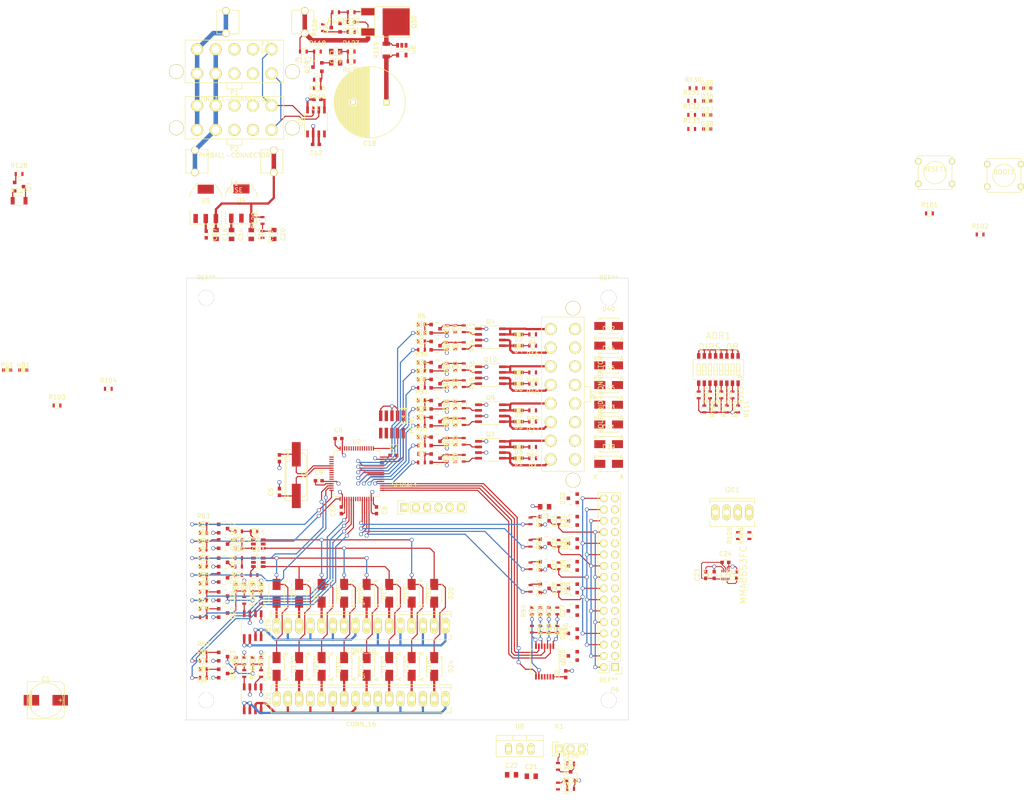
<source format=kicad_pcb>
(kicad_pcb (version 4) (host pcbnew "(2014-10-27 BZR 5228)-product")
  (layers (0 F.Cu signal) (1 Ground.Cu power hide) (2 Power.Cu mixed) (31 B.Cu signal) (34 B.Paste user) (35 F.Paste user) (36 B.SilkS user) (37 F.SilkS user) (38 B.Mask user) (39 F.Mask user) (44 Edge.Cuts user))
  (net 0 "")
  (net 1 "/Control Logic/ADDRESS0")
  (net 2 "/Control Logic/ADDRESS1")
  (net 3 "/Control Logic/ADDRESS2")
  (net 4 "/Control Logic/ADDRESS3")
  (net 5 "/Control Logic/ADDRESS4")
  (net 6 "/Control Logic/ADDRESS5")
  (net 7 "/Control Logic/ADDRESS6")
  (net 8 "/Control Logic/ADDRESS7")
  (net 9 "/Lamp Driver/LAMP_12V")
  (net 10 GND)
  (net 11 +12V)
  (net 12 "Net-(C4-Pad1)")
  (net 13 "Net-(C5-Pad1)")
  (net 14 +5V)
  (net 15 "/Control Logic/VSOL_IN_SENSE")
  (net 16 "/Solenoid Driver/SOL_PWR")
  (net 17 "/Control Logic/VSOL_SENSE")
  (net 18 "/Control Logic/12V_SENSE")
  (net 19 "Net-(C22-Pad1)")
  (net 20 "Net-(C26-Pad1)")
  (net 21 "Net-(D1-Pad2)")
  (net 22 "Net-(D1-Pad1)")
  (net 23 "Net-(D2-Pad2)")
  (net 24 "Net-(D2-Pad1)")
  (net 25 "Net-(D3-Pad2)")
  (net 26 "Net-(D3-Pad1)")
  (net 27 "Net-(D4-Pad2)")
  (net 28 "Net-(D4-Pad1)")
  (net 29 "Net-(D43-Pad1)")
  (net 30 "Net-(D5-Pad1)")
  (net 31 "Net-(D44-Pad1)")
  (net 32 "Net-(D6-Pad1)")
  (net 33 "Net-(D45-Pad1)")
  (net 34 "Net-(D7-Pad1)")
  (net 35 "Net-(D46-Pad1)")
  (net 36 "Net-(D8-Pad1)")
  (net 37 "Net-(D11-Pad1)")
  (net 38 "Net-(D9-Pad2)")
  (net 39 "Net-(D10-Pad1)")
  (net 40 "Net-(D10-Pad2)")
  (net 41 "Net-(D11-Pad2)")
  (net 42 "Net-(D12-Pad2)")
  (net 43 "Net-(D13-Pad2)")
  (net 44 "Net-(D14-Pad2)")
  (net 45 "Net-(D15-Pad2)")
  (net 46 "Net-(D16-Pad2)")
  (net 47 "Net-(D17-Pad1)")
  (net 48 "Net-(D17-Pad2)")
  (net 49 "Net-(D18-Pad1)")
  (net 50 "Net-(D18-Pad2)")
  (net 51 "Net-(D19-Pad2)")
  (net 52 "Net-(D20-Pad2)")
  (net 53 "Net-(D21-Pad2)")
  (net 54 "Net-(D22-Pad2)")
  (net 55 "Net-(D23-Pad2)")
  (net 56 "Net-(D24-Pad2)")
  (net 57 "Net-(D35-Pad1)")
  (net 58 "Net-(D36-Pad1)")
  (net 59 "Net-(D37-Pad1)")
  (net 60 "Net-(D38-Pad1)")
  (net 61 "/Power Supply/12V_IN")
  (net 62 "/Power Supply/VSOL_IN")
  (net 63 VEE)
  (net 64 "Net-(HB1-Pad2)")
  (net 65 "/Control Logic/HEARTBEAT")
  (net 66 /Accelerometer/SCL)
  (net 67 /Accelerometer/SDA)
  (net 68 "Net-(K1-Pad2)")
  (net 69 "/Control Logic/CANH")
  (net 70 "/Control Logic/CANL")
  (net 71 "Net-(P4-Pad2)")
  (net 72 "Net-(P4-Pad10)")
  (net 73 "Net-(P5-Pad2)")
  (net 74 "Net-(P5-Pad10)")
  (net 75 "Net-(D25-Pad1)")
  (net 76 "/Switch Matrix/COL0_SWITCHED")
  (net 77 "Net-(D25-Pad3)")
  (net 78 "/Switch Matrix/COL1_SWITCHED")
  (net 79 "Net-(D26-Pad1)")
  (net 80 "/Switch Matrix/COL2_SWITCHED")
  (net 81 "Net-(D26-Pad3)")
  (net 82 "/Switch Matrix/COL3_SWITCHED")
  (net 83 "Net-(D27-Pad1)")
  (net 84 "Net-(D27-Pad3)")
  (net 85 "Net-(D28-Pad1)")
  (net 86 "Net-(D28-Pad3)")
  (net 87 "Net-(D29-Pad1)")
  (net 88 "Net-(D29-Pad3)")
  (net 89 "Net-(D30-Pad1)")
  (net 90 "Net-(D30-Pad3)")
  (net 91 "Net-(D31-Pad1)")
  (net 92 "Net-(D31-Pad3)")
  (net 93 "Net-(D32-Pad1)")
  (net 94 "Net-(D32-Pad3)")
  (net 95 "Net-(PG1-Pad2)")
  (net 96 "/Control Logic/POWER_GOOD")
  (net 97 "/Control Logic/SWDIO")
  (net 98 "/Control Logic/SWCLK")
  (net 99 "Net-(Q3-Pad2)")
  (net 100 "Net-(Q3-Pad4)")
  (net 101 "Net-(Q4-Pad2)")
  (net 102 "Net-(Q4-Pad4)")
  (net 103 "Net-(Q9-Pad2)")
  (net 104 "Net-(Q9-Pad4)")
  (net 105 "Net-(Q10-Pad2)")
  (net 106 "Net-(Q10-Pad4)")
  (net 107 "Net-(Q19-Pad2)")
  (net 108 "Net-(Q19-Pad4)")
  (net 109 "Net-(Q20-Pad2)")
  (net 110 "Net-(Q20-Pad4)")
  (net 111 "Net-(Q1-Pad1)")
  (net 112 "Net-(Q1-Pad3)")
  (net 113 "Net-(Q2-Pad3)")
  (net 114 "Net-(Q2-Pad1)")
  (net 115 "/Control Logic/SOLENOID0")
  (net 116 "/Control Logic/SOLENOID7")
  (net 117 "Net-(Q5-Pad1)")
  (net 118 "Net-(Q5-Pad3)")
  (net 119 "Net-(Q6-Pad3)")
  (net 120 "Net-(Q6-Pad1)")
  (net 121 "/Control Logic/SOLENOID1")
  (net 122 "/Control Logic/SOLENOID6")
  (net 123 "Net-(Q7-Pad1)")
  (net 124 "Net-(Q7-Pad3)")
  (net 125 "Net-(Q8-Pad3)")
  (net 126 "Net-(Q8-Pad1)")
  (net 127 "/Control Logic/SOLENOID2")
  (net 128 "/Control Logic/SOLENOID5")
  (net 129 "Net-(Q11-Pad1)")
  (net 130 "Net-(Q11-Pad3)")
  (net 131 "Net-(Q12-Pad3)")
  (net 132 "Net-(Q12-Pad1)")
  (net 133 "/Control Logic/SOLENOID3")
  (net 134 "/Control Logic/SOLENOID4")
  (net 135 "Net-(Q13-Pad1)")
  (net 136 "Net-(Q13-Pad3)")
  (net 137 "Net-(Q14-Pad1)")
  (net 138 "Net-(Q14-Pad3)")
  (net 139 "Net-(Q15-Pad1)")
  (net 140 "Net-(Q15-Pad3)")
  (net 141 "Net-(Q16-Pad1)")
  (net 142 "Net-(Q16-Pad3)")
  (net 143 "Net-(Q17-Pad1)")
  (net 144 "Net-(Q17-Pad3)")
  (net 145 "Net-(Q18-Pad1)")
  (net 146 "Net-(Q18-Pad3)")
  (net 147 "/Control Logic/LAMP_ROW0")
  (net 148 "/Control Logic/LAMP_ROW1")
  (net 149 "/Control Logic/LAMP_ROW2")
  (net 150 "/Control Logic/LAMP_ROW3")
  (net 151 "Net-(Q21-Pad1)")
  (net 152 "Net-(Q21-Pad3)")
  (net 153 "Net-(Q22-Pad1)")
  (net 154 "Net-(Q22-Pad3)")
  (net 155 "Net-(Q23-Pad1)")
  (net 156 "Net-(Q23-Pad3)")
  (net 157 "Net-(Q24-Pad1)")
  (net 158 "Net-(Q24-Pad3)")
  (net 159 "/Control Logic/LAMP_COL0")
  (net 160 "/Control Logic/LAMP_COL1")
  (net 161 "/Control Logic/LAMP_COL2")
  (net 162 "/Control Logic/LAMP_COL3")
  (net 163 "Net-(R89-Pad1)")
  (net 164 "/Switch Matrix/ROW0_SWITCHED")
  (net 165 "Net-(R90-Pad1)")
  (net 166 "/Switch Matrix/ROW1_SWITCHED")
  (net 167 "Net-(Q25-Pad1)")
  (net 168 "/Switch Matrix/COL0")
  (net 169 "Net-(R92-Pad1)")
  (net 170 "/Switch Matrix/ROW2_SWITCHED")
  (net 171 "Net-(Q26-Pad1)")
  (net 172 "/Switch Matrix/COL1")
  (net 173 "Net-(R94-Pad1)")
  (net 174 "/Switch Matrix/ROW3_SWITCHED")
  (net 175 "Net-(Q27-Pad1)")
  (net 176 "/Switch Matrix/COL2")
  (net 177 "Net-(Q28-Pad1)")
  (net 178 "/Switch Matrix/COL3")
  (net 179 "/Control Logic/~RESET")
  (net 180 "/Control Logic/BOOTLOADER")
  (net 181 "Net-(Q29-Pad1)")
  (net 182 "/Control Logic/VSOL_MEASURE_CONTROL")
  (net 183 "Net-(Q29-Pad3)")
  (net 184 "Net-(Q30-PadD)")
  (net 185 "Net-(R121-Pad2)")
  (net 186 "Net-(Q31-Pad3)")
  (net 187 "Net-(Q31-Pad1)")
  (net 188 "/Control Logic/VSOL_PRECHARGE_PWM")
  (net 189 "/Power Supply/ILAMP_SENSE_OUT")
  (net 190 "Net-(Q32-Pad3)")
  (net 191 "Net-(Q32-Pad1)")
  (net 192 "/RGB LED Output/RGB_DATA")
  (net 193 "/Control Logic/RXD")
  (net 194 "/Switch Matrix/ROW0")
  (net 195 "/Switch Matrix/ROW1")
  (net 196 "/Switch Matrix/ROW2")
  (net 197 "/Switch Matrix/ROW3")
  (net 198 "/Power Supply/ISOL_SENSE_OUT")
  (net 199 "/Control Logic/CANRX")
  (net 200 "/Control Logic/CANTX")
  (net 201 +3.3V)
  (net 202 "Net-(Q30-PadG)")
  (module PinballParts:DIPSWITCH-SMT-08 (layer F.Cu) (at 175.895 100.6475 180)
    (fp_text reference ADR1 (at 0 7.62 180) (layer F.SilkS) (effects (font (size 1.5 1.5))))
    (fp_text value DIPS_08 (at 0 5.08 180) (layer F.SilkS) (effects (font (size 1.5 1.5))))
    (fp_text user ON (at -4.953 -1.651 180) (layer F.SilkS) (effects (font (size 0.5 0.5) (thickness 0.125))))
    (pad 16 smd rect (at -4.445 -3.075 180) (size 0.76 1.25) (layers F.Cu F.Paste F.Mask) (net 1 "/Control Logic/ADDRESS0"))
    (pad 15 smd rect (at -3.175 -3.075 180) (size 0.76 1.25) (layers F.Cu F.Paste F.Mask) (net 2 "/Control Logic/ADDRESS1"))
    (pad 14 smd rect (at -1.905 -3.075 180) (size 0.76 1.25) (layers F.Cu F.Paste F.Mask) (net 3 "/Control Logic/ADDRESS2"))
    (pad 13 smd rect (at -0.635 -3.075 180) (size 0.76 1.25) (layers F.Cu F.Paste F.Mask) (net 4 "/Control Logic/ADDRESS3"))
    (pad 12 smd rect (at 0.635 -3.075 180) (size 0.76 1.25) (layers F.Cu F.Paste F.Mask) (net 5 "/Control Logic/ADDRESS4"))
    (pad 11 smd rect (at 1.905 -3.075 180) (size 0.76 1.25) (layers F.Cu F.Paste F.Mask) (net 6 "/Control Logic/ADDRESS5"))
    (pad 10 smd rect (at 3.175 -3.075 180) (size 0.76 1.25) (layers F.Cu F.Paste F.Mask) (net 7 "/Control Logic/ADDRESS6"))
    (pad 9 smd rect (at 4.445 -3.075 180) (size 0.76 1.25) (layers F.Cu F.Paste F.Mask) (net 8 "/Control Logic/ADDRESS7"))
    (pad 1 smd rect (at -4.445 3.075 180) (size 0.76 1.25) (layers F.Cu F.Paste F.Mask) (net 201 +3.3V))
    (pad 2 smd rect (at -3.175 3.075 180) (size 0.76 1.25) (layers F.Cu F.Paste F.Mask) (net 201 +3.3V))
    (pad 3 smd rect (at -1.905 3.075 180) (size 0.76 1.25) (layers F.Cu F.Paste F.Mask) (net 201 +3.3V))
    (pad 4 smd rect (at -0.635 3.075 180) (size 0.76 1.25) (layers F.Cu F.Paste F.Mask) (net 201 +3.3V))
    (pad 5 smd rect (at 0.635 3.075 180) (size 0.76 1.25) (layers F.Cu F.Paste F.Mask) (net 201 +3.3V))
    (pad 6 smd rect (at 1.905 3.075 180) (size 0.76 1.25) (layers F.Cu F.Paste F.Mask) (net 201 +3.3V))
    (pad 7 smd rect (at 3.175 3.075 180) (size 0.76 1.25) (layers F.Cu F.Paste F.Mask) (net 201 +3.3V))
    (pad 8 smd rect (at 4.445 3.075 180) (size 0.76 1.25) (layers F.Cu F.Paste F.Mask) (net 201 +3.3V))
  )
  (module Capacitors_SMD:c_elec_8x10 (layer F.Cu) (at 24.13 175.26)
    (fp_text reference C1 (at 0 -4.826) (layer F.SilkS))
    (fp_text value 47u)
    (pad 1 smd rect (at 3.2512 0) (size 3.50012 2.4003) (layers F.Cu F.Paste F.Mask) (net 9 "/Lamp Driver/LAMP_12V"))
    (pad 2 smd rect (at -3.2512 0) (size 3.50012 2.4003) (layers F.Cu F.Paste F.Mask) (net 10 GND))
  )
  (module Capacitors_SMD:C_0603 (layer F.Cu) (at 141.44625 169.38625 90)
    (fp_text reference C2 (at 0 -1.9 90) (layer F.SilkS))
    (fp_text value 100n)
    (pad 1 smd rect (at -0.75 0 90) (size 0.8 0.75) (layers F.Cu F.Paste F.Mask) (net 201 +3.3V))
    (pad 2 smd rect (at 0.75 0 90) (size 0.8 0.75) (layers F.Cu F.Paste F.Mask) (net 10 GND))
  )
  (module Capacitors_SMD:C_0805 (layer F.Cu) (at 136.68375 131.60375 180)
    (fp_text reference C3 (at 0 -2.1 180) (layer F.SilkS))
    (fp_text value 10u)
    (pad 1 smd rect (at -1 0 180) (size 1 1.25) (layers F.Cu F.Paste F.Mask) (net 11 +12V))
    (pad 2 smd rect (at 1 0 180) (size 1 1.25) (layers F.Cu F.Paste F.Mask) (net 10 GND))
  )
  (module Capacitors_SMD:C_0603 (layer F.Cu) (at 76.835 120.65 270)
    (fp_text reference C4 (at 0 -1.9 270) (layer F.SilkS))
    (fp_text value 18p)
    (pad 1 smd rect (at -0.75 0 270) (size 0.8 0.75) (layers F.Cu F.Paste F.Mask) (net 12 "Net-(C4-Pad1)"))
    (pad 2 smd rect (at 0.75 0 270) (size 0.8 0.75) (layers F.Cu F.Paste F.Mask) (net 10 GND))
  )
  (module Capacitors_SMD:C_0603 (layer F.Cu) (at 76.835 128.27 90)
    (fp_text reference C5 (at 0 -1.9 90) (layer F.SilkS))
    (fp_text value 18p)
    (pad 1 smd rect (at -0.75 0 90) (size 0.8 0.75) (layers F.Cu F.Paste F.Mask) (net 13 "Net-(C5-Pad1)"))
    (pad 2 smd rect (at 0.75 0 90) (size 0.8 0.75) (layers F.Cu F.Paste F.Mask) (net 10 GND))
  )
  (module Capacitors_SMD:C_0603 (layer F.Cu) (at 90.17 116.205)
    (fp_text reference C6 (at 0 -1.9) (layer F.SilkS))
    (fp_text value 10n)
    (pad 1 smd rect (at -0.75 0) (size 0.8 0.75) (layers F.Cu F.Paste F.Mask) (net 201 +3.3V))
    (pad 2 smd rect (at 0.75 0) (size 0.8 0.75) (layers F.Cu F.Paste F.Mask) (net 10 GND))
  )
  (module Capacitors_SMD:C_0603 (layer F.Cu) (at 102.5525 120.015)
    (fp_text reference C7 (at 0 -1.9) (layer F.SilkS))
    (fp_text value 10n)
    (pad 1 smd rect (at -0.75 0) (size 0.8 0.75) (layers F.Cu F.Paste F.Mask) (net 201 +3.3V))
    (pad 2 smd rect (at 0.75 0) (size 0.8 0.75) (layers F.Cu F.Paste F.Mask) (net 10 GND))
  )
  (module Capacitors_SMD:C_0603 (layer F.Cu) (at 98.7425 132.3975 270)
    (fp_text reference C8 (at 0 -1.9 270) (layer F.SilkS))
    (fp_text value 10n)
    (pad 1 smd rect (at -0.75 0 270) (size 0.8 0.75) (layers F.Cu F.Paste F.Mask) (net 201 +3.3V))
    (pad 2 smd rect (at 0.75 0 270) (size 0.8 0.75) (layers F.Cu F.Paste F.Mask) (net 10 GND))
  )
  (module Capacitors_SMD:C_0603 (layer F.Cu) (at 85.725 125.73)
    (fp_text reference C9 (at 0 -1.9) (layer F.SilkS))
    (fp_text value 100n)
    (pad 1 smd rect (at -0.75 0) (size 0.8 0.75) (layers F.Cu F.Paste F.Mask) (net 201 +3.3V))
    (pad 2 smd rect (at 0.75 0) (size 0.8 0.75) (layers F.Cu F.Paste F.Mask) (net 10 GND))
  )
  (module Capacitors_SMD:C_0603 (layer F.Cu) (at 90.805 132.3975 90)
    (fp_text reference C10 (at 0 -1.9 90) (layer F.SilkS))
    (fp_text value 100n)
    (pad 1 smd rect (at -0.75 0 90) (size 0.8 0.75) (layers F.Cu F.Paste F.Mask) (net 201 +3.3V))
    (pad 2 smd rect (at 0.75 0 90) (size 0.8 0.75) (layers F.Cu F.Paste F.Mask) (net 10 GND))
  )
  (module Capacitors_SMD:C_0603 (layer F.Cu) (at 85.4075 39.6875 180)
    (fp_text reference C11 (at 0 -1.9 180) (layer F.SilkS))
    (fp_text value 100n)
    (pad 1 smd rect (at -0.75 0 180) (size 0.8 0.75) (layers F.Cu F.Paste F.Mask) (net 201 +3.3V))
    (pad 2 smd rect (at 0.75 0 180) (size 0.8 0.75) (layers F.Cu F.Paste F.Mask) (net 10 GND))
  )
  (module Capacitors_SMD:C_0603 (layer F.Cu) (at 85.09 49.8475 180)
    (fp_text reference C12 (at 0 -1.9 180) (layer F.SilkS))
    (fp_text value 100n)
    (pad 1 smd rect (at -0.75 0 180) (size 0.8 0.75) (layers F.Cu F.Paste F.Mask) (net 14 +5V))
    (pad 2 smd rect (at 0.75 0 180) (size 0.8 0.75) (layers F.Cu F.Paste F.Mask) (net 10 GND))
  )
  (module Capacitors_SMD:C_0805 (layer F.Cu) (at 70.485 70.1675 270)
    (fp_text reference C13 (at 0 -2.1 270) (layer F.SilkS))
    (fp_text value 10u)
    (pad 1 smd rect (at -1 0 270) (size 1 1.25) (layers F.Cu F.Paste F.Mask) (net 11 +12V))
    (pad 2 smd rect (at 1 0 270) (size 1 1.25) (layers F.Cu F.Paste F.Mask) (net 10 GND))
  )
  (module Capacitors_SMD:C_0805 (layer F.Cu) (at 66.04 70.1675 270)
    (fp_text reference C14 (at 0 -2.1 270) (layer F.SilkS))
    (fp_text value 10u)
    (pad 1 smd rect (at -1 0 270) (size 1 1.25) (layers F.Cu F.Paste F.Mask) (net 14 +5V))
    (pad 2 smd rect (at 1 0 270) (size 1 1.25) (layers F.Cu F.Paste F.Mask) (net 10 GND))
  )
  (module Capacitors_SMD:C_0805 (layer F.Cu) (at 89.535 31.4325)
    (fp_text reference C15 (at 0 -2.1) (layer F.SilkS))
    (fp_text value 10u)
    (pad 1 smd rect (at -1 0) (size 1 1.25) (layers F.Cu F.Paste F.Mask) (net 15 "/Control Logic/VSOL_IN_SENSE"))
    (pad 2 smd rect (at 1 0) (size 1 1.25) (layers F.Cu F.Paste F.Mask) (net 10 GND))
  )
  (module Capacitors_SMD:C_0805 (layer F.Cu) (at 62.5475 70.1675 270)
    (fp_text reference C16 (at 0 -2.1 270) (layer F.SilkS))
    (fp_text value 10u)
    (pad 1 smd rect (at -1 0 270) (size 1 1.25) (layers F.Cu F.Paste F.Mask) (net 11 +12V))
    (pad 2 smd rect (at 1 0 270) (size 1 1.25) (layers F.Cu F.Paste F.Mask) (net 10 GND))
  )
  (module Capacitors_SMD:C_0603 (layer F.Cu) (at 60.325 70.1675 270)
    (fp_text reference C17 (at 0 -1.9 270) (layer F.SilkS))
    (fp_text value 4.7u)
    (pad 1 smd rect (at -0.75 0 270) (size 0.8 0.75) (layers F.Cu F.Paste F.Mask) (net 201 +3.3V))
    (pad 2 smd rect (at 0.75 0 270) (size 0.8 0.75) (layers F.Cu F.Paste F.Mask) (net 10 GND))
  )
  (module Capacitors_ThroughHole:C_Radial_D16_L25_P7.5 (layer F.Cu) (at 100.965 40.3225 180)
    (fp_text reference C18 (at 3.75 -9.3 180) (layer F.SilkS))
    (fp_text value 470u)
    (pad 1 thru_hole rect (at 0 0 180) (size 1.3 1.3) (drill 0.8) (layers *.Cu *.Mask F.SilkS) (net 16 "/Solenoid Driver/SOL_PWR"))
    (pad 2 thru_hole circle (at 7.5 0 180) (size 1.3 1.3) (drill 0.8) (layers *.Cu *.Mask F.SilkS) (net 10 GND))
  )
  (module Capacitors_SMD:C_0805 (layer F.Cu) (at 89.535 28.8925 180)
    (fp_text reference C19 (at 0 -2.1 180) (layer F.SilkS))
    (fp_text value 10u)
    (pad 1 smd rect (at -1 0 180) (size 1 1.25) (layers F.Cu F.Paste F.Mask) (net 17 "/Control Logic/VSOL_SENSE"))
    (pad 2 smd rect (at 1 0 180) (size 1 1.25) (layers F.Cu F.Paste F.Mask) (net 10 GND))
  )
  (module Capacitors_SMD:C_0805 (layer F.Cu) (at 75.565 70.1675 270)
    (fp_text reference C20 (at 0 -2.1 270) (layer F.SilkS))
    (fp_text value 10u)
    (pad 1 smd rect (at -1 0 270) (size 1 1.25) (layers F.Cu F.Paste F.Mask) (net 18 "/Control Logic/12V_SENSE"))
    (pad 2 smd rect (at 1 0 270) (size 1 1.25) (layers F.Cu F.Paste F.Mask) (net 10 GND))
  )
  (module Capacitors_SMD:C_0805 (layer F.Cu) (at 133.6675 192.405)
    (fp_text reference C21 (at 0 -2.1) (layer F.SilkS))
    (fp_text value 10u)
    (pad 1 smd rect (at -1 0) (size 1 1.25) (layers F.Cu F.Paste F.Mask) (net 11 +12V))
    (pad 2 smd rect (at 1 0) (size 1 1.25) (layers F.Cu F.Paste F.Mask) (net 10 GND))
  )
  (module Capacitors_SMD:C_0805 (layer F.Cu) (at 129.2225 192.0875)
    (fp_text reference C22 (at 0 -2.1) (layer F.SilkS))
    (fp_text value 10u)
    (pad 1 smd rect (at -1 0) (size 1 1.25) (layers F.Cu F.Paste F.Mask) (net 19 "Net-(C22-Pad1)"))
    (pad 2 smd rect (at 1 0) (size 1 1.25) (layers F.Cu F.Paste F.Mask) (net 10 GND))
  )
  (module Capacitors_SMD:C_0603 (layer F.Cu) (at 173.0375 147.0025 90)
    (fp_text reference C23 (at 0 -1.9 90) (layer F.SilkS))
    (fp_text value 100n)
    (pad 1 smd rect (at -0.75 0 90) (size 0.8 0.75) (layers F.Cu F.Paste F.Mask) (net 201 +3.3V))
    (pad 2 smd rect (at 0.75 0 90) (size 0.8 0.75) (layers F.Cu F.Paste F.Mask) (net 10 GND))
  )
  (module Capacitors_SMD:C_0603 (layer F.Cu) (at 177.4825 144.145)
    (fp_text reference C24 (at 0 -1.9) (layer F.SilkS))
    (fp_text value 100n)
    (pad 1 smd rect (at -0.75 0) (size 0.8 0.75) (layers F.Cu F.Paste F.Mask) (net 201 +3.3V))
    (pad 2 smd rect (at 0.75 0) (size 0.8 0.75) (layers F.Cu F.Paste F.Mask) (net 10 GND))
  )
  (module Capacitors_SMD:C_0603 (layer F.Cu) (at 174.9425 147.0025 90)
    (fp_text reference C25 (at 0 -1.9 90) (layer F.SilkS))
    (fp_text value 1u)
    (pad 1 smd rect (at -0.75 0 90) (size 0.8 0.75) (layers F.Cu F.Paste F.Mask) (net 201 +3.3V))
    (pad 2 smd rect (at 0.75 0 90) (size 0.8 0.75) (layers F.Cu F.Paste F.Mask) (net 10 GND))
  )
  (module Capacitors_SMD:C_0603 (layer F.Cu) (at 180.0225 147.0025 90)
    (fp_text reference C26 (at 0 -1.9 90) (layer F.SilkS))
    (fp_text value 100n)
    (pad 1 smd rect (at -0.75 0 90) (size 0.8 0.75) (layers F.Cu F.Paste F.Mask) (net 20 "Net-(C26-Pad1)"))
    (pad 2 smd rect (at 0.75 0 90) (size 0.8 0.75) (layers F.Cu F.Paste F.Mask) (net 10 GND))
  )
  (module LEDs:LED-0603 (layer F.Cu) (at 130.81 120.65 180)
    (fp_text reference D1 (at 0 -1.15 180) (layer F.SilkS))
    (fp_text value LED)
    (pad 2 smd rect (at 0.7493 0) (size 0.79756 0.79756) (layers F.Cu F.Paste F.Mask) (net 21 "Net-(D1-Pad2)"))
    (pad 1 smd rect (at -0.7493 0) (size 0.79756 0.79756) (layers F.Cu F.Paste F.Mask) (net 22 "Net-(D1-Pad1)"))
  )
  (module LEDs:LED-0603 (layer F.Cu) (at 130.81 92.71 180)
    (fp_text reference D2 (at 0 -1.15 180) (layer F.SilkS))
    (fp_text value LED)
    (pad 2 smd rect (at 0.7493 0) (size 0.79756 0.79756) (layers F.Cu F.Paste F.Mask) (net 23 "Net-(D2-Pad2)"))
    (pad 1 smd rect (at -0.7493 0) (size 0.79756 0.79756) (layers F.Cu F.Paste F.Mask) (net 24 "Net-(D2-Pad1)"))
  )
  (module LEDs:LED-0603 (layer F.Cu) (at 130.81 118.11 180)
    (fp_text reference D3 (at 0 -1.15 180) (layer F.SilkS))
    (fp_text value LED)
    (pad 2 smd rect (at 0.7493 0) (size 0.79756 0.79756) (layers F.Cu F.Paste F.Mask) (net 25 "Net-(D3-Pad2)"))
    (pad 1 smd rect (at -0.7493 0) (size 0.79756 0.79756) (layers F.Cu F.Paste F.Mask) (net 26 "Net-(D3-Pad1)"))
  )
  (module LEDs:LED-0603 (layer F.Cu) (at 130.81 95.25 180)
    (fp_text reference D4 (at 0 -1.15 180) (layer F.SilkS))
    (fp_text value LED)
    (pad 2 smd rect (at 0.7493 0) (size 0.79756 0.79756) (layers F.Cu F.Paste F.Mask) (net 27 "Net-(D4-Pad2)"))
    (pad 1 smd rect (at -0.7493 0) (size 0.79756 0.79756) (layers F.Cu F.Paste F.Mask) (net 28 "Net-(D4-Pad1)"))
  )
  (module LEDs:LED-0603 (layer F.Cu) (at 130.81 112.395 180)
    (fp_text reference D5 (at 0 -1.15 180) (layer F.SilkS))
    (fp_text value LED)
    (pad 2 smd rect (at 0.7493 0) (size 0.79756 0.79756) (layers F.Cu F.Paste F.Mask) (net 29 "Net-(D43-Pad1)"))
    (pad 1 smd rect (at -0.7493 0) (size 0.79756 0.79756) (layers F.Cu F.Paste F.Mask) (net 30 "Net-(D5-Pad1)"))
  )
  (module LEDs:LED-0603 (layer F.Cu) (at 130.81 101.2825 180)
    (fp_text reference D6 (at 0 -1.15 180) (layer F.SilkS))
    (fp_text value LED)
    (pad 2 smd rect (at 0.7493 0) (size 0.79756 0.79756) (layers F.Cu F.Paste F.Mask) (net 31 "Net-(D44-Pad1)"))
    (pad 1 smd rect (at -0.7493 0) (size 0.79756 0.79756) (layers F.Cu F.Paste F.Mask) (net 32 "Net-(D6-Pad1)"))
  )
  (module LEDs:LED-0603 (layer F.Cu) (at 130.81 109.855 180)
    (fp_text reference D7 (at 0 -1.15 180) (layer F.SilkS))
    (fp_text value LED)
    (pad 2 smd rect (at 0.7493 0) (size 0.79756 0.79756) (layers F.Cu F.Paste F.Mask) (net 33 "Net-(D45-Pad1)"))
    (pad 1 smd rect (at -0.7493 0) (size 0.79756 0.79756) (layers F.Cu F.Paste F.Mask) (net 34 "Net-(D7-Pad1)"))
  )
  (module LEDs:LED-0603 (layer F.Cu) (at 130.81 103.8225 180)
    (fp_text reference D8 (at 0 -1.15 180) (layer F.SilkS))
    (fp_text value LED)
    (pad 2 smd rect (at 0.7493 0) (size 0.79756 0.79756) (layers F.Cu F.Paste F.Mask) (net 35 "Net-(D46-Pad1)"))
    (pad 1 smd rect (at -0.7493 0) (size 0.79756 0.79756) (layers F.Cu F.Paste F.Mask) (net 36 "Net-(D8-Pad1)"))
  )
  (module Diodes_SMD:Diode-SMA_Standard (layer F.Cu) (at 76.2 151.13 270)
    (fp_text reference D9 (at 0 -3.81 270) (layer F.SilkS))
    (fp_text value S1M)
    (fp_text user K (at -2.9 2.95 270) (layer F.SilkS))
    (fp_text user A (at 2.9 2.9 270) (layer F.SilkS))
    (pad 1 smd rect (at -1.99898 0 270) (size 2.49936 1.80086) (layers F.Cu F.Paste F.Mask) (net 37 "Net-(D11-Pad1)"))
    (pad 2 smd rect (at 1.99898 0 270) (size 2.49936 1.80086) (layers F.Cu F.Paste F.Mask) (net 38 "Net-(D9-Pad2)"))
  )
  (module Diodes_SMD:Diode-SMA_Standard (layer F.Cu) (at 86.36 151.13 270)
    (fp_text reference D10 (at 0 -3.81 270) (layer F.SilkS))
    (fp_text value S1M)
    (fp_text user K (at -2.9 2.95 270) (layer F.SilkS))
    (fp_text user A (at 2.9 2.9 270) (layer F.SilkS))
    (pad 1 smd rect (at -1.99898 0 270) (size 2.49936 1.80086) (layers F.Cu F.Paste F.Mask) (net 39 "Net-(D10-Pad1)"))
    (pad 2 smd rect (at 1.99898 0 270) (size 2.49936 1.80086) (layers F.Cu F.Paste F.Mask) (net 40 "Net-(D10-Pad2)"))
  )
  (module Diodes_SMD:Diode-SMA_Standard (layer F.Cu) (at 96.52 151.13 270)
    (fp_text reference D11 (at 0 -3.81 270) (layer F.SilkS))
    (fp_text value S1M)
    (fp_text user K (at -2.9 2.95 270) (layer F.SilkS))
    (fp_text user A (at 2.9 2.9 270) (layer F.SilkS))
    (pad 1 smd rect (at -1.99898 0 270) (size 2.49936 1.80086) (layers F.Cu F.Paste F.Mask) (net 37 "Net-(D11-Pad1)"))
    (pad 2 smd rect (at 1.99898 0 270) (size 2.49936 1.80086) (layers F.Cu F.Paste F.Mask) (net 41 "Net-(D11-Pad2)"))
  )
  (module Diodes_SMD:Diode-SMA_Standard (layer F.Cu) (at 106.68 151.13 270)
    (fp_text reference D12 (at 0 -3.81 270) (layer F.SilkS))
    (fp_text value S1M)
    (fp_text user K (at -2.9 2.95 270) (layer F.SilkS))
    (fp_text user A (at 2.9 2.9 270) (layer F.SilkS))
    (pad 1 smd rect (at -1.99898 0 270) (size 2.49936 1.80086) (layers F.Cu F.Paste F.Mask) (net 39 "Net-(D10-Pad1)"))
    (pad 2 smd rect (at 1.99898 0 270) (size 2.49936 1.80086) (layers F.Cu F.Paste F.Mask) (net 42 "Net-(D12-Pad2)"))
  )
  (module Diodes_SMD:Diode-SMA_Standard (layer F.Cu) (at 76.2 167.64 270)
    (fp_text reference D13 (at 0 -3.81 270) (layer F.SilkS))
    (fp_text value S1M)
    (fp_text user K (at -2.9 2.95 270) (layer F.SilkS))
    (fp_text user A (at 2.9 2.9 270) (layer F.SilkS))
    (pad 1 smd rect (at -1.99898 0 270) (size 2.49936 1.80086) (layers F.Cu F.Paste F.Mask) (net 37 "Net-(D11-Pad1)"))
    (pad 2 smd rect (at 1.99898 0 270) (size 2.49936 1.80086) (layers F.Cu F.Paste F.Mask) (net 43 "Net-(D13-Pad2)"))
  )
  (module Diodes_SMD:Diode-SMA_Standard (layer F.Cu) (at 86.36 167.64 270)
    (fp_text reference D14 (at 0 -3.81 270) (layer F.SilkS))
    (fp_text value S1M)
    (fp_text user K (at -2.9 2.95 270) (layer F.SilkS))
    (fp_text user A (at 2.9 2.9 270) (layer F.SilkS))
    (pad 1 smd rect (at -1.99898 0 270) (size 2.49936 1.80086) (layers F.Cu F.Paste F.Mask) (net 39 "Net-(D10-Pad1)"))
    (pad 2 smd rect (at 1.99898 0 270) (size 2.49936 1.80086) (layers F.Cu F.Paste F.Mask) (net 44 "Net-(D14-Pad2)"))
  )
  (module Diodes_SMD:Diode-SMA_Standard (layer F.Cu) (at 96.52 167.64 270)
    (fp_text reference D15 (at 0 -3.81 270) (layer F.SilkS))
    (fp_text value S1M)
    (fp_text user K (at -2.9 2.95 270) (layer F.SilkS))
    (fp_text user A (at 2.9 2.9 270) (layer F.SilkS))
    (pad 1 smd rect (at -1.99898 0 270) (size 2.49936 1.80086) (layers F.Cu F.Paste F.Mask) (net 37 "Net-(D11-Pad1)"))
    (pad 2 smd rect (at 1.99898 0 270) (size 2.49936 1.80086) (layers F.Cu F.Paste F.Mask) (net 45 "Net-(D15-Pad2)"))
  )
  (module Diodes_SMD:Diode-SMA_Standard (layer F.Cu) (at 106.68 167.64 270)
    (fp_text reference D16 (at 0 -3.81 270) (layer F.SilkS))
    (fp_text value S1M)
    (fp_text user K (at -2.9 2.95 270) (layer F.SilkS))
    (fp_text user A (at 2.9 2.9 270) (layer F.SilkS))
    (pad 1 smd rect (at -1.99898 0 270) (size 2.49936 1.80086) (layers F.Cu F.Paste F.Mask) (net 39 "Net-(D10-Pad1)"))
    (pad 2 smd rect (at 1.99898 0 270) (size 2.49936 1.80086) (layers F.Cu F.Paste F.Mask) (net 46 "Net-(D16-Pad2)"))
  )
  (module Diodes_SMD:Diode-SMA_Standard (layer F.Cu) (at 81.28 151.13 270)
    (fp_text reference D17 (at 0 -3.81 270) (layer F.SilkS))
    (fp_text value S1M)
    (fp_text user K (at -2.9 2.95 270) (layer F.SilkS))
    (fp_text user A (at 2.9 2.9 270) (layer F.SilkS))
    (pad 1 smd rect (at -1.99898 0 270) (size 2.49936 1.80086) (layers F.Cu F.Paste F.Mask) (net 47 "Net-(D17-Pad1)"))
    (pad 2 smd rect (at 1.99898 0 270) (size 2.49936 1.80086) (layers F.Cu F.Paste F.Mask) (net 48 "Net-(D17-Pad2)"))
  )
  (module Diodes_SMD:Diode-SMA_Standard (layer F.Cu) (at 91.44 151.13 270)
    (fp_text reference D18 (at 0 -3.81 270) (layer F.SilkS))
    (fp_text value S1M)
    (fp_text user K (at -2.9 2.95 270) (layer F.SilkS))
    (fp_text user A (at 2.9 2.9 270) (layer F.SilkS))
    (pad 1 smd rect (at -1.99898 0 270) (size 2.49936 1.80086) (layers F.Cu F.Paste F.Mask) (net 49 "Net-(D18-Pad1)"))
    (pad 2 smd rect (at 1.99898 0 270) (size 2.49936 1.80086) (layers F.Cu F.Paste F.Mask) (net 50 "Net-(D18-Pad2)"))
  )
  (module Diodes_SMD:Diode-SMA_Standard (layer F.Cu) (at 101.6 151.13 270)
    (fp_text reference D19 (at 0 -3.81 270) (layer F.SilkS))
    (fp_text value S1M)
    (fp_text user K (at -2.9 2.95 270) (layer F.SilkS))
    (fp_text user A (at 2.9 2.9 270) (layer F.SilkS))
    (pad 1 smd rect (at -1.99898 0 270) (size 2.49936 1.80086) (layers F.Cu F.Paste F.Mask) (net 47 "Net-(D17-Pad1)"))
    (pad 2 smd rect (at 1.99898 0 270) (size 2.49936 1.80086) (layers F.Cu F.Paste F.Mask) (net 51 "Net-(D19-Pad2)"))
  )
  (module Diodes_SMD:Diode-SMA_Standard (layer F.Cu) (at 111.76 151.13 270)
    (fp_text reference D20 (at 0 -3.81 270) (layer F.SilkS))
    (fp_text value S1M)
    (fp_text user K (at -2.9 2.95 270) (layer F.SilkS))
    (fp_text user A (at 2.9 2.9 270) (layer F.SilkS))
    (pad 1 smd rect (at -1.99898 0 270) (size 2.49936 1.80086) (layers F.Cu F.Paste F.Mask) (net 49 "Net-(D18-Pad1)"))
    (pad 2 smd rect (at 1.99898 0 270) (size 2.49936 1.80086) (layers F.Cu F.Paste F.Mask) (net 52 "Net-(D20-Pad2)"))
  )
  (module Diodes_SMD:Diode-SMA_Standard (layer F.Cu) (at 81.28 167.64 270)
    (fp_text reference D21 (at 0 -3.81 270) (layer F.SilkS))
    (fp_text value S1M)
    (fp_text user K (at -2.9 2.95 270) (layer F.SilkS))
    (fp_text user A (at 2.9 2.9 270) (layer F.SilkS))
    (pad 1 smd rect (at -1.99898 0 270) (size 2.49936 1.80086) (layers F.Cu F.Paste F.Mask) (net 47 "Net-(D17-Pad1)"))
    (pad 2 smd rect (at 1.99898 0 270) (size 2.49936 1.80086) (layers F.Cu F.Paste F.Mask) (net 53 "Net-(D21-Pad2)"))
  )
  (module Diodes_SMD:Diode-SMA_Standard (layer F.Cu) (at 91.44 167.64 270)
    (fp_text reference D22 (at 0 -3.81 270) (layer F.SilkS))
    (fp_text value S1M)
    (fp_text user K (at -2.9 2.95 270) (layer F.SilkS))
    (fp_text user A (at 2.9 2.9 270) (layer F.SilkS))
    (pad 1 smd rect (at -1.99898 0 270) (size 2.49936 1.80086) (layers F.Cu F.Paste F.Mask) (net 49 "Net-(D18-Pad1)"))
    (pad 2 smd rect (at 1.99898 0 270) (size 2.49936 1.80086) (layers F.Cu F.Paste F.Mask) (net 54 "Net-(D22-Pad2)"))
  )
  (module Diodes_SMD:Diode-SMA_Standard (layer F.Cu) (at 101.6 167.64 270)
    (fp_text reference D23 (at 0 -3.81 270) (layer F.SilkS))
    (fp_text value S1M)
    (fp_text user K (at -2.9 2.95 270) (layer F.SilkS))
    (fp_text user A (at 2.9 2.9 270) (layer F.SilkS))
    (pad 1 smd rect (at -1.99898 0 270) (size 2.49936 1.80086) (layers F.Cu F.Paste F.Mask) (net 47 "Net-(D17-Pad1)"))
    (pad 2 smd rect (at 1.99898 0 270) (size 2.49936 1.80086) (layers F.Cu F.Paste F.Mask) (net 55 "Net-(D23-Pad2)"))
  )
  (module Diodes_SMD:Diode-SMA_Standard (layer F.Cu) (at 111.76 167.64 270)
    (fp_text reference D24 (at 0 -3.81 270) (layer F.SilkS))
    (fp_text value S1M)
    (fp_text user K (at -2.9 2.95 270) (layer F.SilkS))
    (fp_text user A (at 2.9 2.9 270) (layer F.SilkS))
    (pad 1 smd rect (at -1.99898 0 270) (size 2.49936 1.80086) (layers F.Cu F.Paste F.Mask) (net 49 "Net-(D18-Pad1)"))
    (pad 2 smd rect (at 1.99898 0 270) (size 2.49936 1.80086) (layers F.Cu F.Paste F.Mask) (net 56 "Net-(D24-Pad2)"))
  )
  (module LEDs:LED-0603 (layer F.Cu) (at 173.355 37.1475)
    (fp_text reference D35 (at 0 -1.15) (layer F.SilkS))
    (fp_text value LED)
    (pad 2 smd rect (at 0.7493 0 180) (size 0.79756 0.79756) (layers F.Cu F.Paste F.Mask) (net 10 GND))
    (pad 1 smd rect (at -0.7493 0 180) (size 0.79756 0.79756) (layers F.Cu F.Paste F.Mask) (net 57 "Net-(D35-Pad1)"))
  )
  (module LEDs:LED-0603 (layer F.Cu) (at 173.355 40.005)
    (fp_text reference D36 (at 0 -1.15) (layer F.SilkS))
    (fp_text value LED)
    (pad 2 smd rect (at 0.7493 0 180) (size 0.79756 0.79756) (layers F.Cu F.Paste F.Mask) (net 10 GND))
    (pad 1 smd rect (at -0.7493 0 180) (size 0.79756 0.79756) (layers F.Cu F.Paste F.Mask) (net 58 "Net-(D36-Pad1)"))
  )
  (module LEDs:LED-0603 (layer F.Cu) (at 173.355 43.18)
    (fp_text reference D37 (at 0 -1.15) (layer F.SilkS))
    (fp_text value LED)
    (pad 2 smd rect (at 0.7493 0 180) (size 0.79756 0.79756) (layers F.Cu F.Paste F.Mask) (net 10 GND))
    (pad 1 smd rect (at -0.7493 0 180) (size 0.79756 0.79756) (layers F.Cu F.Paste F.Mask) (net 59 "Net-(D37-Pad1)"))
  )
  (module LEDs:LED-0603 (layer F.Cu) (at 173.355 46.355)
    (fp_text reference D38 (at 0 -1.15) (layer F.SilkS))
    (fp_text value LED)
    (pad 2 smd rect (at 0.7493 0 180) (size 0.79756 0.79756) (layers F.Cu F.Paste F.Mask) (net 10 GND))
    (pad 1 smd rect (at -0.7493 0 180) (size 0.79756 0.79756) (layers F.Cu F.Paste F.Mask) (net 60 "Net-(D38-Pad1)"))
  )
  (module Diodes_SMD:Diode-SMA_Standard (layer F.Cu) (at 151.13 121.92)
    (fp_text reference D39 (at 0 -3.81) (layer F.SilkS))
    (fp_text value S1M)
    (fp_text user K (at -2.9 2.95) (layer F.SilkS))
    (fp_text user A (at 2.9 2.9) (layer F.SilkS))
    (pad 1 smd rect (at -1.99898 0) (size 2.49936 1.80086) (layers F.Cu F.Paste F.Mask) (net 21 "Net-(D1-Pad2)"))
    (pad 2 smd rect (at 1.99898 0) (size 2.49936 1.80086) (layers F.Cu F.Paste F.Mask) (net 16 "/Solenoid Driver/SOL_PWR"))
  )
  (module Diodes_SMD:Diode-SMA_Standard (layer F.Cu) (at 151.13 90.805)
    (fp_text reference D40 (at 0 -3.81) (layer F.SilkS))
    (fp_text value S1M)
    (fp_text user K (at -2.9 2.95) (layer F.SilkS))
    (fp_text user A (at 2.9 2.9) (layer F.SilkS))
    (pad 1 smd rect (at -1.99898 0) (size 2.49936 1.80086) (layers F.Cu F.Paste F.Mask) (net 23 "Net-(D2-Pad2)"))
    (pad 2 smd rect (at 1.99898 0) (size 2.49936 1.80086) (layers F.Cu F.Paste F.Mask) (net 16 "/Solenoid Driver/SOL_PWR"))
  )
  (module Diodes_SMD:Diode-SMA_Standard (layer F.Cu) (at 151.13 117.475)
    (fp_text reference D41 (at 0 -3.81) (layer F.SilkS))
    (fp_text value S1M)
    (fp_text user K (at -2.9 2.95) (layer F.SilkS))
    (fp_text user A (at 2.9 2.9) (layer F.SilkS))
    (pad 1 smd rect (at -1.99898 0) (size 2.49936 1.80086) (layers F.Cu F.Paste F.Mask) (net 25 "Net-(D3-Pad2)"))
    (pad 2 smd rect (at 1.99898 0) (size 2.49936 1.80086) (layers F.Cu F.Paste F.Mask) (net 16 "/Solenoid Driver/SOL_PWR"))
  )
  (module Diodes_SMD:Diode-SMA_Standard (layer F.Cu) (at 151.13 95.25)
    (fp_text reference D42 (at 0 -3.81) (layer F.SilkS))
    (fp_text value S1M)
    (fp_text user K (at -2.9 2.95) (layer F.SilkS))
    (fp_text user A (at 2.9 2.9) (layer F.SilkS))
    (pad 1 smd rect (at -1.99898 0) (size 2.49936 1.80086) (layers F.Cu F.Paste F.Mask) (net 27 "Net-(D4-Pad2)"))
    (pad 2 smd rect (at 1.99898 0) (size 2.49936 1.80086) (layers F.Cu F.Paste F.Mask) (net 16 "/Solenoid Driver/SOL_PWR"))
  )
  (module Diodes_SMD:Diode-SMA_Standard (layer F.Cu) (at 151.13 113.03)
    (fp_text reference D43 (at 0 -3.81) (layer F.SilkS))
    (fp_text value S1M)
    (fp_text user K (at -2.9 2.95) (layer F.SilkS))
    (fp_text user A (at 2.9 2.9) (layer F.SilkS))
    (pad 1 smd rect (at -1.99898 0) (size 2.49936 1.80086) (layers F.Cu F.Paste F.Mask) (net 29 "Net-(D43-Pad1)"))
    (pad 2 smd rect (at 1.99898 0) (size 2.49936 1.80086) (layers F.Cu F.Paste F.Mask) (net 16 "/Solenoid Driver/SOL_PWR"))
  )
  (module Diodes_SMD:Diode-SMA_Standard (layer F.Cu) (at 151.13 99.695)
    (fp_text reference D44 (at 0 -3.81) (layer F.SilkS))
    (fp_text value S1M)
    (fp_text user K (at -2.9 2.95) (layer F.SilkS))
    (fp_text user A (at 2.9 2.9) (layer F.SilkS))
    (pad 1 smd rect (at -1.99898 0) (size 2.49936 1.80086) (layers F.Cu F.Paste F.Mask) (net 31 "Net-(D44-Pad1)"))
    (pad 2 smd rect (at 1.99898 0) (size 2.49936 1.80086) (layers F.Cu F.Paste F.Mask) (net 16 "/Solenoid Driver/SOL_PWR"))
  )
  (module Diodes_SMD:Diode-SMA_Standard (layer F.Cu) (at 151.13 108.585)
    (fp_text reference D45 (at 0 -3.81) (layer F.SilkS))
    (fp_text value S1M)
    (fp_text user K (at -2.9 2.95) (layer F.SilkS))
    (fp_text user A (at 2.9 2.9) (layer F.SilkS))
    (pad 1 smd rect (at -1.99898 0) (size 2.49936 1.80086) (layers F.Cu F.Paste F.Mask) (net 33 "Net-(D45-Pad1)"))
    (pad 2 smd rect (at 1.99898 0) (size 2.49936 1.80086) (layers F.Cu F.Paste F.Mask) (net 16 "/Solenoid Driver/SOL_PWR"))
  )
  (module Diodes_SMD:Diode-SMA_Standard (layer F.Cu) (at 151.13 104.14)
    (fp_text reference D46 (at 0 -3.81) (layer F.SilkS))
    (fp_text value S1M)
    (fp_text user K (at -2.9 2.95) (layer F.SilkS))
    (fp_text user A (at 2.9 2.9) (layer F.SilkS))
    (pad 1 smd rect (at -1.99898 0) (size 2.49936 1.80086) (layers F.Cu F.Paste F.Mask) (net 35 "Net-(D46-Pad1)"))
    (pad 2 smd rect (at 1.99898 0) (size 2.49936 1.80086) (layers F.Cu F.Paste F.Mask) (net 16 "/Solenoid Driver/SOL_PWR"))
  )
  (module PinballParts:FC203-20MM (layer F.Cu) (at 66.675 53.6575)
    (fp_text reference F1 (at 0 4.95) (layer F.SilkS))
    (fp_text value FUSE (at 0 6.5) (layer F.SilkS))
    (pad 1 thru_hole circle (at -8.9 -2.5) (size 1.7 1.7) (drill 1.17) (layers *.Cu *.Mask F.SilkS) (net 61 "/Power Supply/12V_IN"))
    (pad 1 thru_hole circle (at -8.9 2.5) (size 1.7 1.7) (drill 1.17) (layers *.Cu *.Mask F.SilkS) (net 61 "/Power Supply/12V_IN"))
    (pad 2 thru_hole circle (at 8.9 2.5) (size 1.7 1.7) (drill 1.17) (layers *.Cu *.Mask F.SilkS) (net 11 +12V))
    (pad 2 thru_hole circle (at 8.9 -2.5) (size 1.7 1.7) (drill 1.17) (layers *.Cu *.Mask F.SilkS) (net 11 +12V))
  )
  (module PinballParts:FC203-20MM (layer F.Cu) (at 73.66 22.225)
    (fp_text reference F2 (at 0 4.95) (layer F.SilkS))
    (fp_text value FUSE (at 0 6.5) (layer F.SilkS))
    (pad 1 thru_hole circle (at -8.9 -2.5) (size 1.7 1.7) (drill 1.17) (layers *.Cu *.Mask F.SilkS) (net 62 "/Power Supply/VSOL_IN"))
    (pad 1 thru_hole circle (at -8.9 2.5) (size 1.7 1.7) (drill 1.17) (layers *.Cu *.Mask F.SilkS) (net 62 "/Power Supply/VSOL_IN"))
    (pad 2 thru_hole circle (at 8.9 2.5) (size 1.7 1.7) (drill 1.17) (layers *.Cu *.Mask F.SilkS) (net 63 VEE))
    (pad 2 thru_hole circle (at 8.9 -2.5) (size 1.7 1.7) (drill 1.17) (layers *.Cu *.Mask F.SilkS) (net 63 VEE))
  )
  (module LEDs:LED-0603 (layer F.Cu) (at 19.024 100.769)
    (fp_text reference HB1 (at 0 -1.15) (layer F.SilkS))
    (fp_text value LED)
    (pad 2 smd rect (at 0.7493 0 180) (size 0.79756 0.79756) (layers F.Cu F.Paste F.Mask) (net 64 "Net-(HB1-Pad2)"))
    (pad 1 smd rect (at -0.7493 0 180) (size 0.79756 0.79756) (layers F.Cu F.Paste F.Mask) (net 65 "/Control Logic/HEARTBEAT"))
  )
  (module Sockets_MOLEX_KK-System:Socket_MOLEX-KK-RM2-54mm_Lock_4pin_straight (layer F.Cu) (at 179.014001 132.874)
    (fp_text reference I2C1 (at 0 -5.08) (layer F.SilkS))
    (fp_text value CONN_4)
    (pad 1 thru_hole oval (at -3.81 0) (size 1.80086 3.50012) (drill 1.19888) (layers *.Cu *.Mask F.SilkS) (net 201 +3.3V))
    (pad 2 thru_hole oval (at -1.27 0) (size 1.80086 3.50012) (drill 1.19888) (layers *.Cu *.Mask F.SilkS) (net 10 GND))
    (pad 3 thru_hole oval (at 1.27 0) (size 1.80086 3.50012) (drill 1.19888) (layers *.Cu *.Mask F.SilkS) (net 66 /Accelerometer/SCL))
    (pad 4 thru_hole oval (at 3.81 0) (size 1.80086 3.50012) (drill 1.19888) (layers *.Cu *.Mask F.SilkS) (net 67 /Accelerometer/SDA))
  )
  (module Socket_Strips:Socket_Strip_Straight_1x03 (layer F.Cu) (at 139.990071 186.2615)
    (fp_text reference K1 (at 0 -5.1) (layer F.SilkS))
    (fp_text value CONN_3)
    (pad 1 thru_hole rect (at 0 0) (size 1.7272 2.032) (drill 1.016) (layers *.Cu *.Mask F.SilkS) (net 19 "Net-(C22-Pad1)"))
    (pad 2 thru_hole oval (at 2.54 0) (size 1.7272 2.032) (drill 1.016) (layers *.Cu *.Mask F.SilkS) (net 68 "Net-(K1-Pad2)"))
    (pad 3 thru_hole oval (at 5.08 0) (size 1.7272 2.032) (drill 1.016) (layers *.Cu *.Mask F.SilkS) (net 10 GND))
  )
  (module PinballParts:PINBALL-CONNECTOR-V (layer F.Cu) (at 66.675 31.115)
    (fp_text reference P1 (at 0 7) (layer F.SilkS))
    (fp_text value PINBALL-CONNECTOR (at 0 8.5 180) (layer F.SilkS))
    (pad 3 thru_hole circle (at 0 -2.75 180) (size 2.7 2.7) (drill 1.8) (layers *.Cu *.Mask F.SilkS) (net 10 GND))
    (pad 8 thru_hole circle (at 0 2.75 180) (size 2.7 2.7) (drill 1.8) (layers *.Cu *.Mask F.SilkS) (net 10 GND))
    (pad 4 thru_hole circle (at 4.2 -2.75 180) (size 2.7 2.7) (drill 1.8) (layers *.Cu *.Mask F.SilkS) (net 10 GND))
    (pad 9 thru_hole circle (at 4.2 2.75 180) (size 2.7 2.7) (drill 1.8) (layers *.Cu *.Mask F.SilkS) (net 10 GND))
    (pad 5 thru_hole circle (at 8.4 -2.75 180) (size 2.7 2.7) (drill 1.8) (layers *.Cu *.Mask F.SilkS) (net 69 "/Control Logic/CANH"))
    (pad 10 thru_hole circle (at 8.4 2.75 180) (size 2.7 2.7) (drill 1.8) (layers *.Cu *.Mask F.SilkS) (net 70 "/Control Logic/CANL"))
    (pad 7 thru_hole circle (at -4.2 2.75 180) (size 2.7 2.7) (drill 1.8) (layers *.Cu *.Mask F.SilkS) (net 61 "/Power Supply/12V_IN"))
    (pad 2 thru_hole circle (at -4.2 -2.75 180) (size 2.7 2.7) (drill 1.8) (layers *.Cu *.Mask F.SilkS) (net 61 "/Power Supply/12V_IN"))
    (pad 6 thru_hole circle (at -8.4 2.75 180) (size 2.7 2.7) (drill 1.8) (layers *.Cu *.Mask F.SilkS) (net 62 "/Power Supply/VSOL_IN"))
    (pad 1 thru_hole circle (at -8.4 -2.75 180) (size 2.7 2.7) (drill 1.8) (layers *.Cu *.Mask F.SilkS) (net 62 "/Power Supply/VSOL_IN"))
    (pad "" np_thru_hole circle (at 13.1 2.29 180) (size 3.3 3.3) (drill 3) (layers *.Cu *.Mask F.SilkS))
    (pad "" np_thru_hole circle (at -13.1 2.29 180) (size 3.3 3.3) (drill 3) (layers *.Cu *.Mask F.SilkS))
  )
  (module PinballParts:PINBALL-CONNECTOR-V (layer F.Cu) (at 66.675 43.815)
    (fp_text reference P2 (at 0 7) (layer F.SilkS))
    (fp_text value PINBALL-CONNECTOR (at 0 8.5 180) (layer F.SilkS))
    (pad 3 thru_hole circle (at 0 -2.75 180) (size 2.7 2.7) (drill 1.8) (layers *.Cu *.Mask F.SilkS) (net 10 GND))
    (pad 8 thru_hole circle (at 0 2.75 180) (size 2.7 2.7) (drill 1.8) (layers *.Cu *.Mask F.SilkS) (net 10 GND))
    (pad 4 thru_hole circle (at 4.2 -2.75 180) (size 2.7 2.7) (drill 1.8) (layers *.Cu *.Mask F.SilkS) (net 10 GND))
    (pad 9 thru_hole circle (at 4.2 2.75 180) (size 2.7 2.7) (drill 1.8) (layers *.Cu *.Mask F.SilkS) (net 10 GND))
    (pad 5 thru_hole circle (at 8.4 -2.75 180) (size 2.7 2.7) (drill 1.8) (layers *.Cu *.Mask F.SilkS) (net 69 "/Control Logic/CANH"))
    (pad 10 thru_hole circle (at 8.4 2.75 180) (size 2.7 2.7) (drill 1.8) (layers *.Cu *.Mask F.SilkS) (net 70 "/Control Logic/CANL"))
    (pad 7 thru_hole circle (at -4.2 2.75 180) (size 2.7 2.7) (drill 1.8) (layers *.Cu *.Mask F.SilkS) (net 61 "/Power Supply/12V_IN"))
    (pad 2 thru_hole circle (at -4.2 -2.75 180) (size 2.7 2.7) (drill 1.8) (layers *.Cu *.Mask F.SilkS) (net 61 "/Power Supply/12V_IN"))
    (pad 6 thru_hole circle (at -8.4 2.75 180) (size 2.7 2.7) (drill 1.8) (layers *.Cu *.Mask F.SilkS) (net 62 "/Power Supply/VSOL_IN"))
    (pad 1 thru_hole circle (at -8.4 -2.75 180) (size 2.7 2.7) (drill 1.8) (layers *.Cu *.Mask F.SilkS) (net 62 "/Power Supply/VSOL_IN"))
    (pad "" np_thru_hole circle (at 13.1 2.29 180) (size 3.3 3.3) (drill 3) (layers *.Cu *.Mask F.SilkS))
    (pad "" np_thru_hole circle (at -13.1 2.29 180) (size 3.3 3.3) (drill 3) (layers *.Cu *.Mask F.SilkS))
  )
  (module PinballParts:SOLENOID-CONNECTOR-V (layer F.Cu) (at 140.81125 106.20375 90)
    (fp_text reference P3 (at 0 7 90) (layer F.SilkS))
    (fp_text value SOLENOID-CONNECTOR (at 0 8.5 90) (layer F.SilkS))
    (pad 3 thru_hole circle (at -6.3 -2.75 270) (size 2.7 2.7) (drill 1.8) (layers *.Cu *.Mask F.SilkS) (net 29 "Net-(D43-Pad1)"))
    (pad 11 thru_hole circle (at -6.3 2.75 270) (size 2.7 2.7) (drill 1.8) (layers *.Cu *.Mask F.SilkS) (net 16 "/Solenoid Driver/SOL_PWR"))
    (pad 4 thru_hole circle (at -2.1 -2.75 270) (size 2.7 2.7) (drill 1.8) (layers *.Cu *.Mask F.SilkS) (net 33 "Net-(D45-Pad1)"))
    (pad 12 thru_hole circle (at -2.1 2.75 270) (size 2.7 2.7) (drill 1.8) (layers *.Cu *.Mask F.SilkS) (net 16 "/Solenoid Driver/SOL_PWR"))
    (pad 5 thru_hole circle (at 2.1 -2.75 270) (size 2.7 2.7) (drill 1.8) (layers *.Cu *.Mask F.SilkS) (net 35 "Net-(D46-Pad1)"))
    (pad 13 thru_hole circle (at 2.1 2.75 270) (size 2.7 2.7) (drill 1.8) (layers *.Cu *.Mask F.SilkS) (net 16 "/Solenoid Driver/SOL_PWR"))
    (pad 10 thru_hole circle (at -10.5 2.75 270) (size 2.7 2.7) (drill 1.8) (layers *.Cu *.Mask F.SilkS) (net 16 "/Solenoid Driver/SOL_PWR"))
    (pad 2 thru_hole circle (at -10.5 -2.75 270) (size 2.7 2.7) (drill 1.8) (layers *.Cu *.Mask F.SilkS) (net 25 "Net-(D3-Pad2)"))
    (pad 9 thru_hole circle (at -14.7 2.75 270) (size 2.7 2.7) (drill 1.8) (layers *.Cu *.Mask F.SilkS) (net 16 "/Solenoid Driver/SOL_PWR"))
    (pad 1 thru_hole circle (at -14.7 -2.75 270) (size 2.7 2.7) (drill 1.8) (layers *.Cu *.Mask F.SilkS) (net 21 "Net-(D1-Pad2)"))
    (pad "" np_thru_hole circle (at 19.4 2.29 270) (size 3.3 3.3) (drill 3) (layers *.Cu *.Mask F.SilkS))
    (pad "" np_thru_hole circle (at -19.4 2.29 270) (size 3.3 3.3) (drill 3) (layers *.Cu *.Mask F.SilkS))
    (pad 6 thru_hole circle (at 6.3 -2.75 270) (size 2.7 2.7) (drill 1.8) (layers *.Cu *.Mask F.SilkS) (net 31 "Net-(D44-Pad1)"))
    (pad 14 thru_hole circle (at 6.3 2.75 270) (size 2.7 2.7) (drill 1.8) (layers *.Cu *.Mask F.SilkS) (net 16 "/Solenoid Driver/SOL_PWR"))
    (pad 7 thru_hole circle (at 10.5 -2.75 270) (size 2.7 2.7) (drill 1.8) (layers *.Cu *.Mask F.SilkS) (net 27 "Net-(D4-Pad2)"))
    (pad 15 thru_hole circle (at 10.5 2.75 270) (size 2.7 2.7) (drill 1.8) (layers *.Cu *.Mask F.SilkS) (net 16 "/Solenoid Driver/SOL_PWR"))
    (pad 16 thru_hole circle (at 14.7 2.75 270) (size 2.7 2.7) (drill 1.8) (layers *.Cu *.Mask F.SilkS) (net 16 "/Solenoid Driver/SOL_PWR"))
    (pad 8 thru_hole circle (at 14.7 -2.75 270) (size 2.7 2.7) (drill 1.8) (layers *.Cu *.Mask F.SilkS) (net 23 "Net-(D2-Pad2)"))
  )
  (module PinballParts:Socket_MOLEX-KK-RM2-54mm_Lock_16pin_straight (layer F.Cu) (at 95.25 158.4325)
    (fp_text reference P4 (at 0 -5.08) (layer F.SilkS))
    (fp_text value CONN_16 (at 0 5.715) (layer F.SilkS))
    (pad 1 thru_hole oval (at -19.05 0) (size 1.80086 3.50012) (drill 1.19888) (layers *.Cu *.Mask F.SilkS) (net 38 "Net-(D9-Pad2)"))
    (pad 2 thru_hole oval (at -16.51 0) (size 1.80086 3.50012) (drill 1.19888) (layers *.Cu *.Mask F.SilkS) (net 71 "Net-(P4-Pad2)"))
    (pad 3 thru_hole oval (at -13.97 0) (size 1.80086 3.50012) (drill 1.19888) (layers *.Cu *.Mask F.SilkS) (net 48 "Net-(D17-Pad2)"))
    (pad 4 thru_hole oval (at -11.43 0) (size 1.80086 3.50012) (drill 1.19888) (layers *.Cu *.Mask F.SilkS) (net 71 "Net-(P4-Pad2)"))
    (pad 5 thru_hole oval (at -8.89 0) (size 1.80086 3.50012) (drill 1.19888) (layers *.Cu *.Mask F.SilkS) (net 40 "Net-(D10-Pad2)"))
    (pad 6 thru_hole oval (at -6.35 0) (size 1.80086 3.50012) (drill 1.19888) (layers *.Cu *.Mask F.SilkS) (net 71 "Net-(P4-Pad2)"))
    (pad 7 thru_hole oval (at -3.81 0) (size 1.80086 3.50012) (drill 1.19888) (layers *.Cu *.Mask F.SilkS) (net 50 "Net-(D18-Pad2)"))
    (pad 8 thru_hole oval (at -1.27 0) (size 1.80086 3.50012) (drill 1.19888) (layers *.Cu *.Mask F.SilkS) (net 71 "Net-(P4-Pad2)"))
    (pad 9 thru_hole oval (at 1.27 0) (size 1.80086 3.50012) (drill 1.19888) (layers *.Cu *.Mask F.SilkS) (net 41 "Net-(D11-Pad2)"))
    (pad 10 thru_hole oval (at 3.81 0) (size 1.80086 3.50012) (drill 1.19888) (layers *.Cu *.Mask F.SilkS) (net 72 "Net-(P4-Pad10)"))
    (pad 11 thru_hole oval (at 6.35 0) (size 1.80086 3.50012) (drill 1.19888) (layers *.Cu *.Mask F.SilkS) (net 51 "Net-(D19-Pad2)"))
    (pad 12 thru_hole oval (at 8.89 0) (size 1.80086 3.50012) (drill 1.19888) (layers *.Cu *.Mask F.SilkS) (net 72 "Net-(P4-Pad10)"))
    (pad 13 thru_hole oval (at 11.43 0) (size 1.80086 3.50012) (drill 1.19888) (layers *.Cu *.Mask F.SilkS) (net 42 "Net-(D12-Pad2)"))
    (pad 14 thru_hole oval (at 13.97 0) (size 1.80086 3.50012) (drill 1.19888) (layers *.Cu *.Mask F.SilkS) (net 72 "Net-(P4-Pad10)"))
    (pad 15 thru_hole oval (at 16.51 0) (size 1.80086 3.50012) (drill 1.19888) (layers *.Cu *.Mask F.SilkS) (net 52 "Net-(D20-Pad2)"))
    (pad 16 thru_hole oval (at 19.05 0) (size 1.80086 3.50012) (drill 1.19888) (layers *.Cu *.Mask F.SilkS) (net 72 "Net-(P4-Pad10)"))
  )
  (module PinballParts:Socket_MOLEX-KK-RM2-54mm_Lock_16pin_straight (layer F.Cu) (at 95.25 174.9425)
    (fp_text reference P5 (at 0 -5.08) (layer F.SilkS))
    (fp_text value CONN_16 (at 0 5.715) (layer F.SilkS))
    (pad 1 thru_hole oval (at -19.05 0) (size 1.80086 3.50012) (drill 1.19888) (layers *.Cu *.Mask F.SilkS) (net 43 "Net-(D13-Pad2)"))
    (pad 2 thru_hole oval (at -16.51 0) (size 1.80086 3.50012) (drill 1.19888) (layers *.Cu *.Mask F.SilkS) (net 73 "Net-(P5-Pad2)"))
    (pad 3 thru_hole oval (at -13.97 0) (size 1.80086 3.50012) (drill 1.19888) (layers *.Cu *.Mask F.SilkS) (net 53 "Net-(D21-Pad2)"))
    (pad 4 thru_hole oval (at -11.43 0) (size 1.80086 3.50012) (drill 1.19888) (layers *.Cu *.Mask F.SilkS) (net 73 "Net-(P5-Pad2)"))
    (pad 5 thru_hole oval (at -8.89 0) (size 1.80086 3.50012) (drill 1.19888) (layers *.Cu *.Mask F.SilkS) (net 44 "Net-(D14-Pad2)"))
    (pad 6 thru_hole oval (at -6.35 0) (size 1.80086 3.50012) (drill 1.19888) (layers *.Cu *.Mask F.SilkS) (net 73 "Net-(P5-Pad2)"))
    (pad 7 thru_hole oval (at -3.81 0) (size 1.80086 3.50012) (drill 1.19888) (layers *.Cu *.Mask F.SilkS) (net 54 "Net-(D22-Pad2)"))
    (pad 8 thru_hole oval (at -1.27 0) (size 1.80086 3.50012) (drill 1.19888) (layers *.Cu *.Mask F.SilkS) (net 73 "Net-(P5-Pad2)"))
    (pad 9 thru_hole oval (at 1.27 0) (size 1.80086 3.50012) (drill 1.19888) (layers *.Cu *.Mask F.SilkS) (net 45 "Net-(D15-Pad2)"))
    (pad 10 thru_hole oval (at 3.81 0) (size 1.80086 3.50012) (drill 1.19888) (layers *.Cu *.Mask F.SilkS) (net 74 "Net-(P5-Pad10)"))
    (pad 11 thru_hole oval (at 6.35 0) (size 1.80086 3.50012) (drill 1.19888) (layers *.Cu *.Mask F.SilkS) (net 55 "Net-(D23-Pad2)"))
    (pad 12 thru_hole oval (at 8.89 0) (size 1.80086 3.50012) (drill 1.19888) (layers *.Cu *.Mask F.SilkS) (net 74 "Net-(P5-Pad10)"))
    (pad 13 thru_hole oval (at 11.43 0) (size 1.80086 3.50012) (drill 1.19888) (layers *.Cu *.Mask F.SilkS) (net 46 "Net-(D16-Pad2)"))
    (pad 14 thru_hole oval (at 13.97 0) (size 1.80086 3.50012) (drill 1.19888) (layers *.Cu *.Mask F.SilkS) (net 74 "Net-(P5-Pad10)"))
    (pad 15 thru_hole oval (at 16.51 0) (size 1.80086 3.50012) (drill 1.19888) (layers *.Cu *.Mask F.SilkS) (net 56 "Net-(D24-Pad2)"))
    (pad 16 thru_hole oval (at 19.05 0) (size 1.80086 3.50012) (drill 1.19888) (layers *.Cu *.Mask F.SilkS) (net 74 "Net-(P5-Pad10)"))
  )
  (module Pin_Headers:Pin_Header_Straight_2x16 (layer F.Cu) (at 152.55875 167.79875 180)
    (fp_text reference P6 (at 0 -5.1 180) (layer F.SilkS))
    (fp_text value HE10-32)
    (pad 1 thru_hole rect (at 0 0 180) (size 1.7272 1.7272) (drill 1.016) (layers *.Cu *.Mask F.SilkS) (net 75 "Net-(D25-Pad1)"))
    (pad 2 thru_hole oval (at 2.54 0 180) (size 1.7272 1.7272) (drill 1.016) (layers *.Cu *.Mask F.SilkS) (net 76 "/Switch Matrix/COL0_SWITCHED"))
    (pad 3 thru_hole oval (at 0 2.54 180) (size 1.7272 1.7272) (drill 1.016) (layers *.Cu *.Mask F.SilkS) (net 77 "Net-(D25-Pad3)"))
    (pad 4 thru_hole oval (at 2.54 2.54 180) (size 1.7272 1.7272) (drill 1.016) (layers *.Cu *.Mask F.SilkS) (net 78 "/Switch Matrix/COL1_SWITCHED"))
    (pad 5 thru_hole oval (at 0 5.08 180) (size 1.7272 1.7272) (drill 1.016) (layers *.Cu *.Mask F.SilkS) (net 79 "Net-(D26-Pad1)"))
    (pad 6 thru_hole oval (at 2.54 5.08 180) (size 1.7272 1.7272) (drill 1.016) (layers *.Cu *.Mask F.SilkS) (net 80 "/Switch Matrix/COL2_SWITCHED"))
    (pad 7 thru_hole oval (at 0 7.62 180) (size 1.7272 1.7272) (drill 1.016) (layers *.Cu *.Mask F.SilkS) (net 81 "Net-(D26-Pad3)"))
    (pad 8 thru_hole oval (at 2.54 7.62 180) (size 1.7272 1.7272) (drill 1.016) (layers *.Cu *.Mask F.SilkS) (net 82 "/Switch Matrix/COL3_SWITCHED"))
    (pad 9 thru_hole oval (at 0 10.16 180) (size 1.7272 1.7272) (drill 1.016) (layers *.Cu *.Mask F.SilkS) (net 83 "Net-(D27-Pad1)"))
    (pad 10 thru_hole oval (at 2.54 10.16 180) (size 1.7272 1.7272) (drill 1.016) (layers *.Cu *.Mask F.SilkS) (net 76 "/Switch Matrix/COL0_SWITCHED"))
    (pad 11 thru_hole oval (at 0 12.7 180) (size 1.7272 1.7272) (drill 1.016) (layers *.Cu *.Mask F.SilkS) (net 84 "Net-(D27-Pad3)"))
    (pad 12 thru_hole oval (at 2.54 12.7 180) (size 1.7272 1.7272) (drill 1.016) (layers *.Cu *.Mask F.SilkS) (net 78 "/Switch Matrix/COL1_SWITCHED"))
    (pad 13 thru_hole oval (at 0 15.24 180) (size 1.7272 1.7272) (drill 1.016) (layers *.Cu *.Mask F.SilkS) (net 85 "Net-(D28-Pad1)"))
    (pad 14 thru_hole oval (at 2.54 15.24 180) (size 1.7272 1.7272) (drill 1.016) (layers *.Cu *.Mask F.SilkS) (net 80 "/Switch Matrix/COL2_SWITCHED"))
    (pad 15 thru_hole oval (at 0 17.78 180) (size 1.7272 1.7272) (drill 1.016) (layers *.Cu *.Mask F.SilkS) (net 86 "Net-(D28-Pad3)"))
    (pad 16 thru_hole oval (at 2.54 17.78 180) (size 1.7272 1.7272) (drill 1.016) (layers *.Cu *.Mask F.SilkS) (net 82 "/Switch Matrix/COL3_SWITCHED"))
    (pad 17 thru_hole oval (at 0 20.32 180) (size 1.7272 1.7272) (drill 1.016) (layers *.Cu *.Mask F.SilkS) (net 87 "Net-(D29-Pad1)"))
    (pad 18 thru_hole oval (at 2.54 20.32 180) (size 1.7272 1.7272) (drill 1.016) (layers *.Cu *.Mask F.SilkS) (net 76 "/Switch Matrix/COL0_SWITCHED"))
    (pad 19 thru_hole oval (at 0 22.86 180) (size 1.7272 1.7272) (drill 1.016) (layers *.Cu *.Mask F.SilkS) (net 88 "Net-(D29-Pad3)"))
    (pad 20 thru_hole oval (at 2.54 22.86 180) (size 1.7272 1.7272) (drill 1.016) (layers *.Cu *.Mask F.SilkS) (net 78 "/Switch Matrix/COL1_SWITCHED"))
    (pad 21 thru_hole oval (at 0 25.4 180) (size 1.7272 1.7272) (drill 1.016) (layers *.Cu *.Mask F.SilkS) (net 89 "Net-(D30-Pad1)"))
    (pad 22 thru_hole oval (at 2.54 25.4 180) (size 1.7272 1.7272) (drill 1.016) (layers *.Cu *.Mask F.SilkS) (net 80 "/Switch Matrix/COL2_SWITCHED"))
    (pad 23 thru_hole oval (at 0 27.94 180) (size 1.7272 1.7272) (drill 1.016) (layers *.Cu *.Mask F.SilkS) (net 90 "Net-(D30-Pad3)"))
    (pad 24 thru_hole oval (at 2.54 27.94 180) (size 1.7272 1.7272) (drill 1.016) (layers *.Cu *.Mask F.SilkS) (net 82 "/Switch Matrix/COL3_SWITCHED"))
    (pad 25 thru_hole oval (at 0 30.48 180) (size 1.7272 1.7272) (drill 1.016) (layers *.Cu *.Mask F.SilkS) (net 91 "Net-(D31-Pad1)"))
    (pad 26 thru_hole oval (at 2.54 30.48 180) (size 1.7272 1.7272) (drill 1.016) (layers *.Cu *.Mask F.SilkS) (net 76 "/Switch Matrix/COL0_SWITCHED"))
    (pad 27 thru_hole oval (at 0 33.02 180) (size 1.7272 1.7272) (drill 1.016) (layers *.Cu *.Mask F.SilkS) (net 92 "Net-(D31-Pad3)"))
    (pad 28 thru_hole oval (at 2.54 33.02 180) (size 1.7272 1.7272) (drill 1.016) (layers *.Cu *.Mask F.SilkS) (net 78 "/Switch Matrix/COL1_SWITCHED"))
    (pad 29 thru_hole oval (at 0 35.56 180) (size 1.7272 1.7272) (drill 1.016) (layers *.Cu *.Mask F.SilkS) (net 93 "Net-(D32-Pad1)"))
    (pad 30 thru_hole oval (at 2.54 35.56 180) (size 1.7272 1.7272) (drill 1.016) (layers *.Cu *.Mask F.SilkS) (net 80 "/Switch Matrix/COL2_SWITCHED"))
    (pad 31 thru_hole oval (at 0 38.1 180) (size 1.7272 1.7272) (drill 1.016) (layers *.Cu *.Mask F.SilkS) (net 94 "Net-(D32-Pad3)"))
    (pad 32 thru_hole oval (at 2.54 38.1 180) (size 1.7272 1.7272) (drill 1.016) (layers *.Cu *.Mask F.SilkS) (net 82 "/Switch Matrix/COL3_SWITCHED"))
  )
  (module LEDs:LED-0603 (layer F.Cu) (at 15.39019 100.769)
    (fp_text reference PG1 (at 0 -1.15) (layer F.SilkS))
    (fp_text value LED)
    (pad 2 smd rect (at 0.7493 0 180) (size 0.79756 0.79756) (layers F.Cu F.Paste F.Mask) (net 95 "Net-(PG1-Pad2)"))
    (pad 1 smd rect (at -0.7493 0 180) (size 0.79756 0.79756) (layers F.Cu F.Paste F.Mask) (net 96 "/Control Logic/POWER_GOOD"))
  )
  (module Myelin:pin_array_5x2_50mil_smd (layer F.Cu) (at 102.235 113.03 180)
    (fp_text reference PGM1 (at -4.445 0 270) (layer F.SilkS) (effects (font (size 1.016 1.016) (thickness 0.2032))))
    (fp_text value ARM-SWD-HEADER hide)
    (pad 10 smd rect (at 2.54 -1.95 180) (size 0.76 2.4) (layers F.Cu F.Paste F.Mask) (net 179 "/Control Logic/~RESET"))
    (pad 9 smd rect (at 2.54 1.95 180) (size 0.76 2.4) (layers F.Cu F.Paste F.Mask) (net 10 GND))
    (pad 8 smd rect (at 1.27 -1.95 180) (size 0.76 2.4) (layers F.Cu F.Paste F.Mask))
    (pad 7 smd rect (at 1.27 1.95 180) (size 0.76 2.4) (layers F.Cu F.Paste F.Mask))
    (pad 1 smd rect (at -2.54 1.95 180) (size 0.76 2.4) (layers F.Cu F.Paste F.Mask) (net 201 +3.3V))
    (pad 2 smd rect (at -2.54 -1.95 180) (size 0.76 2.4) (layers F.Cu F.Paste F.Mask) (net 97 "/Control Logic/SWDIO"))
    (pad 3 smd rect (at -1.27 1.95 180) (size 0.76 2.4) (layers F.Cu F.Paste F.Mask) (net 10 GND))
    (pad 4 smd rect (at -1.27 -1.95 180) (size 0.76 2.4) (layers F.Cu F.Paste F.Mask) (net 98 "/Control Logic/SWCLK"))
    (pad 5 smd rect (at 0 1.95 180) (size 0.76 2.4) (layers F.Cu F.Paste F.Mask) (net 10 GND))
    (pad 6 smd rect (at 0 -1.95 180) (size 0.76 2.4) (layers F.Cu F.Paste F.Mask))
  )
  (module Housings_SOIC:SOIC-8_3.9x4.9mm_Pitch1.27mm (layer F.Cu) (at 124.46 118.745)
    (fp_text reference Q3 (at 0 -3.5) (layer F.SilkS))
    (fp_text value DMN6040SSD)
    (pad 1 smd rect (at -2.7 -1.905) (size 1.55 0.6) (layers F.Cu F.Paste F.Mask) (net 10 GND))
    (pad 2 smd rect (at -2.7 -0.635) (size 1.55 0.6) (layers F.Cu F.Paste F.Mask) (net 99 "Net-(Q3-Pad2)"))
    (pad 3 smd rect (at -2.7 0.635) (size 1.55 0.6) (layers F.Cu F.Paste F.Mask) (net 10 GND))
    (pad 4 smd rect (at -2.7 1.905) (size 1.55 0.6) (layers F.Cu F.Paste F.Mask) (net 100 "Net-(Q3-Pad4)"))
    (pad 5 smd rect (at 2.7 1.905) (size 1.55 0.6) (layers F.Cu F.Paste F.Mask) (net 21 "Net-(D1-Pad2)"))
    (pad 6 smd rect (at 2.7 0.635) (size 1.55 0.6) (layers F.Cu F.Paste F.Mask) (net 21 "Net-(D1-Pad2)"))
    (pad 7 smd rect (at 2.7 -0.635) (size 1.55 0.6) (layers F.Cu F.Paste F.Mask) (net 25 "Net-(D3-Pad2)"))
    (pad 8 smd rect (at 2.7 -1.905) (size 1.55 0.6) (layers F.Cu F.Paste F.Mask) (net 25 "Net-(D3-Pad2)"))
  )
  (module Housings_SOIC:SOIC-8_3.9x4.9mm_Pitch1.27mm (layer F.Cu) (at 124.46 93.345)
    (fp_text reference Q4 (at 0 -3.5) (layer F.SilkS))
    (fp_text value DMN6040SSD)
    (pad 1 smd rect (at -2.7 -1.905) (size 1.55 0.6) (layers F.Cu F.Paste F.Mask) (net 10 GND))
    (pad 2 smd rect (at -2.7 -0.635) (size 1.55 0.6) (layers F.Cu F.Paste F.Mask) (net 101 "Net-(Q4-Pad2)"))
    (pad 3 smd rect (at -2.7 0.635) (size 1.55 0.6) (layers F.Cu F.Paste F.Mask) (net 10 GND))
    (pad 4 smd rect (at -2.7 1.905) (size 1.55 0.6) (layers F.Cu F.Paste F.Mask) (net 102 "Net-(Q4-Pad4)"))
    (pad 5 smd rect (at 2.7 1.905) (size 1.55 0.6) (layers F.Cu F.Paste F.Mask) (net 27 "Net-(D4-Pad2)"))
    (pad 6 smd rect (at 2.7 0.635) (size 1.55 0.6) (layers F.Cu F.Paste F.Mask) (net 27 "Net-(D4-Pad2)"))
    (pad 7 smd rect (at 2.7 -0.635) (size 1.55 0.6) (layers F.Cu F.Paste F.Mask) (net 23 "Net-(D2-Pad2)"))
    (pad 8 smd rect (at 2.7 -1.905) (size 1.55 0.6) (layers F.Cu F.Paste F.Mask) (net 23 "Net-(D2-Pad2)"))
  )
  (module Housings_SOIC:SOIC-8_3.9x4.9mm_Pitch1.27mm (layer F.Cu) (at 124.46 110.49)
    (fp_text reference Q9 (at 0 -3.5) (layer F.SilkS))
    (fp_text value DMN6040SSD)
    (pad 1 smd rect (at -2.7 -1.905) (size 1.55 0.6) (layers F.Cu F.Paste F.Mask) (net 10 GND))
    (pad 2 smd rect (at -2.7 -0.635) (size 1.55 0.6) (layers F.Cu F.Paste F.Mask) (net 103 "Net-(Q9-Pad2)"))
    (pad 3 smd rect (at -2.7 0.635) (size 1.55 0.6) (layers F.Cu F.Paste F.Mask) (net 10 GND))
    (pad 4 smd rect (at -2.7 1.905) (size 1.55 0.6) (layers F.Cu F.Paste F.Mask) (net 104 "Net-(Q9-Pad4)"))
    (pad 5 smd rect (at 2.7 1.905) (size 1.55 0.6) (layers F.Cu F.Paste F.Mask) (net 29 "Net-(D43-Pad1)"))
    (pad 6 smd rect (at 2.7 0.635) (size 1.55 0.6) (layers F.Cu F.Paste F.Mask) (net 29 "Net-(D43-Pad1)"))
    (pad 7 smd rect (at 2.7 -0.635) (size 1.55 0.6) (layers F.Cu F.Paste F.Mask) (net 33 "Net-(D45-Pad1)"))
    (pad 8 smd rect (at 2.7 -1.905) (size 1.55 0.6) (layers F.Cu F.Paste F.Mask) (net 33 "Net-(D45-Pad1)"))
  )
  (module Housings_SOIC:SOIC-8_3.9x4.9mm_Pitch1.27mm (layer F.Cu) (at 124.46 101.9175)
    (fp_text reference Q10 (at 0 -3.5) (layer F.SilkS))
    (fp_text value DMN6040SSD)
    (pad 1 smd rect (at -2.7 -1.905) (size 1.55 0.6) (layers F.Cu F.Paste F.Mask) (net 10 GND))
    (pad 2 smd rect (at -2.7 -0.635) (size 1.55 0.6) (layers F.Cu F.Paste F.Mask) (net 105 "Net-(Q10-Pad2)"))
    (pad 3 smd rect (at -2.7 0.635) (size 1.55 0.6) (layers F.Cu F.Paste F.Mask) (net 10 GND))
    (pad 4 smd rect (at -2.7 1.905) (size 1.55 0.6) (layers F.Cu F.Paste F.Mask) (net 106 "Net-(Q10-Pad4)"))
    (pad 5 smd rect (at 2.7 1.905) (size 1.55 0.6) (layers F.Cu F.Paste F.Mask) (net 35 "Net-(D46-Pad1)"))
    (pad 6 smd rect (at 2.7 0.635) (size 1.55 0.6) (layers F.Cu F.Paste F.Mask) (net 35 "Net-(D46-Pad1)"))
    (pad 7 smd rect (at 2.7 -0.635) (size 1.55 0.6) (layers F.Cu F.Paste F.Mask) (net 31 "Net-(D44-Pad1)"))
    (pad 8 smd rect (at 2.7 -1.905) (size 1.55 0.6) (layers F.Cu F.Paste F.Mask) (net 31 "Net-(D44-Pad1)"))
  )
  (module Housings_SOIC:SOIC-8_3.9x4.9mm_Pitch1.27mm (layer F.Cu) (at 70.8025 158.4325 270)
    (fp_text reference Q19 (at 0 -3.5 270) (layer F.SilkS))
    (fp_text value DMN6040SSD)
    (pad 1 smd rect (at -2.7 -1.905 270) (size 1.55 0.6) (layers F.Cu F.Paste F.Mask) (net 10 GND))
    (pad 2 smd rect (at -2.7 -0.635 270) (size 1.55 0.6) (layers F.Cu F.Paste F.Mask) (net 107 "Net-(Q19-Pad2)"))
    (pad 3 smd rect (at -2.7 0.635 270) (size 1.55 0.6) (layers F.Cu F.Paste F.Mask) (net 10 GND))
    (pad 4 smd rect (at -2.7 1.905 270) (size 1.55 0.6) (layers F.Cu F.Paste F.Mask) (net 108 "Net-(Q19-Pad4)"))
    (pad 5 smd rect (at 2.7 1.905 270) (size 1.55 0.6) (layers F.Cu F.Paste F.Mask) (net 72 "Net-(P4-Pad10)"))
    (pad 6 smd rect (at 2.7 0.635 270) (size 1.55 0.6) (layers F.Cu F.Paste F.Mask) (net 72 "Net-(P4-Pad10)"))
    (pad 7 smd rect (at 2.7 -0.635 270) (size 1.55 0.6) (layers F.Cu F.Paste F.Mask) (net 71 "Net-(P4-Pad2)"))
    (pad 8 smd rect (at 2.7 -1.905 270) (size 1.55 0.6) (layers F.Cu F.Paste F.Mask) (net 71 "Net-(P4-Pad2)"))
  )
  (module Housings_SOIC:SOIC-8_3.9x4.9mm_Pitch1.27mm (layer F.Cu) (at 70.8025 174.9425 270)
    (fp_text reference Q20 (at 0 -3.5 270) (layer F.SilkS))
    (fp_text value DMN6040SSD)
    (pad 1 smd rect (at -2.7 -1.905 270) (size 1.55 0.6) (layers F.Cu F.Paste F.Mask) (net 10 GND))
    (pad 2 smd rect (at -2.7 -0.635 270) (size 1.55 0.6) (layers F.Cu F.Paste F.Mask) (net 109 "Net-(Q20-Pad2)"))
    (pad 3 smd rect (at -2.7 0.635 270) (size 1.55 0.6) (layers F.Cu F.Paste F.Mask) (net 10 GND))
    (pad 4 smd rect (at -2.7 1.905 270) (size 1.55 0.6) (layers F.Cu F.Paste F.Mask) (net 110 "Net-(Q20-Pad4)"))
    (pad 5 smd rect (at 2.7 1.905 270) (size 1.55 0.6) (layers F.Cu F.Paste F.Mask) (net 74 "Net-(P5-Pad10)"))
    (pad 6 smd rect (at 2.7 0.635 270) (size 1.55 0.6) (layers F.Cu F.Paste F.Mask) (net 74 "Net-(P5-Pad10)"))
    (pad 7 smd rect (at 2.7 -0.635 270) (size 1.55 0.6) (layers F.Cu F.Paste F.Mask) (net 73 "Net-(P5-Pad2)"))
    (pad 8 smd rect (at 2.7 -1.905 270) (size 1.55 0.6) (layers F.Cu F.Paste F.Mask) (net 73 "Net-(P5-Pad2)"))
  )
  (module Resistors_SMD:R_0603 (layer F.Cu) (at 108.9025 119.6975)
    (fp_text reference R1 (at 0 -1.9) (layer F.SilkS))
    (fp_text value 10K)
    (pad 1 smd rect (at -0.75 0) (size 0.5 0.9) (layers F.Cu F.Paste F.Mask) (net 201 +3.3V))
    (pad 2 smd rect (at 0.75 0) (size 0.5 0.9) (layers F.Cu F.Paste F.Mask) (net 111 "Net-(Q1-Pad1)"))
  )
  (module Resistors_SMD:R_0603 (layer F.Cu) (at 116.5225 120.65 90)
    (fp_text reference R2 (at 0 -1.9 90) (layer F.SilkS))
    (fp_text value 1K)
    (pad 1 smd rect (at -0.75 0 90) (size 0.5 0.9) (layers F.Cu F.Paste F.Mask) (net 11 +12V))
    (pad 2 smd rect (at 0.75 0 90) (size 0.5 0.9) (layers F.Cu F.Paste F.Mask) (net 112 "Net-(Q1-Pad3)"))
  )
  (module Resistors_SMD:R_0603 (layer F.Cu) (at 133.985 120.65 180)
    (fp_text reference R3 (at 0 -1.9 180) (layer F.SilkS))
    (fp_text value 2.7K)
    (pad 1 smd rect (at -0.75 0 180) (size 0.5 0.9) (layers F.Cu F.Paste F.Mask) (net 11 +12V))
    (pad 2 smd rect (at 0.75 0 180) (size 0.5 0.9) (layers F.Cu F.Paste F.Mask) (net 22 "Net-(D1-Pad1)"))
  )
  (module Resistors_SMD:R_0603 (layer F.Cu) (at 133.985 92.71 180)
    (fp_text reference R4 (at 0 -1.9 180) (layer F.SilkS))
    (fp_text value 2.7K)
    (pad 1 smd rect (at -0.75 0 180) (size 0.5 0.9) (layers F.Cu F.Paste F.Mask) (net 11 +12V))
    (pad 2 smd rect (at 0.75 0 180) (size 0.5 0.9) (layers F.Cu F.Paste F.Mask) (net 24 "Net-(D2-Pad1)"))
  )
  (module Resistors_SMD:R_0603 (layer F.Cu) (at 116.5225 91.44 90)
    (fp_text reference R5 (at 0 -1.9 90) (layer F.SilkS))
    (fp_text value 1K)
    (pad 1 smd rect (at -0.75 0 90) (size 0.5 0.9) (layers F.Cu F.Paste F.Mask) (net 11 +12V))
    (pad 2 smd rect (at 0.75 0 90) (size 0.5 0.9) (layers F.Cu F.Paste F.Mask) (net 113 "Net-(Q2-Pad3)"))
  )
  (module Resistors_SMD:R_0603 (layer F.Cu) (at 108.9025 90.4875)
    (fp_text reference R6 (at 0 -1.9) (layer F.SilkS))
    (fp_text value 10K)
    (pad 1 smd rect (at -0.75 0) (size 0.5 0.9) (layers F.Cu F.Paste F.Mask) (net 201 +3.3V))
    (pad 2 smd rect (at 0.75 0) (size 0.5 0.9) (layers F.Cu F.Paste F.Mask) (net 114 "Net-(Q2-Pad1)"))
  )
  (module Resistors_SMD:R_0603 (layer F.Cu) (at 108.9025 121.6025)
    (fp_text reference R7 (at 0 -1.9) (layer F.SilkS))
    (fp_text value 1K)
    (pad 1 smd rect (at -0.75 0) (size 0.5 0.9) (layers F.Cu F.Paste F.Mask) (net 115 "/Control Logic/SOLENOID0"))
    (pad 2 smd rect (at 0.75 0) (size 0.5 0.9) (layers F.Cu F.Paste F.Mask) (net 111 "Net-(Q1-Pad1)"))
  )
  (module Resistors_SMD:R_0603 (layer F.Cu) (at 114.6175 120.65 270)
    (fp_text reference R8 (at 0 -1.9 270) (layer F.SilkS))
    (fp_text value 10K)
    (pad 1 smd rect (at -0.75 0 270) (size 0.5 0.9) (layers F.Cu F.Paste F.Mask) (net 112 "Net-(Q1-Pad3)"))
    (pad 2 smd rect (at 0.75 0 270) (size 0.5 0.9) (layers F.Cu F.Paste F.Mask) (net 10 GND))
  )
  (module Resistors_SMD:R_0603 (layer F.Cu) (at 114.6175 91.44 270)
    (fp_text reference R9 (at 0 -1.9 270) (layer F.SilkS))
    (fp_text value 10K)
    (pad 1 smd rect (at -0.75 0 270) (size 0.5 0.9) (layers F.Cu F.Paste F.Mask) (net 113 "Net-(Q2-Pad3)"))
    (pad 2 smd rect (at 0.75 0 270) (size 0.5 0.9) (layers F.Cu F.Paste F.Mask) (net 10 GND))
  )
  (module Resistors_SMD:R_0603 (layer F.Cu) (at 108.9025 92.3925)
    (fp_text reference R10 (at 0 -1.9) (layer F.SilkS))
    (fp_text value 1K)
    (pad 1 smd rect (at -0.75 0) (size 0.5 0.9) (layers F.Cu F.Paste F.Mask) (net 116 "/Control Logic/SOLENOID7"))
    (pad 2 smd rect (at 0.75 0) (size 0.5 0.9) (layers F.Cu F.Paste F.Mask) (net 114 "Net-(Q2-Pad1)"))
  )
  (module Resistors_SMD:R_0603 (layer F.Cu) (at 118.4275 120.65 90)
    (fp_text reference R11 (at 0 -1.9 90) (layer F.SilkS))
    (fp_text value 22)
    (pad 1 smd rect (at -0.75 0 90) (size 0.5 0.9) (layers F.Cu F.Paste F.Mask) (net 100 "Net-(Q3-Pad4)"))
    (pad 2 smd rect (at 0.75 0 90) (size 0.5 0.9) (layers F.Cu F.Paste F.Mask) (net 112 "Net-(Q1-Pad3)"))
  )
  (module Resistors_SMD:R_0603 (layer F.Cu) (at 118.4275 91.44 270)
    (fp_text reference R12 (at 0 -1.9 270) (layer F.SilkS))
    (fp_text value 22)
    (pad 1 smd rect (at -0.75 0 270) (size 0.5 0.9) (layers F.Cu F.Paste F.Mask) (net 113 "Net-(Q2-Pad3)"))
    (pad 2 smd rect (at 0.75 0 270) (size 0.5 0.9) (layers F.Cu F.Paste F.Mask) (net 101 "Net-(Q4-Pad2)"))
  )
  (module Resistors_SMD:R_0603 (layer F.Cu) (at 108.9025 115.8875)
    (fp_text reference R13 (at 0 -1.9) (layer F.SilkS))
    (fp_text value 10K)
    (pad 1 smd rect (at -0.75 0) (size 0.5 0.9) (layers F.Cu F.Paste F.Mask) (net 201 +3.3V))
    (pad 2 smd rect (at 0.75 0) (size 0.5 0.9) (layers F.Cu F.Paste F.Mask) (net 117 "Net-(Q5-Pad1)"))
  )
  (module Resistors_SMD:R_0603 (layer F.Cu) (at 116.5225 116.84 90)
    (fp_text reference R14 (at 0 -1.9 90) (layer F.SilkS))
    (fp_text value 1K)
    (pad 1 smd rect (at -0.75 0 90) (size 0.5 0.9) (layers F.Cu F.Paste F.Mask) (net 11 +12V))
    (pad 2 smd rect (at 0.75 0 90) (size 0.5 0.9) (layers F.Cu F.Paste F.Mask) (net 118 "Net-(Q5-Pad3)"))
  )
  (module Resistors_SMD:R_0603 (layer F.Cu) (at 133.985 118.11 180)
    (fp_text reference R15 (at 0 -1.9 180) (layer F.SilkS))
    (fp_text value 2.7K)
    (pad 1 smd rect (at -0.75 0 180) (size 0.5 0.9) (layers F.Cu F.Paste F.Mask) (net 11 +12V))
    (pad 2 smd rect (at 0.75 0 180) (size 0.5 0.9) (layers F.Cu F.Paste F.Mask) (net 26 "Net-(D3-Pad1)"))
  )
  (module Resistors_SMD:R_0603 (layer F.Cu) (at 133.985 95.25 180)
    (fp_text reference R16 (at 0 -1.9 180) (layer F.SilkS))
    (fp_text value 2.7K)
    (pad 1 smd rect (at -0.75 0 180) (size 0.5 0.9) (layers F.Cu F.Paste F.Mask) (net 11 +12V))
    (pad 2 smd rect (at 0.75 0 180) (size 0.5 0.9) (layers F.Cu F.Paste F.Mask) (net 28 "Net-(D4-Pad1)"))
  )
  (module Resistors_SMD:R_0603 (layer F.Cu) (at 116.5225 95.25 90)
    (fp_text reference R17 (at 0 -1.9 90) (layer F.SilkS))
    (fp_text value 1K)
    (pad 1 smd rect (at -0.75 0 90) (size 0.5 0.9) (layers F.Cu F.Paste F.Mask) (net 11 +12V))
    (pad 2 smd rect (at 0.75 0 90) (size 0.5 0.9) (layers F.Cu F.Paste F.Mask) (net 119 "Net-(Q6-Pad3)"))
  )
  (module Resistors_SMD:R_0603 (layer F.Cu) (at 108.9025 94.2975)
    (fp_text reference R18 (at 0 -1.9) (layer F.SilkS))
    (fp_text value 10K)
    (pad 1 smd rect (at -0.75 0) (size 0.5 0.9) (layers F.Cu F.Paste F.Mask) (net 201 +3.3V))
    (pad 2 smd rect (at 0.75 0) (size 0.5 0.9) (layers F.Cu F.Paste F.Mask) (net 120 "Net-(Q6-Pad1)"))
  )
  (module Resistors_SMD:R_0603 (layer F.Cu) (at 108.9025 117.7925)
    (fp_text reference R19 (at 0 -1.9) (layer F.SilkS))
    (fp_text value 1K)
    (pad 1 smd rect (at -0.75 0) (size 0.5 0.9) (layers F.Cu F.Paste F.Mask) (net 121 "/Control Logic/SOLENOID1"))
    (pad 2 smd rect (at 0.75 0) (size 0.5 0.9) (layers F.Cu F.Paste F.Mask) (net 117 "Net-(Q5-Pad1)"))
  )
  (module Resistors_SMD:R_0603 (layer F.Cu) (at 114.6175 116.84 270)
    (fp_text reference R20 (at 0 -1.9 270) (layer F.SilkS))
    (fp_text value 10K)
    (pad 1 smd rect (at -0.75 0 270) (size 0.5 0.9) (layers F.Cu F.Paste F.Mask) (net 118 "Net-(Q5-Pad3)"))
    (pad 2 smd rect (at 0.75 0 270) (size 0.5 0.9) (layers F.Cu F.Paste F.Mask) (net 10 GND))
  )
  (module Resistors_SMD:R_0603 (layer F.Cu) (at 114.6175 95.25 270)
    (fp_text reference R21 (at 0 -1.9 270) (layer F.SilkS))
    (fp_text value 10K)
    (pad 1 smd rect (at -0.75 0 270) (size 0.5 0.9) (layers F.Cu F.Paste F.Mask) (net 119 "Net-(Q6-Pad3)"))
    (pad 2 smd rect (at 0.75 0 270) (size 0.5 0.9) (layers F.Cu F.Paste F.Mask) (net 10 GND))
  )
  (module Resistors_SMD:R_0603 (layer F.Cu) (at 108.9025 96.2025)
    (fp_text reference R22 (at 0 -1.9) (layer F.SilkS))
    (fp_text value 1K)
    (pad 1 smd rect (at -0.75 0) (size 0.5 0.9) (layers F.Cu F.Paste F.Mask) (net 122 "/Control Logic/SOLENOID6"))
    (pad 2 smd rect (at 0.75 0) (size 0.5 0.9) (layers F.Cu F.Paste F.Mask) (net 120 "Net-(Q6-Pad1)"))
  )
  (module Resistors_SMD:R_0603 (layer F.Cu) (at 118.4275 116.84 90)
    (fp_text reference R23 (at 0 -1.9 90) (layer F.SilkS))
    (fp_text value 22)
    (pad 1 smd rect (at -0.75 0 90) (size 0.5 0.9) (layers F.Cu F.Paste F.Mask) (net 99 "Net-(Q3-Pad2)"))
    (pad 2 smd rect (at 0.75 0 90) (size 0.5 0.9) (layers F.Cu F.Paste F.Mask) (net 118 "Net-(Q5-Pad3)"))
  )
  (module Resistors_SMD:R_0603 (layer F.Cu) (at 118.4275 95.25 270)
    (fp_text reference R24 (at 0 -1.9 270) (layer F.SilkS))
    (fp_text value 22)
    (pad 1 smd rect (at -0.75 0 270) (size 0.5 0.9) (layers F.Cu F.Paste F.Mask) (net 119 "Net-(Q6-Pad3)"))
    (pad 2 smd rect (at 0.75 0 270) (size 0.5 0.9) (layers F.Cu F.Paste F.Mask) (net 102 "Net-(Q4-Pad4)"))
  )
  (module Resistors_SMD:R_0603 (layer F.Cu) (at 108.9025 111.4425)
    (fp_text reference R25 (at 0 -1.9) (layer F.SilkS))
    (fp_text value 10K)
    (pad 1 smd rect (at -0.75 0) (size 0.5 0.9) (layers F.Cu F.Paste F.Mask) (net 201 +3.3V))
    (pad 2 smd rect (at 0.75 0) (size 0.5 0.9) (layers F.Cu F.Paste F.Mask) (net 123 "Net-(Q7-Pad1)"))
  )
  (module Resistors_SMD:R_0603 (layer F.Cu) (at 116.5225 112.395 90)
    (fp_text reference R26 (at 0 -1.9 90) (layer F.SilkS))
    (fp_text value 1K)
    (pad 1 smd rect (at -0.75 0 90) (size 0.5 0.9) (layers F.Cu F.Paste F.Mask) (net 11 +12V))
    (pad 2 smd rect (at 0.75 0 90) (size 0.5 0.9) (layers F.Cu F.Paste F.Mask) (net 124 "Net-(Q7-Pad3)"))
  )
  (module Resistors_SMD:R_0603 (layer F.Cu) (at 133.985 112.395 180)
    (fp_text reference R27 (at 0 -1.9 180) (layer F.SilkS))
    (fp_text value 2.7K)
    (pad 1 smd rect (at -0.75 0 180) (size 0.5 0.9) (layers F.Cu F.Paste F.Mask) (net 11 +12V))
    (pad 2 smd rect (at 0.75 0 180) (size 0.5 0.9) (layers F.Cu F.Paste F.Mask) (net 30 "Net-(D5-Pad1)"))
  )
  (module Resistors_SMD:R_0603 (layer F.Cu) (at 133.985 101.2825 180)
    (fp_text reference R28 (at 0 -1.9 180) (layer F.SilkS))
    (fp_text value 2.7K)
    (pad 1 smd rect (at -0.75 0 180) (size 0.5 0.9) (layers F.Cu F.Paste F.Mask) (net 11 +12V))
    (pad 2 smd rect (at 0.75 0 180) (size 0.5 0.9) (layers F.Cu F.Paste F.Mask) (net 32 "Net-(D6-Pad1)"))
  )
  (module Resistors_SMD:R_0603 (layer F.Cu) (at 116.5225 100.0125 90)
    (fp_text reference R29 (at 0 -1.9 90) (layer F.SilkS))
    (fp_text value 1K)
    (pad 1 smd rect (at -0.75 0 90) (size 0.5 0.9) (layers F.Cu F.Paste F.Mask) (net 11 +12V))
    (pad 2 smd rect (at 0.75 0 90) (size 0.5 0.9) (layers F.Cu F.Paste F.Mask) (net 125 "Net-(Q8-Pad3)"))
  )
  (module Resistors_SMD:R_0603 (layer F.Cu) (at 108.9025 99.06)
    (fp_text reference R30 (at 0 -1.9) (layer F.SilkS))
    (fp_text value 10K)
    (pad 1 smd rect (at -0.75 0) (size 0.5 0.9) (layers F.Cu F.Paste F.Mask) (net 201 +3.3V))
    (pad 2 smd rect (at 0.75 0) (size 0.5 0.9) (layers F.Cu F.Paste F.Mask) (net 126 "Net-(Q8-Pad1)"))
  )
  (module Resistors_SMD:R_0603 (layer F.Cu) (at 108.9025 113.3475)
    (fp_text reference R31 (at 0 -1.9) (layer F.SilkS))
    (fp_text value 1K)
    (pad 1 smd rect (at -0.75 0) (size 0.5 0.9) (layers F.Cu F.Paste F.Mask) (net 127 "/Control Logic/SOLENOID2"))
    (pad 2 smd rect (at 0.75 0) (size 0.5 0.9) (layers F.Cu F.Paste F.Mask) (net 123 "Net-(Q7-Pad1)"))
  )
  (module Resistors_SMD:R_0603 (layer F.Cu) (at 114.6175 112.395 270)
    (fp_text reference R32 (at 0 -1.9 270) (layer F.SilkS))
    (fp_text value 10K)
    (pad 1 smd rect (at -0.75 0 270) (size 0.5 0.9) (layers F.Cu F.Paste F.Mask) (net 124 "Net-(Q7-Pad3)"))
    (pad 2 smd rect (at 0.75 0 270) (size 0.5 0.9) (layers F.Cu F.Paste F.Mask) (net 10 GND))
  )
  (module Resistors_SMD:R_0603 (layer F.Cu) (at 114.6175 100.0125 270)
    (fp_text reference R33 (at 0 -1.9 270) (layer F.SilkS))
    (fp_text value 10K)
    (pad 1 smd rect (at -0.75 0 270) (size 0.5 0.9) (layers F.Cu F.Paste F.Mask) (net 125 "Net-(Q8-Pad3)"))
    (pad 2 smd rect (at 0.75 0 270) (size 0.5 0.9) (layers F.Cu F.Paste F.Mask) (net 10 GND))
  )
  (module Resistors_SMD:R_0603 (layer F.Cu) (at 108.9025 100.965)
    (fp_text reference R34 (at 0 -1.9) (layer F.SilkS))
    (fp_text value 1K)
    (pad 1 smd rect (at -0.75 0) (size 0.5 0.9) (layers F.Cu F.Paste F.Mask) (net 128 "/Control Logic/SOLENOID5"))
    (pad 2 smd rect (at 0.75 0) (size 0.5 0.9) (layers F.Cu F.Paste F.Mask) (net 126 "Net-(Q8-Pad1)"))
  )
  (module Resistors_SMD:R_0603 (layer F.Cu) (at 118.4275 112.395 90)
    (fp_text reference R35 (at 0 -1.9 90) (layer F.SilkS))
    (fp_text value 22)
    (pad 1 smd rect (at -0.75 0 90) (size 0.5 0.9) (layers F.Cu F.Paste F.Mask) (net 104 "Net-(Q9-Pad4)"))
    (pad 2 smd rect (at 0.75 0 90) (size 0.5 0.9) (layers F.Cu F.Paste F.Mask) (net 124 "Net-(Q7-Pad3)"))
  )
  (module Resistors_SMD:R_0603 (layer F.Cu) (at 118.4275 100.0125 270)
    (fp_text reference R36 (at 0 -1.9 270) (layer F.SilkS))
    (fp_text value 22)
    (pad 1 smd rect (at -0.75 0 270) (size 0.5 0.9) (layers F.Cu F.Paste F.Mask) (net 125 "Net-(Q8-Pad3)"))
    (pad 2 smd rect (at 0.75 0 270) (size 0.5 0.9) (layers F.Cu F.Paste F.Mask) (net 105 "Net-(Q10-Pad2)"))
  )
  (module Resistors_SMD:R_0603 (layer F.Cu) (at 108.9025 107.6325)
    (fp_text reference R37 (at 0 -1.9) (layer F.SilkS))
    (fp_text value 10K)
    (pad 1 smd rect (at -0.75 0) (size 0.5 0.9) (layers F.Cu F.Paste F.Mask) (net 201 +3.3V))
    (pad 2 smd rect (at 0.75 0) (size 0.5 0.9) (layers F.Cu F.Paste F.Mask) (net 129 "Net-(Q11-Pad1)"))
  )
  (module Resistors_SMD:R_0603 (layer F.Cu) (at 116.5225 108.585 90)
    (fp_text reference R38 (at 0 -1.9 90) (layer F.SilkS))
    (fp_text value 1K)
    (pad 1 smd rect (at -0.75 0 90) (size 0.5 0.9) (layers F.Cu F.Paste F.Mask) (net 11 +12V))
    (pad 2 smd rect (at 0.75 0 90) (size 0.5 0.9) (layers F.Cu F.Paste F.Mask) (net 130 "Net-(Q11-Pad3)"))
  )
  (module Resistors_SMD:R_0603 (layer F.Cu) (at 133.985 109.855 180)
    (fp_text reference R39 (at 0 -1.9 180) (layer F.SilkS))
    (fp_text value 2.7K)
    (pad 1 smd rect (at -0.75 0 180) (size 0.5 0.9) (layers F.Cu F.Paste F.Mask) (net 11 +12V))
    (pad 2 smd rect (at 0.75 0 180) (size 0.5 0.9) (layers F.Cu F.Paste F.Mask) (net 34 "Net-(D7-Pad1)"))
  )
  (module Resistors_SMD:R_0603 (layer F.Cu) (at 133.985 103.8225 180)
    (fp_text reference R40 (at 0 -1.9 180) (layer F.SilkS))
    (fp_text value 2.7K)
    (pad 1 smd rect (at -0.75 0 180) (size 0.5 0.9) (layers F.Cu F.Paste F.Mask) (net 11 +12V))
    (pad 2 smd rect (at 0.75 0 180) (size 0.5 0.9) (layers F.Cu F.Paste F.Mask) (net 36 "Net-(D8-Pad1)"))
  )
  (module Resistors_SMD:R_0603 (layer F.Cu) (at 116.5225 103.8225 90)
    (fp_text reference R41 (at 0 -1.9 90) (layer F.SilkS))
    (fp_text value 1K)
    (pad 1 smd rect (at -0.75 0 90) (size 0.5 0.9) (layers F.Cu F.Paste F.Mask) (net 11 +12V))
    (pad 2 smd rect (at 0.75 0 90) (size 0.5 0.9) (layers F.Cu F.Paste F.Mask) (net 131 "Net-(Q12-Pad3)"))
  )
  (module Resistors_SMD:R_0603 (layer F.Cu) (at 108.9025 102.87)
    (fp_text reference R42 (at 0 -1.9) (layer F.SilkS))
    (fp_text value 10K)
    (pad 1 smd rect (at -0.75 0) (size 0.5 0.9) (layers F.Cu F.Paste F.Mask) (net 201 +3.3V))
    (pad 2 smd rect (at 0.75 0) (size 0.5 0.9) (layers F.Cu F.Paste F.Mask) (net 132 "Net-(Q12-Pad1)"))
  )
  (module Resistors_SMD:R_0603 (layer F.Cu) (at 108.9025 109.5375)
    (fp_text reference R43 (at 0 -1.9) (layer F.SilkS))
    (fp_text value 1K)
    (pad 1 smd rect (at -0.75 0) (size 0.5 0.9) (layers F.Cu F.Paste F.Mask) (net 133 "/Control Logic/SOLENOID3"))
    (pad 2 smd rect (at 0.75 0) (size 0.5 0.9) (layers F.Cu F.Paste F.Mask) (net 129 "Net-(Q11-Pad1)"))
  )
  (module Resistors_SMD:R_0603 (layer F.Cu) (at 114.6175 108.585 270)
    (fp_text reference R44 (at 0 -1.9 270) (layer F.SilkS))
    (fp_text value 10K)
    (pad 1 smd rect (at -0.75 0 270) (size 0.5 0.9) (layers F.Cu F.Paste F.Mask) (net 130 "Net-(Q11-Pad3)"))
    (pad 2 smd rect (at 0.75 0 270) (size 0.5 0.9) (layers F.Cu F.Paste F.Mask) (net 10 GND))
  )
  (module Resistors_SMD:R_0603 (layer F.Cu) (at 114.6175 103.8225 270)
    (fp_text reference R45 (at 0 -1.9 270) (layer F.SilkS))
    (fp_text value 10K)
    (pad 1 smd rect (at -0.75 0 270) (size 0.5 0.9) (layers F.Cu F.Paste F.Mask) (net 131 "Net-(Q12-Pad3)"))
    (pad 2 smd rect (at 0.75 0 270) (size 0.5 0.9) (layers F.Cu F.Paste F.Mask) (net 10 GND))
  )
  (module Resistors_SMD:R_0603 (layer F.Cu) (at 108.9025 104.775)
    (fp_text reference R46 (at 0 -1.9) (layer F.SilkS))
    (fp_text value 1K)
    (pad 1 smd rect (at -0.75 0) (size 0.5 0.9) (layers F.Cu F.Paste F.Mask) (net 134 "/Control Logic/SOLENOID4"))
    (pad 2 smd rect (at 0.75 0) (size 0.5 0.9) (layers F.Cu F.Paste F.Mask) (net 132 "Net-(Q12-Pad1)"))
  )
  (module Resistors_SMD:R_0603 (layer F.Cu) (at 118.4275 108.585 90)
    (fp_text reference R47 (at 0 -1.9 90) (layer F.SilkS))
    (fp_text value 22)
    (pad 1 smd rect (at -0.75 0 90) (size 0.5 0.9) (layers F.Cu F.Paste F.Mask) (net 103 "Net-(Q9-Pad2)"))
    (pad 2 smd rect (at 0.75 0 90) (size 0.5 0.9) (layers F.Cu F.Paste F.Mask) (net 130 "Net-(Q11-Pad3)"))
  )
  (module Resistors_SMD:R_0603 (layer F.Cu) (at 118.4275 103.8225 270)
    (fp_text reference R48 (at 0 -1.9 270) (layer F.SilkS))
    (fp_text value 22)
    (pad 1 smd rect (at -0.75 0 270) (size 0.5 0.9) (layers F.Cu F.Paste F.Mask) (net 131 "Net-(Q12-Pad3)"))
    (pad 2 smd rect (at 0.75 0 270) (size 0.5 0.9) (layers F.Cu F.Paste F.Mask) (net 106 "Net-(Q10-Pad4)"))
  )
  (module Resistors_SMD:R_0603 (layer F.Cu) (at 67.6275 143.1925)
    (fp_text reference R49 (at 0 -1.9) (layer F.SilkS))
    (fp_text value 10K)
    (pad 1 smd rect (at -0.75 0) (size 0.5 0.9) (layers F.Cu F.Paste F.Mask) (net 9 "/Lamp Driver/LAMP_12V"))
    (pad 2 smd rect (at 0.75 0) (size 0.5 0.9) (layers F.Cu F.Paste F.Mask) (net 135 "Net-(Q13-Pad1)"))
  )
  (module Resistors_SMD:R_0603 (layer F.Cu) (at 71.12 147.0025 180)
    (fp_text reference R50 (at 0 -1.9 180) (layer F.SilkS))
    (fp_text value 10K)
    (pad 1 smd rect (at -0.75 0 180) (size 0.5 0.9) (layers F.Cu F.Paste F.Mask) (net 9 "/Lamp Driver/LAMP_12V"))
    (pad 2 smd rect (at 0.75 0 180) (size 0.5 0.9) (layers F.Cu F.Paste F.Mask) (net 136 "Net-(Q13-Pad3)"))
  )
  (module Resistors_SMD:R_0603 (layer F.Cu) (at 71.12 137.16 180)
    (fp_text reference R51 (at 0 -1.9 180) (layer F.SilkS))
    (fp_text value 10K)
    (pad 1 smd rect (at -0.75 0 180) (size 0.5 0.9) (layers F.Cu F.Paste F.Mask) (net 9 "/Lamp Driver/LAMP_12V"))
    (pad 2 smd rect (at 0.75 0 180) (size 0.5 0.9) (layers F.Cu F.Paste F.Mask) (net 137 "Net-(Q14-Pad1)"))
  )
  (module Resistors_SMD:R_0603 (layer F.Cu) (at 67.6275 140.97)
    (fp_text reference R52 (at 0 -1.9) (layer F.SilkS))
    (fp_text value 10K)
    (pad 1 smd rect (at -0.75 0) (size 0.5 0.9) (layers F.Cu F.Paste F.Mask) (net 9 "/Lamp Driver/LAMP_12V"))
    (pad 2 smd rect (at 0.75 0) (size 0.5 0.9) (layers F.Cu F.Paste F.Mask) (net 138 "Net-(Q14-Pad3)"))
  )
  (module Resistors_SMD:R_0603 (layer F.Cu) (at 59.69 145.0975)
    (fp_text reference R53 (at 0 -1.9) (layer F.SilkS))
    (fp_text value 10K)
    (pad 1 smd rect (at -0.75 0) (size 0.5 0.9) (layers F.Cu F.Paste F.Mask) (net 10 GND))
    (pad 2 smd rect (at 0.75 0) (size 0.5 0.9) (layers F.Cu F.Paste F.Mask) (net 139 "Net-(Q15-Pad1)"))
  )
  (module Resistors_SMD:R_0603 (layer F.Cu) (at 67.6275 145.0975 180)
    (fp_text reference R54 (at 0 -1.9 180) (layer F.SilkS))
    (fp_text value 1K)
    (pad 1 smd rect (at -0.75 0 180) (size 0.5 0.9) (layers F.Cu F.Paste F.Mask) (net 135 "Net-(Q13-Pad1)"))
    (pad 2 smd rect (at 0.75 0 180) (size 0.5 0.9) (layers F.Cu F.Paste F.Mask) (net 140 "Net-(Q15-Pad3)"))
  )
  (module Resistors_SMD:R_0603 (layer F.Cu) (at 59.69 148.9075)
    (fp_text reference R55 (at 0 -1.9) (layer F.SilkS))
    (fp_text value 10K)
    (pad 1 smd rect (at -0.75 0) (size 0.5 0.9) (layers F.Cu F.Paste F.Mask) (net 10 GND))
    (pad 2 smd rect (at 0.75 0) (size 0.5 0.9) (layers F.Cu F.Paste F.Mask) (net 141 "Net-(Q16-Pad1)"))
  )
  (module Resistors_SMD:R_0603 (layer F.Cu) (at 67.6275 147.0025 180)
    (fp_text reference R56 (at 0 -1.9 180) (layer F.SilkS))
    (fp_text value 1K)
    (pad 1 smd rect (at -0.75 0 180) (size 0.5 0.9) (layers F.Cu F.Paste F.Mask) (net 136 "Net-(Q13-Pad3)"))
    (pad 2 smd rect (at 0.75 0 180) (size 0.5 0.9) (layers F.Cu F.Paste F.Mask) (net 142 "Net-(Q16-Pad3)"))
  )
  (module Resistors_SMD:R_0603 (layer F.Cu) (at 59.69 137.4775)
    (fp_text reference R57 (at 0 -1.9) (layer F.SilkS))
    (fp_text value 10K)
    (pad 1 smd rect (at -0.75 0) (size 0.5 0.9) (layers F.Cu F.Paste F.Mask) (net 10 GND))
    (pad 2 smd rect (at 0.75 0) (size 0.5 0.9) (layers F.Cu F.Paste F.Mask) (net 143 "Net-(Q17-Pad1)"))
  )
  (module Resistors_SMD:R_0603 (layer F.Cu) (at 67.6275 137.16 180)
    (fp_text reference R58 (at 0 -1.9 180) (layer F.SilkS))
    (fp_text value 1K)
    (pad 1 smd rect (at -0.75 0 180) (size 0.5 0.9) (layers F.Cu F.Paste F.Mask) (net 137 "Net-(Q14-Pad1)"))
    (pad 2 smd rect (at 0.75 0 180) (size 0.5 0.9) (layers F.Cu F.Paste F.Mask) (net 144 "Net-(Q17-Pad3)"))
  )
  (module Resistors_SMD:R_0603 (layer F.Cu) (at 59.69 141.2875)
    (fp_text reference R59 (at 0 -1.9) (layer F.SilkS))
    (fp_text value 10K)
    (pad 1 smd rect (at -0.75 0) (size 0.5 0.9) (layers F.Cu F.Paste F.Mask) (net 10 GND))
    (pad 2 smd rect (at 0.75 0) (size 0.5 0.9) (layers F.Cu F.Paste F.Mask) (net 145 "Net-(Q18-Pad1)"))
  )
  (module Resistors_SMD:R_0603 (layer F.Cu) (at 67.6275 139.065 180)
    (fp_text reference R60 (at 0 -1.9 180) (layer F.SilkS))
    (fp_text value 1K)
    (pad 1 smd rect (at -0.75 0 180) (size 0.5 0.9) (layers F.Cu F.Paste F.Mask) (net 138 "Net-(Q14-Pad3)"))
    (pad 2 smd rect (at 0.75 0 180) (size 0.5 0.9) (layers F.Cu F.Paste F.Mask) (net 146 "Net-(Q18-Pad3)"))
  )
  (module Resistors_SMD:R_0603 (layer F.Cu) (at 59.69 143.1925)
    (fp_text reference R61 (at 0 -1.9) (layer F.SilkS))
    (fp_text value 1K)
    (pad 1 smd rect (at -0.75 0) (size 0.5 0.9) (layers F.Cu F.Paste F.Mask) (net 147 "/Control Logic/LAMP_ROW0"))
    (pad 2 smd rect (at 0.75 0) (size 0.5 0.9) (layers F.Cu F.Paste F.Mask) (net 139 "Net-(Q15-Pad1)"))
  )
  (module Resistors_SMD:R_0603 (layer F.Cu) (at 59.69 147.0025)
    (fp_text reference R62 (at 0 -1.9) (layer F.SilkS))
    (fp_text value 1K)
    (pad 1 smd rect (at -0.75 0) (size 0.5 0.9) (layers F.Cu F.Paste F.Mask) (net 148 "/Control Logic/LAMP_ROW1"))
    (pad 2 smd rect (at 0.75 0) (size 0.5 0.9) (layers F.Cu F.Paste F.Mask) (net 141 "Net-(Q16-Pad1)"))
  )
  (module Resistors_SMD:R_0603 (layer F.Cu) (at 59.69 135.5725)
    (fp_text reference R63 (at 0 -1.9) (layer F.SilkS))
    (fp_text value 1K)
    (pad 1 smd rect (at -0.75 0) (size 0.5 0.9) (layers F.Cu F.Paste F.Mask) (net 149 "/Control Logic/LAMP_ROW2"))
    (pad 2 smd rect (at 0.75 0) (size 0.5 0.9) (layers F.Cu F.Paste F.Mask) (net 143 "Net-(Q17-Pad1)"))
  )
  (module Resistors_SMD:R_0603 (layer F.Cu) (at 59.69 139.3825)
    (fp_text reference R64 (at 0 -1.9) (layer F.SilkS))
    (fp_text value 1K)
    (pad 1 smd rect (at -0.75 0) (size 0.5 0.9) (layers F.Cu F.Paste F.Mask) (net 150 "/Control Logic/LAMP_ROW3"))
    (pad 2 smd rect (at 0.75 0) (size 0.5 0.9) (layers F.Cu F.Paste F.Mask) (net 145 "Net-(Q18-Pad1)"))
  )
  (module Resistors_SMD:R_0603 (layer F.Cu) (at 59.69 150.8125)
    (fp_text reference R65 (at 0 -1.9) (layer F.SilkS))
    (fp_text value 10K)
    (pad 1 smd rect (at -0.75 0) (size 0.5 0.9) (layers F.Cu F.Paste F.Mask) (net 201 +3.3V))
    (pad 2 smd rect (at 0.75 0) (size 0.5 0.9) (layers F.Cu F.Paste F.Mask) (net 151 "Net-(Q21-Pad1)"))
  )
  (module Resistors_SMD:R_0603 (layer F.Cu) (at 70.8025 149.86 270)
    (fp_text reference R66 (at 0 -1.9 270) (layer F.SilkS))
    (fp_text value 1K)
    (pad 1 smd rect (at -0.75 0 270) (size 0.5 0.9) (layers F.Cu F.Paste F.Mask) (net 9 "/Lamp Driver/LAMP_12V"))
    (pad 2 smd rect (at 0.75 0 270) (size 0.5 0.9) (layers F.Cu F.Paste F.Mask) (net 152 "Net-(Q21-Pad3)"))
  )
  (module Resistors_SMD:R_0603 (layer F.Cu) (at 59.69 154.6225)
    (fp_text reference R67 (at 0 -1.9) (layer F.SilkS))
    (fp_text value 10K)
    (pad 1 smd rect (at -0.75 0) (size 0.5 0.9) (layers F.Cu F.Paste F.Mask) (net 201 +3.3V))
    (pad 2 smd rect (at 0.75 0) (size 0.5 0.9) (layers F.Cu F.Paste F.Mask) (net 153 "Net-(Q22-Pad1)"))
  )
  (module Resistors_SMD:R_0603 (layer F.Cu) (at 66.9925 149.86 270)
    (fp_text reference R68 (at 0 -1.9 270) (layer F.SilkS))
    (fp_text value 1K)
    (pad 1 smd rect (at -0.75 0 270) (size 0.5 0.9) (layers F.Cu F.Paste F.Mask) (net 9 "/Lamp Driver/LAMP_12V"))
    (pad 2 smd rect (at 0.75 0 270) (size 0.5 0.9) (layers F.Cu F.Paste F.Mask) (net 154 "Net-(Q22-Pad3)"))
  )
  (module Resistors_SMD:R_0603 (layer F.Cu) (at 59.69 164.465)
    (fp_text reference R69 (at 0 -1.9) (layer F.SilkS))
    (fp_text value 10K)
    (pad 1 smd rect (at -0.75 0) (size 0.5 0.9) (layers F.Cu F.Paste F.Mask) (net 201 +3.3V))
    (pad 2 smd rect (at 0.75 0) (size 0.5 0.9) (layers F.Cu F.Paste F.Mask) (net 155 "Net-(Q23-Pad1)"))
  )
  (module Resistors_SMD:R_0603 (layer F.Cu) (at 70.8025 166.37 270)
    (fp_text reference R70 (at 0 -1.9 270) (layer F.SilkS))
    (fp_text value 1K)
    (pad 1 smd rect (at -0.75 0 270) (size 0.5 0.9) (layers F.Cu F.Paste F.Mask) (net 9 "/Lamp Driver/LAMP_12V"))
    (pad 2 smd rect (at 0.75 0 270) (size 0.5 0.9) (layers F.Cu F.Paste F.Mask) (net 156 "Net-(Q23-Pad3)"))
  )
  (module Resistors_SMD:R_0603 (layer F.Cu) (at 59.69 168.275)
    (fp_text reference R71 (at 0 -1.9) (layer F.SilkS))
    (fp_text value 10K)
    (pad 1 smd rect (at -0.75 0) (size 0.5 0.9) (layers F.Cu F.Paste F.Mask) (net 201 +3.3V))
    (pad 2 smd rect (at 0.75 0) (size 0.5 0.9) (layers F.Cu F.Paste F.Mask) (net 157 "Net-(Q24-Pad1)"))
  )
  (module Resistors_SMD:R_0603 (layer F.Cu) (at 66.9925 166.37 270)
    (fp_text reference R72 (at 0 -1.9 270) (layer F.SilkS))
    (fp_text value 1K)
    (pad 1 smd rect (at -0.75 0 270) (size 0.5 0.9) (layers F.Cu F.Paste F.Mask) (net 9 "/Lamp Driver/LAMP_12V"))
    (pad 2 smd rect (at 0.75 0 270) (size 0.5 0.9) (layers F.Cu F.Paste F.Mask) (net 158 "Net-(Q24-Pad3)"))
  )
  (module Resistors_SMD:R_0603 (layer F.Cu) (at 72.7075 152.7175 90)
    (fp_text reference R73 (at 0 -1.9 90) (layer F.SilkS))
    (fp_text value 22)
    (pad 1 smd rect (at -0.75 0 90) (size 0.5 0.9) (layers F.Cu F.Paste F.Mask) (net 107 "Net-(Q19-Pad2)"))
    (pad 2 smd rect (at 0.75 0 90) (size 0.5 0.9) (layers F.Cu F.Paste F.Mask) (net 152 "Net-(Q21-Pad3)"))
  )
  (module Resistors_SMD:R_0603 (layer F.Cu) (at 68.8975 152.7175 270)
    (fp_text reference R74 (at 0 -1.9 270) (layer F.SilkS))
    (fp_text value 22)
    (pad 1 smd rect (at -0.75 0 270) (size 0.5 0.9) (layers F.Cu F.Paste F.Mask) (net 154 "Net-(Q22-Pad3)"))
    (pad 2 smd rect (at 0.75 0 270) (size 0.5 0.9) (layers F.Cu F.Paste F.Mask) (net 108 "Net-(Q19-Pad4)"))
  )
  (module Resistors_SMD:R_0603 (layer F.Cu) (at 72.7075 169.2275 270)
    (fp_text reference R75 (at 0 -1.9 270) (layer F.SilkS))
    (fp_text value 22)
    (pad 1 smd rect (at -0.75 0 270) (size 0.5 0.9) (layers F.Cu F.Paste F.Mask) (net 156 "Net-(Q23-Pad3)"))
    (pad 2 smd rect (at 0.75 0 270) (size 0.5 0.9) (layers F.Cu F.Paste F.Mask) (net 109 "Net-(Q20-Pad2)"))
  )
  (module Resistors_SMD:R_0603 (layer F.Cu) (at 68.8975 169.2275 270)
    (fp_text reference R76 (at 0 -1.9 270) (layer F.SilkS))
    (fp_text value 22)
    (pad 1 smd rect (at -0.75 0 270) (size 0.5 0.9) (layers F.Cu F.Paste F.Mask) (net 158 "Net-(Q24-Pad3)"))
    (pad 2 smd rect (at 0.75 0 270) (size 0.5 0.9) (layers F.Cu F.Paste F.Mask) (net 110 "Net-(Q20-Pad4)"))
  )
  (module Resistors_SMD:R_0603 (layer F.Cu) (at 59.69 152.7175)
    (fp_text reference R77 (at 0 -1.9) (layer F.SilkS))
    (fp_text value 1K)
    (pad 1 smd rect (at -0.75 0) (size 0.5 0.9) (layers F.Cu F.Paste F.Mask) (net 159 "/Control Logic/LAMP_COL0"))
    (pad 2 smd rect (at 0.75 0) (size 0.5 0.9) (layers F.Cu F.Paste F.Mask) (net 151 "Net-(Q21-Pad1)"))
  )
  (module Resistors_SMD:R_0603 (layer F.Cu) (at 72.7075 149.86 90)
    (fp_text reference R78 (at 0 -1.9 90) (layer F.SilkS))
    (fp_text value 10K)
    (pad 1 smd rect (at -0.75 0 90) (size 0.5 0.9) (layers F.Cu F.Paste F.Mask) (net 152 "Net-(Q21-Pad3)"))
    (pad 2 smd rect (at 0.75 0 90) (size 0.5 0.9) (layers F.Cu F.Paste F.Mask) (net 10 GND))
  )
  (module Resistors_SMD:R_0603 (layer F.Cu) (at 59.69 156.5275)
    (fp_text reference R79 (at 0 -1.9) (layer F.SilkS))
    (fp_text value 1K)
    (pad 1 smd rect (at -0.75 0) (size 0.5 0.9) (layers F.Cu F.Paste F.Mask) (net 160 "/Control Logic/LAMP_COL1"))
    (pad 2 smd rect (at 0.75 0) (size 0.5 0.9) (layers F.Cu F.Paste F.Mask) (net 153 "Net-(Q22-Pad1)"))
  )
  (module Resistors_SMD:R_0603 (layer F.Cu) (at 68.8975 149.86 90)
    (fp_text reference R80 (at 0 -1.9 90) (layer F.SilkS))
    (fp_text value 10K)
    (pad 1 smd rect (at -0.75 0 90) (size 0.5 0.9) (layers F.Cu F.Paste F.Mask) (net 154 "Net-(Q22-Pad3)"))
    (pad 2 smd rect (at 0.75 0 90) (size 0.5 0.9) (layers F.Cu F.Paste F.Mask) (net 10 GND))
  )
  (module Resistors_SMD:R_0603 (layer F.Cu) (at 59.69 166.37)
    (fp_text reference R81 (at 0 -1.9) (layer F.SilkS))
    (fp_text value 1K)
    (pad 1 smd rect (at -0.75 0) (size 0.5 0.9) (layers F.Cu F.Paste F.Mask) (net 161 "/Control Logic/LAMP_COL2"))
    (pad 2 smd rect (at 0.75 0) (size 0.5 0.9) (layers F.Cu F.Paste F.Mask) (net 155 "Net-(Q23-Pad1)"))
  )
  (module Resistors_SMD:R_0603 (layer F.Cu) (at 72.7075 166.37 90)
    (fp_text reference R82 (at 0 -1.9 90) (layer F.SilkS))
    (fp_text value 10K)
    (pad 1 smd rect (at -0.75 0 90) (size 0.5 0.9) (layers F.Cu F.Paste F.Mask) (net 156 "Net-(Q23-Pad3)"))
    (pad 2 smd rect (at 0.75 0 90) (size 0.5 0.9) (layers F.Cu F.Paste F.Mask) (net 10 GND))
  )
  (module Resistors_SMD:R_0603 (layer F.Cu) (at 59.69 170.18)
    (fp_text reference R83 (at 0 -1.9) (layer F.SilkS))
    (fp_text value 1K)
    (pad 1 smd rect (at -0.75 0) (size 0.5 0.9) (layers F.Cu F.Paste F.Mask) (net 162 "/Control Logic/LAMP_COL3"))
    (pad 2 smd rect (at 0.75 0) (size 0.5 0.9) (layers F.Cu F.Paste F.Mask) (net 157 "Net-(Q24-Pad1)"))
  )
  (module Resistors_SMD:R_0603 (layer F.Cu) (at 68.8975 166.37 90)
    (fp_text reference R84 (at 0 -1.9 90) (layer F.SilkS))
    (fp_text value 10K)
    (pad 1 smd rect (at -0.75 0 90) (size 0.5 0.9) (layers F.Cu F.Paste F.Mask) (net 158 "Net-(Q24-Pad3)"))
    (pad 2 smd rect (at 0.75 0 90) (size 0.5 0.9) (layers F.Cu F.Paste F.Mask) (net 10 GND))
  )
  (module Resistors_SMD:R_0603 (layer F.Cu) (at 139.85875 134.77875 270)
    (fp_text reference R85 (at 0 -1.9 270) (layer F.SilkS))
    (fp_text value 10K)
    (pad 1 smd rect (at -0.75 0 270) (size 0.5 0.9) (layers F.Cu F.Paste F.Mask) (net 11 +12V))
    (pad 2 smd rect (at 0.75 0 270) (size 0.5 0.9) (layers F.Cu F.Paste F.Mask) (net 76 "/Switch Matrix/COL0_SWITCHED"))
  )
  (module Resistors_SMD:R_0603 (layer F.Cu) (at 139.85875 139.85875 270)
    (fp_text reference R86 (at 0 -1.9 270) (layer F.SilkS))
    (fp_text value 10K)
    (pad 1 smd rect (at -0.75 0 270) (size 0.5 0.9) (layers F.Cu F.Paste F.Mask) (net 11 +12V))
    (pad 2 smd rect (at 0.75 0 270) (size 0.5 0.9) (layers F.Cu F.Paste F.Mask) (net 78 "/Switch Matrix/COL1_SWITCHED"))
  )
  (module Resistors_SMD:R_0603 (layer F.Cu) (at 139.85875 144.93875 270)
    (fp_text reference R87 (at 0 -1.9 270) (layer F.SilkS))
    (fp_text value 10K)
    (pad 1 smd rect (at -0.75 0 270) (size 0.5 0.9) (layers F.Cu F.Paste F.Mask) (net 11 +12V))
    (pad 2 smd rect (at 0.75 0 270) (size 0.5 0.9) (layers F.Cu F.Paste F.Mask) (net 80 "/Switch Matrix/COL2_SWITCHED"))
  )
  (module Resistors_SMD:R_0603 (layer F.Cu) (at 139.85875 150.01875 270)
    (fp_text reference R88 (at 0 -1.9 270) (layer F.SilkS))
    (fp_text value 10K)
    (pad 1 smd rect (at -0.75 0 270) (size 0.5 0.9) (layers F.Cu F.Paste F.Mask) (net 11 +12V))
    (pad 2 smd rect (at 0.75 0 270) (size 0.5 0.9) (layers F.Cu F.Paste F.Mask) (net 82 "/Switch Matrix/COL3_SWITCHED"))
  )
  (module Resistors_SMD:R_0603 (layer F.Cu) (at 139.54125 155.09875 90)
    (fp_text reference R89 (at 0 -1.9 90) (layer F.SilkS))
    (fp_text value 10K)
    (pad 1 smd rect (at -0.75 0 90) (size 0.5 0.9) (layers F.Cu F.Paste F.Mask) (net 163 "Net-(R89-Pad1)"))
    (pad 2 smd rect (at 0.75 0 90) (size 0.5 0.9) (layers F.Cu F.Paste F.Mask) (net 164 "/Switch Matrix/ROW0_SWITCHED"))
  )
  (module Resistors_SMD:R_0603 (layer F.Cu) (at 137.63625 155.09875 90)
    (fp_text reference R90 (at 0 -1.9 90) (layer F.SilkS))
    (fp_text value 10K)
    (pad 1 smd rect (at -0.75 0 90) (size 0.5 0.9) (layers F.Cu F.Paste F.Mask) (net 165 "Net-(R90-Pad1)"))
    (pad 2 smd rect (at 0.75 0 90) (size 0.5 0.9) (layers F.Cu F.Paste F.Mask) (net 166 "/Switch Matrix/ROW1_SWITCHED"))
  )
  (module Resistors_SMD:R_0603 (layer F.Cu) (at 133.50875 134.77875 270)
    (fp_text reference R91 (at 0 -1.9 270) (layer F.SilkS))
    (fp_text value 1K)
    (pad 1 smd rect (at -0.75 0 270) (size 0.5 0.9) (layers F.Cu F.Paste F.Mask) (net 167 "Net-(Q25-Pad1)"))
    (pad 2 smd rect (at 0.75 0 270) (size 0.5 0.9) (layers F.Cu F.Paste F.Mask) (net 168 "/Switch Matrix/COL0"))
  )
  (module Resistors_SMD:R_0603 (layer F.Cu) (at 135.73125 155.09875 90)
    (fp_text reference R92 (at 0 -1.9 90) (layer F.SilkS))
    (fp_text value 10K)
    (pad 1 smd rect (at -0.75 0 90) (size 0.5 0.9) (layers F.Cu F.Paste F.Mask) (net 169 "Net-(R92-Pad1)"))
    (pad 2 smd rect (at 0.75 0 90) (size 0.5 0.9) (layers F.Cu F.Paste F.Mask) (net 170 "/Switch Matrix/ROW2_SWITCHED"))
  )
  (module Resistors_SMD:R_0603 (layer F.Cu) (at 133.50875 139.85875 270)
    (fp_text reference R93 (at 0 -1.9 270) (layer F.SilkS))
    (fp_text value 1K)
    (pad 1 smd rect (at -0.75 0 270) (size 0.5 0.9) (layers F.Cu F.Paste F.Mask) (net 171 "Net-(Q26-Pad1)"))
    (pad 2 smd rect (at 0.75 0 270) (size 0.5 0.9) (layers F.Cu F.Paste F.Mask) (net 172 "/Switch Matrix/COL1"))
  )
  (module Resistors_SMD:R_0603 (layer F.Cu) (at 133.82625 155.09875 90)
    (fp_text reference R94 (at 0 -1.9 90) (layer F.SilkS))
    (fp_text value 10K)
    (pad 1 smd rect (at -0.75 0 90) (size 0.5 0.9) (layers F.Cu F.Paste F.Mask) (net 173 "Net-(R94-Pad1)"))
    (pad 2 smd rect (at 0.75 0 90) (size 0.5 0.9) (layers F.Cu F.Paste F.Mask) (net 174 "/Switch Matrix/ROW3_SWITCHED"))
  )
  (module Resistors_SMD:R_0603 (layer F.Cu) (at 133.50875 144.93875 270)
    (fp_text reference R95 (at 0 -1.9 270) (layer F.SilkS))
    (fp_text value 1K)
    (pad 1 smd rect (at -0.75 0 270) (size 0.5 0.9) (layers F.Cu F.Paste F.Mask) (net 175 "Net-(Q27-Pad1)"))
    (pad 2 smd rect (at 0.75 0 270) (size 0.5 0.9) (layers F.Cu F.Paste F.Mask) (net 176 "/Switch Matrix/COL2"))
  )
  (module Resistors_SMD:R_0603 (layer F.Cu) (at 139.54125 159.22625 270)
    (fp_text reference R96 (at 0 -1.9 270) (layer F.SilkS))
    (fp_text value 10K)
    (pad 1 smd rect (at -0.75 0 270) (size 0.5 0.9) (layers F.Cu F.Paste F.Mask) (net 163 "Net-(R89-Pad1)"))
    (pad 2 smd rect (at 0.75 0 270) (size 0.5 0.9) (layers F.Cu F.Paste F.Mask) (net 10 GND))
  )
  (module Resistors_SMD:R_0603 (layer F.Cu) (at 137.63625 159.22625 270)
    (fp_text reference R97 (at 0 -1.9 270) (layer F.SilkS))
    (fp_text value 10K)
    (pad 1 smd rect (at -0.75 0 270) (size 0.5 0.9) (layers F.Cu F.Paste F.Mask) (net 165 "Net-(R90-Pad1)"))
    (pad 2 smd rect (at 0.75 0 270) (size 0.5 0.9) (layers F.Cu F.Paste F.Mask) (net 10 GND))
  )
  (module Resistors_SMD:R_0603 (layer F.Cu) (at 135.73125 159.22625 270)
    (fp_text reference R98 (at 0 -1.9 270) (layer F.SilkS))
    (fp_text value 10K)
    (pad 1 smd rect (at -0.75 0 270) (size 0.5 0.9) (layers F.Cu F.Paste F.Mask) (net 169 "Net-(R92-Pad1)"))
    (pad 2 smd rect (at 0.75 0 270) (size 0.5 0.9) (layers F.Cu F.Paste F.Mask) (net 10 GND))
  )
  (module Resistors_SMD:R_0603 (layer F.Cu) (at 133.82625 159.22625 270)
    (fp_text reference R99 (at 0 -1.9 270) (layer F.SilkS))
    (fp_text value 10K)
    (pad 1 smd rect (at -0.75 0 270) (size 0.5 0.9) (layers F.Cu F.Paste F.Mask) (net 173 "Net-(R94-Pad1)"))
    (pad 2 smd rect (at 0.75 0 270) (size 0.5 0.9) (layers F.Cu F.Paste F.Mask) (net 10 GND))
  )
  (module Resistors_SMD:R_0603 (layer F.Cu) (at 133.50875 150.01875 270)
    (fp_text reference R100 (at 0 -1.9 270) (layer F.SilkS))
    (fp_text value 1K)
    (pad 1 smd rect (at -0.75 0 270) (size 0.5 0.9) (layers F.Cu F.Paste F.Mask) (net 177 "Net-(Q28-Pad1)"))
    (pad 2 smd rect (at 0.75 0 270) (size 0.5 0.9) (layers F.Cu F.Paste F.Mask) (net 178 "/Switch Matrix/COL3"))
  )
  (module Resistors_SMD:R_0603 (layer F.Cu) (at 223.52 65.405)
    (fp_text reference R101 (at 0 -1.9) (layer F.SilkS))
    (fp_text value 10K)
    (pad 1 smd rect (at -0.75 0) (size 0.5 0.9) (layers F.Cu F.Paste F.Mask) (net 201 +3.3V))
    (pad 2 smd rect (at 0.75 0) (size 0.5 0.9) (layers F.Cu F.Paste F.Mask) (net 179 "/Control Logic/~RESET"))
  )
  (module Resistors_SMD:R_0603 (layer F.Cu) (at 234.95 70.1675)
    (fp_text reference R102 (at 0 -1.9) (layer F.SilkS))
    (fp_text value 10K)
    (pad 1 smd rect (at -0.75 0) (size 0.5 0.9) (layers F.Cu F.Paste F.Mask) (net 201 +3.3V))
    (pad 2 smd rect (at 0.75 0) (size 0.5 0.9) (layers F.Cu F.Paste F.Mask) (net 180 "/Control Logic/BOOTLOADER"))
  )
  (module Resistors_SMD:R_0603 (layer F.Cu) (at 26.652571 108.739)
    (fp_text reference R103 (at 0 -1.9) (layer F.SilkS))
    (fp_text value 1K)
    (pad 1 smd rect (at -0.75 0) (size 0.5 0.9) (layers F.Cu F.Paste F.Mask) (net 64 "Net-(HB1-Pad2)"))
    (pad 2 smd rect (at 0.75 0) (size 0.5 0.9) (layers F.Cu F.Paste F.Mask) (net 10 GND))
  )
  (module Resistors_SMD:R_0603 (layer F.Cu) (at 38.232571 104.989)
    (fp_text reference R104 (at 0 -1.9) (layer F.SilkS))
    (fp_text value 1K)
    (pad 1 smd rect (at -0.75 0) (size 0.5 0.9) (layers F.Cu F.Paste F.Mask) (net 95 "Net-(PG1-Pad2)"))
    (pad 2 smd rect (at 0.75 0) (size 0.5 0.9) (layers F.Cu F.Paste F.Mask) (net 10 GND))
  )
  (module Resistors_SMD:R_0603 (layer F.Cu) (at 180.34 138.1125 90)
    (fp_text reference R105 (at 0 -1.9 90) (layer F.SilkS))
    (fp_text value 4.7K)
    (pad 1 smd rect (at -0.75 0 90) (size 0.5 0.9) (layers F.Cu F.Paste F.Mask) (net 201 +3.3V))
    (pad 2 smd rect (at 0.75 0 90) (size 0.5 0.9) (layers F.Cu F.Paste F.Mask) (net 66 /Accelerometer/SCL))
  )
  (module Resistors_SMD:R_0603 (layer F.Cu) (at 182.88 138.1125 90)
    (fp_text reference R106 (at 0 -1.9 90) (layer F.SilkS))
    (fp_text value 4.7K)
    (pad 1 smd rect (at -0.75 0 90) (size 0.5 0.9) (layers F.Cu F.Paste F.Mask) (net 201 +3.3V))
    (pad 2 smd rect (at 0.75 0 90) (size 0.5 0.9) (layers F.Cu F.Paste F.Mask) (net 67 /Accelerometer/SDA))
  )
  (module Resistors_SMD:R_0603 (layer F.Cu) (at 171.45 106.3625 270)
    (fp_text reference R107 (at 0 -1.9 270) (layer F.SilkS))
    (fp_text value 10K)
    (pad 1 smd rect (at -0.75 0 270) (size 0.5 0.9) (layers F.Cu F.Paste F.Mask) (net 8 "/Control Logic/ADDRESS7"))
    (pad 2 smd rect (at 0.75 0 270) (size 0.5 0.9) (layers F.Cu F.Paste F.Mask) (net 10 GND))
  )
  (module Resistors_SMD:R_0603 (layer F.Cu) (at 172.72 109.5375 270)
    (fp_text reference R108 (at 0 -1.9 270) (layer F.SilkS))
    (fp_text value 10K)
    (pad 1 smd rect (at -0.75 0 270) (size 0.5 0.9) (layers F.Cu F.Paste F.Mask) (net 7 "/Control Logic/ADDRESS6"))
    (pad 2 smd rect (at 0.75 0 270) (size 0.5 0.9) (layers F.Cu F.Paste F.Mask) (net 10 GND))
  )
  (module Resistors_SMD:R_0603 (layer F.Cu) (at 173.99 106.3625 270)
    (fp_text reference R109 (at 0 -1.9 270) (layer F.SilkS))
    (fp_text value 10K)
    (pad 1 smd rect (at -0.75 0 270) (size 0.5 0.9) (layers F.Cu F.Paste F.Mask) (net 6 "/Control Logic/ADDRESS5"))
    (pad 2 smd rect (at 0.75 0 270) (size 0.5 0.9) (layers F.Cu F.Paste F.Mask) (net 10 GND))
  )
  (module Resistors_SMD:R_0603 (layer F.Cu) (at 175.26 109.5375 270)
    (fp_text reference R110 (at 0 -1.9 270) (layer F.SilkS))
    (fp_text value 10K)
    (pad 1 smd rect (at -0.75 0 270) (size 0.5 0.9) (layers F.Cu F.Paste F.Mask) (net 5 "/Control Logic/ADDRESS4"))
    (pad 2 smd rect (at 0.75 0 270) (size 0.5 0.9) (layers F.Cu F.Paste F.Mask) (net 10 GND))
  )
  (module Resistors_SMD:R_0603 (layer F.Cu) (at 176.53 106.3625 270)
    (fp_text reference R111 (at 0 -1.9 270) (layer F.SilkS))
    (fp_text value 10K)
    (pad 1 smd rect (at -0.75 0 270) (size 0.5 0.9) (layers F.Cu F.Paste F.Mask) (net 4 "/Control Logic/ADDRESS3"))
    (pad 2 smd rect (at 0.75 0 270) (size 0.5 0.9) (layers F.Cu F.Paste F.Mask) (net 10 GND))
  )
  (module Resistors_SMD:R_0603 (layer F.Cu) (at 177.8 109.5375 270)
    (fp_text reference R112 (at 0 -1.9 270) (layer F.SilkS))
    (fp_text value 10K)
    (pad 1 smd rect (at -0.75 0 270) (size 0.5 0.9) (layers F.Cu F.Paste F.Mask) (net 3 "/Control Logic/ADDRESS2"))
    (pad 2 smd rect (at 0.75 0 270) (size 0.5 0.9) (layers F.Cu F.Paste F.Mask) (net 10 GND))
  )
  (module Resistors_SMD:R_0603 (layer F.Cu) (at 179.07 106.3625 270)
    (fp_text reference R113 (at 0 -1.9 270) (layer F.SilkS))
    (fp_text value 10K)
    (pad 1 smd rect (at -0.75 0 270) (size 0.5 0.9) (layers F.Cu F.Paste F.Mask) (net 2 "/Control Logic/ADDRESS1"))
    (pad 2 smd rect (at 0.75 0 270) (size 0.5 0.9) (layers F.Cu F.Paste F.Mask) (net 10 GND))
  )
  (module Resistors_SMD:R_0603 (layer F.Cu) (at 180.34 109.5375 270)
    (fp_text reference R114 (at 0 -1.9 270) (layer F.SilkS))
    (fp_text value 10K)
    (pad 1 smd rect (at -0.75 0 270) (size 0.5 0.9) (layers F.Cu F.Paste F.Mask) (net 1 "/Control Logic/ADDRESS0"))
    (pad 2 smd rect (at 0.75 0 270) (size 0.5 0.9) (layers F.Cu F.Paste F.Mask) (net 10 GND))
  )
  (module Resistors_SMD:R_0603 (layer F.Cu) (at 85.4075 37.1475 180)
    (fp_text reference R115 (at 0 -1.9 180) (layer F.SilkS))
    (fp_text value 1K)
    (pad 1 smd rect (at -0.75 0 180) (size 0.5 0.9) (layers F.Cu F.Paste F.Mask) (net 181 "Net-(Q29-Pad1)"))
    (pad 2 smd rect (at 0.75 0 180) (size 0.5 0.9) (layers F.Cu F.Paste F.Mask) (net 182 "/Control Logic/VSOL_MEASURE_CONTROL"))
  )
  (module Resistors_SMD:R_0603 (layer F.Cu) (at 85.4075 35.2425 180)
    (fp_text reference R116 (at 0 -1.9 180) (layer F.SilkS))
    (fp_text value 10K)
    (pad 1 smd rect (at -0.75 0 180) (size 0.5 0.9) (layers F.Cu F.Paste F.Mask) (net 181 "Net-(Q29-Pad1)"))
    (pad 2 smd rect (at 0.75 0 180) (size 0.5 0.9) (layers F.Cu F.Paste F.Mask) (net 10 GND))
  )
  (module Resistors_SMD:R_0603 (layer F.Cu) (at 82.2325 28.8925 180)
    (fp_text reference R117 (at 0 -1.9 180) (layer F.SilkS))
    (fp_text value "95.3K 1%")
    (pad 1 smd rect (at -0.75 0 180) (size 0.5 0.9) (layers F.Cu F.Paste F.Mask) (net 183 "Net-(Q29-Pad3)"))
    (pad 2 smd rect (at 0.75 0 180) (size 0.5 0.9) (layers F.Cu F.Paste F.Mask) (net 63 VEE))
  )
  (module Resistors_SMD:R_0603 (layer F.Cu) (at 85.4075 28.8925)
    (fp_text reference R118 (at 0 -1.9) (layer F.SilkS))
    (fp_text value "5.1K 1%")
    (pad 1 smd rect (at -0.75 0) (size 0.5 0.9) (layers F.Cu F.Paste F.Mask) (net 183 "Net-(Q29-Pad3)"))
    (pad 2 smd rect (at 0.75 0) (size 0.5 0.9) (layers F.Cu F.Paste F.Mask) (net 10 GND))
  )
  (module Resistors_SMD:R_1206 (layer F.Cu) (at 100.965 28.575 90)
    (fp_text reference R119 (at 0 -2.3 90) (layer F.SilkS))
    (fp_text value .003)
    (pad 1 smd rect (at -1.45 0 90) (size 0.9 1.7) (layers F.Cu F.Paste F.Mask) (net 16 "/Solenoid Driver/SOL_PWR"))
    (pad 2 smd rect (at 1.45 0 90) (size 0.9 1.7) (layers F.Cu F.Paste F.Mask) (net 184 "Net-(Q30-PadD)"))
  )
  (module Resistors_SMD:R_0603 (layer F.Cu) (at 93.0275 31.115 180)
    (fp_text reference R120 (at 0 -1.9 180) (layer F.SilkS))
    (fp_text value "95.3K 1%")
    (pad 1 smd rect (at -0.75 0 180) (size 0.5 0.9) (layers F.Cu F.Paste F.Mask) (net 16 "/Solenoid Driver/SOL_PWR"))
    (pad 2 smd rect (at 0.75 0 180) (size 0.5 0.9) (layers F.Cu F.Paste F.Mask) (net 17 "/Control Logic/VSOL_SENSE"))
  )
  (module Resistors_SMD:R_0603 (layer F.Cu) (at 93.0275 22.225 180)
    (fp_text reference R121 (at 0 -1.9 180) (layer F.SilkS))
    (fp_text value 10K)
    (pad 1 smd rect (at -0.75 0 180) (size 0.5 0.9) (layers F.Cu F.Paste F.Mask) (net 63 VEE))
    (pad 2 smd rect (at 0.75 0 180) (size 0.5 0.9) (layers F.Cu F.Paste F.Mask) (net 185 "Net-(R121-Pad2)"))
  )
  (module Resistors_SMD:R_0603 (layer F.Cu) (at 93.0275 20.0025 180)
    (fp_text reference R122 (at 0 -1.9 180) (layer F.SilkS))
    (fp_text value 22)
    (pad 1 smd rect (at -0.75 0 180) (size 0.5 0.9) (layers F.Cu F.Paste F.Mask) (net 202 "Net-(Q30-PadG)"))
    (pad 2 smd rect (at 0.75 0 180) (size 0.5 0.9) (layers F.Cu F.Paste F.Mask) (net 185 "Net-(R121-Pad2)"))
  )
  (module Resistors_SMD:R_0603 (layer F.Cu) (at 93.0275 28.8925)
    (fp_text reference R123 (at 0 -1.9) (layer F.SilkS))
    (fp_text value "5.1K 1%")
    (pad 1 smd rect (at -0.75 0) (size 0.5 0.9) (layers F.Cu F.Paste F.Mask) (net 17 "/Control Logic/VSOL_SENSE"))
    (pad 2 smd rect (at 0.75 0) (size 0.5 0.9) (layers F.Cu F.Paste F.Mask) (net 10 GND))
  )
  (module Resistors_SMD:R_1206 (layer F.Cu) (at 18.0975 62.5475)
    (fp_text reference R124 (at 0 -2.3) (layer F.SilkS))
    (fp_text value 0.075)
    (pad 1 smd rect (at -1.45 0) (size 0.9 1.7) (layers F.Cu F.Paste F.Mask) (net 9 "/Lamp Driver/LAMP_12V"))
    (pad 2 smd rect (at 1.45 0) (size 0.9 1.7) (layers F.Cu F.Paste F.Mask) (net 11 +12V))
  )
  (module Resistors_SMD:R_0603 (layer F.Cu) (at 89.535 20.0025 180)
    (fp_text reference R125 (at 0 -1.9 180) (layer F.SilkS))
    (fp_text value 27K)
    (pad 1 smd rect (at -0.75 0 180) (size 0.5 0.9) (layers F.Cu F.Paste F.Mask) (net 185 "Net-(R121-Pad2)"))
    (pad 2 smd rect (at 0.75 0 180) (size 0.5 0.9) (layers F.Cu F.Paste F.Mask) (net 186 "Net-(Q31-Pad3)"))
  )
  (module Resistors_SMD:R_0603 (layer F.Cu) (at 86.6775 23.495 90)
    (fp_text reference R126 (at 0 -1.9 90) (layer F.SilkS))
    (fp_text value 1K)
    (pad 1 smd rect (at -0.75 0 90) (size 0.5 0.9) (layers F.Cu F.Paste F.Mask) (net 187 "Net-(Q31-Pad1)"))
    (pad 2 smd rect (at 0.75 0 90) (size 0.5 0.9) (layers F.Cu F.Paste F.Mask) (net 188 "/Control Logic/VSOL_PRECHARGE_PWM"))
  )
  (module Resistors_SMD:R_0603 (layer F.Cu) (at 93.0275 24.4475)
    (fp_text reference R127 (at 0 -1.9) (layer F.SilkS))
    (fp_text value 10K)
    (pad 1 smd rect (at -0.75 0) (size 0.5 0.9) (layers F.Cu F.Paste F.Mask) (net 187 "Net-(Q31-Pad1)"))
    (pad 2 smd rect (at 0.75 0) (size 0.5 0.9) (layers F.Cu F.Paste F.Mask) (net 10 GND))
  )
  (module Resistors_SMD:R_0603 (layer F.Cu) (at 18.0975 56.515)
    (fp_text reference R128 (at 0 -1.9) (layer F.SilkS))
    (fp_text value "5.1K 1%")
    (pad 1 smd rect (at -0.75 0) (size 0.5 0.9) (layers F.Cu F.Paste F.Mask) (net 189 "/Power Supply/ILAMP_SENSE_OUT"))
    (pad 2 smd rect (at 0.75 0) (size 0.5 0.9) (layers F.Cu F.Paste F.Mask) (net 10 GND))
  )
  (module Resistors_SMD:R_0603 (layer F.Cu) (at 73.025 66.9925 90)
    (fp_text reference R129 (at 0 -1.9 90) (layer F.SilkS))
    (fp_text value "20.5K 1%")
    (pad 1 smd rect (at -0.75 0 90) (size 0.5 0.9) (layers F.Cu F.Paste F.Mask) (net 18 "/Control Logic/12V_SENSE"))
    (pad 2 smd rect (at 0.75 0 90) (size 0.5 0.9) (layers F.Cu F.Paste F.Mask) (net 11 +12V))
  )
  (module Resistors_SMD:R_0603 (layer F.Cu) (at 170.18 37.1475)
    (fp_text reference R130 (at 0 -1.9) (layer F.SilkS))
    (fp_text value 27K)
    (pad 1 smd rect (at -0.75 0) (size 0.5 0.9) (layers F.Cu F.Paste F.Mask) (net 63 VEE))
    (pad 2 smd rect (at 0.75 0) (size 0.5 0.9) (layers F.Cu F.Paste F.Mask) (net 57 "Net-(D35-Pad1)"))
  )
  (module Resistors_SMD:R_0603 (layer F.Cu) (at 169.8625 40.005)
    (fp_text reference R131 (at 0 -1.9) (layer F.SilkS))
    (fp_text value 2.7K)
    (pad 1 smd rect (at -0.75 0) (size 0.5 0.9) (layers F.Cu F.Paste F.Mask) (net 11 +12V))
    (pad 2 smd rect (at 0.75 0) (size 0.5 0.9) (layers F.Cu F.Paste F.Mask) (net 58 "Net-(D36-Pad1)"))
  )
  (module Resistors_SMD:R_0603 (layer F.Cu) (at 169.8625 43.18)
    (fp_text reference R132 (at 0 -1.9) (layer F.SilkS))
    (fp_text value 1K)
    (pad 1 smd rect (at -0.75 0) (size 0.5 0.9) (layers F.Cu F.Paste F.Mask) (net 14 +5V))
    (pad 2 smd rect (at 0.75 0) (size 0.5 0.9) (layers F.Cu F.Paste F.Mask) (net 59 "Net-(D37-Pad1)"))
  )
  (module Resistors_SMD:R_0603 (layer F.Cu) (at 169.8625 46.355)
    (fp_text reference R133 (at 0 -1.9) (layer F.SilkS))
    (fp_text value 1K)
    (pad 1 smd rect (at -0.75 0) (size 0.5 0.9) (layers F.Cu F.Paste F.Mask) (net 201 +3.3V))
    (pad 2 smd rect (at 0.75 0) (size 0.5 0.9) (layers F.Cu F.Paste F.Mask) (net 60 "Net-(D38-Pad1)"))
  )
  (module Resistors_SMD:R_0603 (layer F.Cu) (at 73.025 70.1675 270)
    (fp_text reference R134 (at 0 -1.9 270) (layer F.SilkS))
    (fp_text value "5.1K 1%")
    (pad 1 smd rect (at -0.75 0 270) (size 0.5 0.9) (layers F.Cu F.Paste F.Mask) (net 18 "/Control Logic/12V_SENSE"))
    (pad 2 smd rect (at 0.75 0 270) (size 0.5 0.9) (layers F.Cu F.Paste F.Mask) (net 10 GND))
  )
  (module Resistors_SMD:R_0603 (layer F.Cu) (at 139.7 190.1825 270)
    (fp_text reference R135 (at 0 -1.9 270) (layer F.SilkS))
    (fp_text value 1K)
    (pad 1 smd rect (at -0.75 0 270) (size 0.5 0.9) (layers F.Cu F.Paste F.Mask) (net 19 "Net-(C22-Pad1)"))
    (pad 2 smd rect (at 0.75 0 270) (size 0.5 0.9) (layers F.Cu F.Paste F.Mask) (net 190 "Net-(Q32-Pad3)"))
  )
  (module Resistors_SMD:R_0603 (layer F.Cu) (at 142.5575 189.5475)
    (fp_text reference R136 (at 0 -1.9) (layer F.SilkS))
    (fp_text value 22)
    (pad 1 smd rect (at -0.75 0) (size 0.5 0.9) (layers F.Cu F.Paste F.Mask) (net 68 "Net-(K1-Pad2)"))
    (pad 2 smd rect (at 0.75 0) (size 0.5 0.9) (layers F.Cu F.Paste F.Mask) (net 190 "Net-(Q32-Pad3)"))
  )
  (module Resistors_SMD:R_0603 (layer F.Cu) (at 139.7 194.6275 270)
    (fp_text reference R137 (at 0 -1.9 270) (layer F.SilkS))
    (fp_text value 22)
    (pad 1 smd rect (at -0.75 0 270) (size 0.5 0.9) (layers F.Cu F.Paste F.Mask) (net 191 "Net-(Q32-Pad1)"))
    (pad 2 smd rect (at 0.75 0 270) (size 0.5 0.9) (layers F.Cu F.Paste F.Mask) (net 192 "/RGB LED Output/RGB_DATA"))
  )
  (module Resistors_SMD:R_0603 (layer F.Cu) (at 142.5575 195.2625)
    (fp_text reference R138 (at 0 -1.9) (layer F.SilkS))
    (fp_text value 10K)
    (pad 1 smd rect (at -0.75 0) (size 0.5 0.9) (layers F.Cu F.Paste F.Mask) (net 191 "Net-(Q32-Pad1)"))
    (pad 2 smd rect (at 0.75 0) (size 0.5 0.9) (layers F.Cu F.Paste F.Mask) (net 10 GND))
  )
  (module Socket_Strips:Socket_Strip_Straight_1x06 (layer F.Cu) (at 105.0925 131.7625)
    (fp_text reference SERIAL1 (at 0 -5.1) (layer F.SilkS))
    (fp_text value FTDI_SERIAL)
    (pad 1 thru_hole rect (at 0 0) (size 1.7272 2.032) (drill 1.016) (layers *.Cu *.Mask F.SilkS) (net 10 GND))
    (pad 2 thru_hole oval (at 2.54 0) (size 1.7272 2.032) (drill 1.016) (layers *.Cu *.Mask F.SilkS))
    (pad 3 thru_hole oval (at 5.08 0) (size 1.7272 2.032) (drill 1.016) (layers *.Cu *.Mask F.SilkS))
    (pad 4 thru_hole oval (at 7.62 0) (size 1.7272 2.032) (drill 1.016) (layers *.Cu *.Mask F.SilkS) (net 193 "/Control Logic/RXD"))
    (pad 5 thru_hole oval (at 10.16 0) (size 1.7272 2.032) (drill 1.016) (layers *.Cu *.Mask F.SilkS) (net 98 "/Control Logic/SWCLK"))
    (pad 6 thru_hole oval (at 12.7 0) (size 1.7272 2.032) (drill 1.016) (layers *.Cu *.Mask F.SilkS))
  )
  (module Housings_SSOP:SSOP-14_5.3x6.2mm_Pitch0.65mm (layer F.Cu) (at 136.68375 166.52875 270)
    (fp_text reference U1 (at 0 -4.2 270) (layer F.SilkS))
    (fp_text value 74LVC14)
    (pad 1 smd rect (at -3.45 -1.95 270) (size 1.2 0.4) (layers F.Cu F.Paste F.Mask) (net 163 "Net-(R89-Pad1)"))
    (pad 2 smd rect (at -3.45 -1.3 270) (size 1.2 0.4) (layers F.Cu F.Paste F.Mask) (net 194 "/Switch Matrix/ROW0"))
    (pad 3 smd rect (at -3.45 -0.65 270) (size 1.2 0.4) (layers F.Cu F.Paste F.Mask) (net 165 "Net-(R90-Pad1)"))
    (pad 4 smd rect (at -3.45 0 270) (size 1.2 0.4) (layers F.Cu F.Paste F.Mask) (net 195 "/Switch Matrix/ROW1"))
    (pad 5 smd rect (at -3.45 0.65 270) (size 1.2 0.4) (layers F.Cu F.Paste F.Mask) (net 169 "Net-(R92-Pad1)"))
    (pad 6 smd rect (at -3.45 1.3 270) (size 1.2 0.4) (layers F.Cu F.Paste F.Mask) (net 196 "/Switch Matrix/ROW2"))
    (pad 7 smd rect (at -3.45 1.95 270) (size 1.2 0.4) (layers F.Cu F.Paste F.Mask) (net 10 GND))
    (pad 8 smd rect (at 3.45 1.95 270) (size 1.2 0.4) (layers F.Cu F.Paste F.Mask) (net 197 "/Switch Matrix/ROW3"))
    (pad 9 smd rect (at 3.45 1.3 270) (size 1.2 0.4) (layers F.Cu F.Paste F.Mask) (net 173 "Net-(R94-Pad1)"))
    (pad 10 smd rect (at 3.45 0.65 270) (size 1.2 0.4) (layers F.Cu F.Paste F.Mask))
    (pad 11 smd rect (at 3.45 0 270) (size 1.2 0.4) (layers F.Cu F.Paste F.Mask))
    (pad 12 smd rect (at 3.45 -0.65 270) (size 1.2 0.4) (layers F.Cu F.Paste F.Mask))
    (pad 13 smd rect (at 3.45 -1.3 270) (size 1.2 0.4) (layers F.Cu F.Paste F.Mask))
    (pad 14 smd rect (at 3.45 -1.95 270) (size 1.2 0.4) (layers F.Cu F.Paste F.Mask) (net 201 +3.3V))
  )
  (module Housings_QFP:LQFP-64_10x10mm_Pitch0.5mm (layer F.Cu) (at 94.2975 124.1425)
    (fp_text reference U2 (at 0 -7.2) (layer F.SilkS))
    (fp_text value STM32F072R)
    (pad 1 smd rect (at -5.7 -3.75) (size 1 0.25) (layers F.Cu F.Paste F.Mask) (net 201 +3.3V))
    (pad 2 smd rect (at -5.7 -3.25) (size 1 0.25) (layers F.Cu F.Paste F.Mask) (net 8 "/Control Logic/ADDRESS7"))
    (pad 3 smd rect (at -5.7 -2.75) (size 1 0.25) (layers F.Cu F.Paste F.Mask) (net 96 "/Control Logic/POWER_GOOD"))
    (pad 4 smd rect (at -5.7 -2.25) (size 1 0.25) (layers F.Cu F.Paste F.Mask) (net 65 "/Control Logic/HEARTBEAT"))
    (pad 5 smd rect (at -5.7 -1.75) (size 1 0.25) (layers F.Cu F.Paste F.Mask) (net 12 "Net-(C4-Pad1)"))
    (pad 6 smd rect (at -5.7 -1.25) (size 1 0.25) (layers F.Cu F.Paste F.Mask) (net 13 "Net-(C5-Pad1)"))
    (pad 7 smd rect (at -5.7 -0.75) (size 1 0.25) (layers F.Cu F.Paste F.Mask) (net 179 "/Control Logic/~RESET"))
    (pad 8 smd rect (at -5.7 -0.25) (size 1 0.25) (layers F.Cu F.Paste F.Mask) (net 18 "/Control Logic/12V_SENSE"))
    (pad 9 smd rect (at -5.7 0.25) (size 1 0.25) (layers F.Cu F.Paste F.Mask) (net 198 "/Power Supply/ISOL_SENSE_OUT"))
    (pad 10 smd rect (at -5.7 0.75) (size 1 0.25) (layers F.Cu F.Paste F.Mask) (net 189 "/Power Supply/ILAMP_SENSE_OUT"))
    (pad 11 smd rect (at -5.7 1.25) (size 1 0.25) (layers F.Cu F.Paste F.Mask) (net 15 "/Control Logic/VSOL_IN_SENSE"))
    (pad 12 smd rect (at -5.7 1.75) (size 1 0.25) (layers F.Cu F.Paste F.Mask) (net 10 GND))
    (pad 13 smd rect (at -5.7 2.25) (size 1 0.25) (layers F.Cu F.Paste F.Mask) (net 201 +3.3V))
    (pad 14 smd rect (at -5.7 2.75) (size 1 0.25) (layers F.Cu F.Paste F.Mask) (net 147 "/Control Logic/LAMP_ROW0"))
    (pad 15 smd rect (at -5.7 3.25) (size 1 0.25) (layers F.Cu F.Paste F.Mask) (net 148 "/Control Logic/LAMP_ROW1"))
    (pad 16 smd rect (at -5.7 3.75) (size 1 0.25) (layers F.Cu F.Paste F.Mask) (net 149 "/Control Logic/LAMP_ROW2"))
    (pad 17 smd rect (at -3.75 5.7 90) (size 1 0.25) (layers F.Cu F.Paste F.Mask) (net 150 "/Control Logic/LAMP_ROW3"))
    (pad 18 smd rect (at -3.25 5.7 90) (size 1 0.25) (layers F.Cu F.Paste F.Mask) (net 10 GND))
    (pad 19 smd rect (at -2.75 5.7 90) (size 1 0.25) (layers F.Cu F.Paste F.Mask) (net 201 +3.3V))
    (pad 20 smd rect (at -2.25 5.7 90) (size 1 0.25) (layers F.Cu F.Paste F.Mask) (net 159 "/Control Logic/LAMP_COL0"))
    (pad 21 smd rect (at -1.75 5.7 90) (size 1 0.25) (layers F.Cu F.Paste F.Mask) (net 160 "/Control Logic/LAMP_COL1"))
    (pad 22 smd rect (at -1.25 5.7 90) (size 1 0.25) (layers F.Cu F.Paste F.Mask) (net 161 "/Control Logic/LAMP_COL2"))
    (pad 23 smd rect (at -0.75 5.7 90) (size 1 0.25) (layers F.Cu F.Paste F.Mask) (net 162 "/Control Logic/LAMP_COL3"))
    (pad 24 smd rect (at -0.25 5.7 90) (size 1 0.25) (layers F.Cu F.Paste F.Mask) (net 17 "/Control Logic/VSOL_SENSE"))
    (pad 25 smd rect (at 0.25 5.7 90) (size 1 0.25) (layers F.Cu F.Paste F.Mask) (net 182 "/Control Logic/VSOL_MEASURE_CONTROL"))
    (pad 26 smd rect (at 0.75 5.7 90) (size 1 0.25) (layers F.Cu F.Paste F.Mask) (net 188 "/Control Logic/VSOL_PRECHARGE_PWM"))
    (pad 27 smd rect (at 1.25 5.7 90) (size 1 0.25) (layers F.Cu F.Paste F.Mask) (net 168 "/Switch Matrix/COL0"))
    (pad 28 smd rect (at 1.75 5.7 90) (size 1 0.25) (layers F.Cu F.Paste F.Mask) (net 172 "/Switch Matrix/COL1"))
    (pad 29 smd rect (at 2.25 5.7 90) (size 1 0.25) (layers F.Cu F.Paste F.Mask) (net 176 "/Switch Matrix/COL2"))
    (pad 30 smd rect (at 2.75 5.7 90) (size 1 0.25) (layers F.Cu F.Paste F.Mask) (net 178 "/Switch Matrix/COL3"))
    (pad 31 smd rect (at 3.25 5.7 90) (size 1 0.25) (layers F.Cu F.Paste F.Mask) (net 10 GND))
    (pad 32 smd rect (at 3.75 5.7 90) (size 1 0.25) (layers F.Cu F.Paste F.Mask) (net 201 +3.3V))
    (pad 33 smd rect (at 5.7 3.75) (size 1 0.25) (layers F.Cu F.Paste F.Mask) (net 194 "/Switch Matrix/ROW0"))
    (pad 34 smd rect (at 5.7 3.25) (size 1 0.25) (layers F.Cu F.Paste F.Mask) (net 195 "/Switch Matrix/ROW1"))
    (pad 35 smd rect (at 5.7 2.75) (size 1 0.25) (layers F.Cu F.Paste F.Mask) (net 196 "/Switch Matrix/ROW2"))
    (pad 36 smd rect (at 5.7 2.25) (size 1 0.25) (layers F.Cu F.Paste F.Mask) (net 197 "/Switch Matrix/ROW3"))
    (pad 37 smd rect (at 5.7 1.75) (size 1 0.25) (layers F.Cu F.Paste F.Mask) (net 115 "/Control Logic/SOLENOID0"))
    (pad 38 smd rect (at 5.7 1.25) (size 1 0.25) (layers F.Cu F.Paste F.Mask) (net 121 "/Control Logic/SOLENOID1"))
    (pad 39 smd rect (at 5.7 0.75) (size 1 0.25) (layers F.Cu F.Paste F.Mask) (net 127 "/Control Logic/SOLENOID2"))
    (pad 40 smd rect (at 5.7 0.25) (size 1 0.25) (layers F.Cu F.Paste F.Mask) (net 133 "/Control Logic/SOLENOID3"))
    (pad 41 smd rect (at 5.7 -0.25) (size 1 0.25) (layers F.Cu F.Paste F.Mask) (net 134 "/Control Logic/SOLENOID4"))
    (pad 42 smd rect (at 5.7 -0.75) (size 1 0.25) (layers F.Cu F.Paste F.Mask) (net 128 "/Control Logic/SOLENOID5"))
    (pad 43 smd rect (at 5.7 -1.25) (size 1 0.25) (layers F.Cu F.Paste F.Mask) (net 122 "/Control Logic/SOLENOID6"))
    (pad 44 smd rect (at 5.7 -1.75) (size 1 0.25) (layers F.Cu F.Paste F.Mask) (net 116 "/Control Logic/SOLENOID7"))
    (pad 45 smd rect (at 5.7 -2.25) (size 1 0.25) (layers F.Cu F.Paste F.Mask) (net 1 "/Control Logic/ADDRESS0"))
    (pad 46 smd rect (at 5.7 -2.75) (size 1 0.25) (layers F.Cu F.Paste F.Mask) (net 97 "/Control Logic/SWDIO"))
    (pad 47 smd rect (at 5.7 -3.25) (size 1 0.25) (layers F.Cu F.Paste F.Mask) (net 10 GND))
    (pad 48 smd rect (at 5.7 -3.75) (size 1 0.25) (layers F.Cu F.Paste F.Mask) (net 201 +3.3V))
    (pad 49 smd rect (at 3.75 -5.7 90) (size 1 0.25) (layers F.Cu F.Paste F.Mask) (net 98 "/Control Logic/SWCLK"))
    (pad 50 smd rect (at 3.25 -5.7 90) (size 1 0.25) (layers F.Cu F.Paste F.Mask) (net 193 "/Control Logic/RXD"))
    (pad 51 smd rect (at 2.75 -5.7 90) (size 1 0.25) (layers F.Cu F.Paste F.Mask) (net 2 "/Control Logic/ADDRESS1"))
    (pad 52 smd rect (at 2.25 -5.7 90) (size 1 0.25) (layers F.Cu F.Paste F.Mask) (net 3 "/Control Logic/ADDRESS2"))
    (pad 53 smd rect (at 1.75 -5.7 90) (size 1 0.25) (layers F.Cu F.Paste F.Mask) (net 4 "/Control Logic/ADDRESS3"))
    (pad 54 smd rect (at 1.25 -5.7 90) (size 1 0.25) (layers F.Cu F.Paste F.Mask) (net 5 "/Control Logic/ADDRESS4"))
    (pad 55 smd rect (at 0.75 -5.7 90) (size 1 0.25) (layers F.Cu F.Paste F.Mask) (net 6 "/Control Logic/ADDRESS5"))
    (pad 56 smd rect (at 0.25 -5.7 90) (size 1 0.25) (layers F.Cu F.Paste F.Mask) (net 7 "/Control Logic/ADDRESS6"))
    (pad 57 smd rect (at -0.25 -5.7 90) (size 1 0.25) (layers F.Cu F.Paste F.Mask) (net 192 "/RGB LED Output/RGB_DATA"))
    (pad 58 smd rect (at -0.75 -5.7 90) (size 1 0.25) (layers F.Cu F.Paste F.Mask) (net 66 /Accelerometer/SCL))
    (pad 59 smd rect (at -1.25 -5.7 90) (size 1 0.25) (layers F.Cu F.Paste F.Mask) (net 67 /Accelerometer/SDA))
    (pad 60 smd rect (at -1.75 -5.7 90) (size 1 0.25) (layers F.Cu F.Paste F.Mask) (net 180 "/Control Logic/BOOTLOADER"))
    (pad 61 smd rect (at -2.25 -5.7 90) (size 1 0.25) (layers F.Cu F.Paste F.Mask) (net 199 "/Control Logic/CANRX"))
    (pad 62 smd rect (at -2.75 -5.7 90) (size 1 0.25) (layers F.Cu F.Paste F.Mask) (net 200 "/Control Logic/CANTX"))
    (pad 63 smd rect (at -3.25 -5.7 90) (size 1 0.25) (layers F.Cu F.Paste F.Mask) (net 10 GND))
    (pad 64 smd rect (at -3.75 -5.7 90) (size 1 0.25) (layers F.Cu F.Paste F.Mask) (net 201 +3.3V))
  )
  (module Housings_SOIC:SOIC-8_3.9x4.9mm_Pitch1.27mm (layer F.Cu) (at 85.09 44.7675 90)
    (fp_text reference U3 (at 0 -3.5 90) (layer F.SilkS))
    (fp_text value MCP2562)
    (pad 1 smd rect (at -2.7 -1.905 90) (size 1.55 0.6) (layers F.Cu F.Paste F.Mask) (net 200 "/Control Logic/CANTX"))
    (pad 2 smd rect (at -2.7 -0.635 90) (size 1.55 0.6) (layers F.Cu F.Paste F.Mask) (net 10 GND))
    (pad 3 smd rect (at -2.7 0.635 90) (size 1.55 0.6) (layers F.Cu F.Paste F.Mask) (net 14 +5V))
    (pad 4 smd rect (at -2.7 1.905 90) (size 1.55 0.6) (layers F.Cu F.Paste F.Mask) (net 199 "/Control Logic/CANRX"))
    (pad 5 smd rect (at 2.7 1.905 90) (size 1.55 0.6) (layers F.Cu F.Paste F.Mask) (net 201 +3.3V))
    (pad 6 smd rect (at 2.7 0.635 90) (size 1.55 0.6) (layers F.Cu F.Paste F.Mask) (net 70 "/Control Logic/CANL"))
    (pad 7 smd rect (at 2.7 -0.635 90) (size 1.55 0.6) (layers F.Cu F.Paste F.Mask) (net 69 "/Control Logic/CANH"))
    (pad 8 smd rect (at 2.7 -1.905 90) (size 1.55 0.6) (layers F.Cu F.Paste F.Mask) (net 10 GND))
  )
  (module SMD_Packages:SOT-223 (layer F.Cu) (at 68.2625 63.1825)
    (fp_text reference U4 (at 0 -0.762) (layer F.SilkS))
    (fp_text value MC78L05ACH)
    (pad 4 smd rect (at 0 -3.302) (size 3.6576 2.032) (layers F.Cu F.Paste F.Mask))
    (pad 2 smd rect (at 0 3.302) (size 1.016 2.032) (layers F.Cu F.Paste F.Mask) (net 10 GND))
    (pad 3 smd rect (at 2.286 3.302) (size 1.016 2.032) (layers F.Cu F.Paste F.Mask) (net 11 +12V))
    (pad 1 smd rect (at -2.286 3.302) (size 1.016 2.032) (layers F.Cu F.Paste F.Mask) (net 14 +5V))
  )
  (module SMD_Packages:SOT-223 (layer F.Cu) (at 60.22019 63.248501)
    (fp_text reference U5 (at 0 -0.762) (layer F.SilkS))
    (fp_text value AP1117IE33G)
    (pad 4 smd rect (at 0 -3.302) (size 3.6576 2.032) (layers F.Cu F.Paste F.Mask))
    (pad 2 smd rect (at 0 3.302) (size 1.016 2.032) (layers F.Cu F.Paste F.Mask) (net 201 +3.3V))
    (pad 3 smd rect (at 2.286 3.302) (size 1.016 2.032) (layers F.Cu F.Paste F.Mask) (net 11 +12V))
    (pad 1 smd rect (at -2.286 3.302) (size 1.016 2.032) (layers F.Cu F.Paste F.Mask) (net 10 GND))
  )
  (module Transistors_TO-220:TO-220_Neutral123_Vertical (layer F.Cu) (at 131.075501 186.2415)
    (fp_text reference U8 (at 0 -5.08) (layer F.SilkS))
    (fp_text value LM7805CT)
    (pad 2 thru_hole oval (at 0 0 90) (size 2.49936 1.50114) (drill 1.00076) (layers *.Cu *.Mask F.SilkS) (net 10 GND))
    (pad 1 thru_hole oval (at -2.54 0 90) (size 2.49936 1.50114) (drill 1.00076) (layers *.Cu *.Mask F.SilkS) (net 11 +12V))
    (pad 3 thru_hole oval (at 2.54 0 90) (size 2.49936 1.50114) (drill 1.00076) (layers *.Cu *.Mask F.SilkS) (net 19 "Net-(C22-Pad1)"))
  )
  (module PinballParts:DFN-10 (layer F.Cu) (at 177.4825 147.0025 90)
    (fp_text reference U9 (at 0 2.2 90) (layer F.SilkS) (effects (font (size 1.5 1.5))))
    (fp_text value MMA8653FC (at 0 4.05 90) (layer F.SilkS) (effects (font (size 1.5 1.5))))
    (pad 1 smd rect (at -0.9 -0.8 90) (size 0.6 0.225) (layers F.Cu F.Paste F.Mask) (net 201 +3.3V))
    (pad 2 smd rect (at -0.9 -0.4 90) (size 0.6 0.225) (layers F.Cu F.Paste F.Mask) (net 66 /Accelerometer/SCL))
    (pad 3 smd rect (at -0.9 0 90) (size 0.6 0.225) (layers F.Cu F.Paste F.Mask))
    (pad 4 smd rect (at -0.9 0.4 90) (size 0.6 0.225) (layers F.Cu F.Paste F.Mask) (net 20 "Net-(C26-Pad1)"))
    (pad 5 smd rect (at -0.9 0.8 90) (size 0.6 0.225) (layers F.Cu F.Paste F.Mask))
    (pad 6 smd rect (at 0.9 0.8 90) (size 0.6 0.225) (layers F.Cu F.Paste F.Mask) (net 10 GND))
    (pad 7 smd rect (at 0.9 0.4 90) (size 0.6 0.225) (layers F.Cu F.Paste F.Mask) (net 10 GND))
    (pad 8 smd rect (at 0.9 0 90) (size 0.6 0.225) (layers F.Cu F.Paste F.Mask) (net 201 +3.3V))
    (pad 9 smd rect (at 0.9 -0.4 90) (size 0.6 0.225) (layers F.Cu F.Paste F.Mask) (net 10 GND))
    (pad 10 smd rect (at 0.9 -0.8 90) (size 0.6 0.225) (layers F.Cu F.Paste F.Mask) (net 67 /Accelerometer/SDA))
  )
  (module Crystals_Oscillators_SMD:Q_49U3HMS (layer F.Cu) (at 80.645 124.46 270)
    (fp_text reference X1 (at -0.1 -1.6 270) (layer F.SilkS))
    (fp_text value "8.000 MHz")
    (pad 1 smd rect (at -4.699 0 270) (size 5.4991 1.99898) (layers F.Cu F.Paste F.Mask) (net 12 "Net-(C4-Pad1)"))
    (pad 2 smd rect (at 4.699 0 270) (size 5.4991 1.99898) (layers F.Cu F.Paste F.Mask) (net 13 "Net-(C5-Pad1)"))
  )
  (module Housings_SOT-23_SOT-143_TSOT-6:SOT-23 (layer F.Cu) (at 143.03375 165.25875 90)
    (fp_text reference D25 (at 0 -2.25 90) (layer F.SilkS))
    (fp_text value BAT54C)
    (pad 1 smd rect (at -0.95 1.00076 90) (size 0.8001 0.8001) (layers F.Cu F.Paste F.Mask) (net 75 "Net-(D25-Pad1)"))
    (pad 2 smd rect (at 0.95 1.00076 90) (size 0.8001 0.8001) (layers F.Cu F.Paste F.Mask) (net 164 "/Switch Matrix/ROW0_SWITCHED"))
    (pad 3 smd rect (at 0 -0.99822 90) (size 0.8001 0.8001) (layers F.Cu F.Paste F.Mask) (net 77 "Net-(D25-Pad3)"))
  )
  (module Housings_SOT-23_SOT-143_TSOT-6:SOT-23 (layer F.Cu) (at 143.03375 160.17875 90)
    (fp_text reference D26 (at 0 -2.25 90) (layer F.SilkS))
    (fp_text value BAT54C)
    (pad 1 smd rect (at -0.95 1.00076 90) (size 0.8001 0.8001) (layers F.Cu F.Paste F.Mask) (net 79 "Net-(D26-Pad1)"))
    (pad 2 smd rect (at 0.95 1.00076 90) (size 0.8001 0.8001) (layers F.Cu F.Paste F.Mask) (net 164 "/Switch Matrix/ROW0_SWITCHED"))
    (pad 3 smd rect (at 0 -0.99822 90) (size 0.8001 0.8001) (layers F.Cu F.Paste F.Mask) (net 81 "Net-(D26-Pad3)"))
  )
  (module Housings_SOT-23_SOT-143_TSOT-6:SOT-23 (layer F.Cu) (at 143.03375 155.09875 90)
    (fp_text reference D27 (at 0 -2.25 90) (layer F.SilkS))
    (fp_text value BAT54C)
    (pad 1 smd rect (at -0.95 1.00076 90) (size 0.8001 0.8001) (layers F.Cu F.Paste F.Mask) (net 83 "Net-(D27-Pad1)"))
    (pad 2 smd rect (at 0.95 1.00076 90) (size 0.8001 0.8001) (layers F.Cu F.Paste F.Mask) (net 166 "/Switch Matrix/ROW1_SWITCHED"))
    (pad 3 smd rect (at 0 -0.99822 90) (size 0.8001 0.8001) (layers F.Cu F.Paste F.Mask) (net 84 "Net-(D27-Pad3)"))
  )
  (module Housings_SOT-23_SOT-143_TSOT-6:SOT-23 (layer F.Cu) (at 143.03375 150.01875 90)
    (fp_text reference D28 (at 0 -2.25 90) (layer F.SilkS))
    (fp_text value BAT54C)
    (pad 1 smd rect (at -0.95 1.00076 90) (size 0.8001 0.8001) (layers F.Cu F.Paste F.Mask) (net 85 "Net-(D28-Pad1)"))
    (pad 2 smd rect (at 0.95 1.00076 90) (size 0.8001 0.8001) (layers F.Cu F.Paste F.Mask) (net 166 "/Switch Matrix/ROW1_SWITCHED"))
    (pad 3 smd rect (at 0 -0.99822 90) (size 0.8001 0.8001) (layers F.Cu F.Paste F.Mask) (net 86 "Net-(D28-Pad3)"))
  )
  (module Housings_SOT-23_SOT-143_TSOT-6:SOT-23 (layer F.Cu) (at 143.03375 144.93875 90)
    (fp_text reference D29 (at 0 -2.25 90) (layer F.SilkS))
    (fp_text value BAT54C)
    (pad 1 smd rect (at -0.95 1.00076 90) (size 0.8001 0.8001) (layers F.Cu F.Paste F.Mask) (net 87 "Net-(D29-Pad1)"))
    (pad 2 smd rect (at 0.95 1.00076 90) (size 0.8001 0.8001) (layers F.Cu F.Paste F.Mask) (net 170 "/Switch Matrix/ROW2_SWITCHED"))
    (pad 3 smd rect (at 0 -0.99822 90) (size 0.8001 0.8001) (layers F.Cu F.Paste F.Mask) (net 88 "Net-(D29-Pad3)"))
  )
  (module Housings_SOT-23_SOT-143_TSOT-6:SOT-23 (layer F.Cu) (at 143.03375 139.85875 90)
    (fp_text reference D30 (at 0 -2.25 90) (layer F.SilkS))
    (fp_text value BAT54C)
    (pad 1 smd rect (at -0.95 1.00076 90) (size 0.8001 0.8001) (layers F.Cu F.Paste F.Mask) (net 89 "Net-(D30-Pad1)"))
    (pad 2 smd rect (at 0.95 1.00076 90) (size 0.8001 0.8001) (layers F.Cu F.Paste F.Mask) (net 170 "/Switch Matrix/ROW2_SWITCHED"))
    (pad 3 smd rect (at 0 -0.99822 90) (size 0.8001 0.8001) (layers F.Cu F.Paste F.Mask) (net 90 "Net-(D30-Pad3)"))
  )
  (module Housings_SOT-23_SOT-143_TSOT-6:SOT-23 (layer F.Cu) (at 143.03375 134.77875 90)
    (fp_text reference D31 (at 0 -2.25 90) (layer F.SilkS))
    (fp_text value BAT54C)
    (pad 1 smd rect (at -0.95 1.00076 90) (size 0.8001 0.8001) (layers F.Cu F.Paste F.Mask) (net 91 "Net-(D31-Pad1)"))
    (pad 2 smd rect (at 0.95 1.00076 90) (size 0.8001 0.8001) (layers F.Cu F.Paste F.Mask) (net 174 "/Switch Matrix/ROW3_SWITCHED"))
    (pad 3 smd rect (at 0 -0.99822 90) (size 0.8001 0.8001) (layers F.Cu F.Paste F.Mask) (net 92 "Net-(D31-Pad3)"))
  )
  (module Housings_SOT-23_SOT-143_TSOT-6:SOT-23 (layer F.Cu) (at 143.03375 129.69875 90)
    (fp_text reference D32 (at 0 -2.25 90) (layer F.SilkS))
    (fp_text value BAT54C)
    (pad 1 smd rect (at -0.95 1.00076 90) (size 0.8001 0.8001) (layers F.Cu F.Paste F.Mask) (net 93 "Net-(D32-Pad1)"))
    (pad 2 smd rect (at 0.95 1.00076 90) (size 0.8001 0.8001) (layers F.Cu F.Paste F.Mask) (net 174 "/Switch Matrix/ROW3_SWITCHED"))
    (pad 3 smd rect (at 0 -0.99822 90) (size 0.8001 0.8001) (layers F.Cu F.Paste F.Mask) (net 94 "Net-(D32-Pad3)"))
  )
  (module Housings_SOT-23_SOT-143_TSOT-6:SOT-23 (layer F.Cu) (at 112.0775 120.65 270)
    (fp_text reference Q1 (at 0 -2.25 270) (layer F.SilkS))
    (fp_text value BC846)
    (pad 1 smd rect (at -0.95 1.00076 270) (size 0.8001 0.8001) (layers F.Cu F.Paste F.Mask) (net 111 "Net-(Q1-Pad1)"))
    (pad 2 smd rect (at 0.95 1.00076 270) (size 0.8001 0.8001) (layers F.Cu F.Paste F.Mask) (net 10 GND))
    (pad 3 smd rect (at 0 -0.99822 270) (size 0.8001 0.8001) (layers F.Cu F.Paste F.Mask) (net 112 "Net-(Q1-Pad3)"))
  )
  (module Housings_SOT-23_SOT-143_TSOT-6:SOT-23 (layer F.Cu) (at 112.0775 91.44 270)
    (fp_text reference Q2 (at 0 -2.25 270) (layer F.SilkS))
    (fp_text value BC846)
    (pad 1 smd rect (at -0.95 1.00076 270) (size 0.8001 0.8001) (layers F.Cu F.Paste F.Mask) (net 114 "Net-(Q2-Pad1)"))
    (pad 2 smd rect (at 0.95 1.00076 270) (size 0.8001 0.8001) (layers F.Cu F.Paste F.Mask) (net 10 GND))
    (pad 3 smd rect (at 0 -0.99822 270) (size 0.8001 0.8001) (layers F.Cu F.Paste F.Mask) (net 113 "Net-(Q2-Pad3)"))
  )
  (module Housings_SOT-23_SOT-143_TSOT-6:SOT-23 (layer F.Cu) (at 112.0775 116.84 270)
    (fp_text reference Q5 (at 0 -2.25 270) (layer F.SilkS))
    (fp_text value BC846)
    (pad 1 smd rect (at -0.95 1.00076 270) (size 0.8001 0.8001) (layers F.Cu F.Paste F.Mask) (net 117 "Net-(Q5-Pad1)"))
    (pad 2 smd rect (at 0.95 1.00076 270) (size 0.8001 0.8001) (layers F.Cu F.Paste F.Mask) (net 10 GND))
    (pad 3 smd rect (at 0 -0.99822 270) (size 0.8001 0.8001) (layers F.Cu F.Paste F.Mask) (net 118 "Net-(Q5-Pad3)"))
  )
  (module Housings_SOT-23_SOT-143_TSOT-6:SOT-23 (layer F.Cu) (at 112.0775 95.25 270)
    (fp_text reference Q6 (at 0 -2.25 270) (layer F.SilkS))
    (fp_text value BC846)
    (pad 1 smd rect (at -0.95 1.00076 270) (size 0.8001 0.8001) (layers F.Cu F.Paste F.Mask) (net 120 "Net-(Q6-Pad1)"))
    (pad 2 smd rect (at 0.95 1.00076 270) (size 0.8001 0.8001) (layers F.Cu F.Paste F.Mask) (net 10 GND))
    (pad 3 smd rect (at 0 -0.99822 270) (size 0.8001 0.8001) (layers F.Cu F.Paste F.Mask) (net 119 "Net-(Q6-Pad3)"))
  )
  (module Housings_SOT-23_SOT-143_TSOT-6:SOT-23 (layer F.Cu) (at 112.0775 112.395 270)
    (fp_text reference Q7 (at 0 -2.25 270) (layer F.SilkS))
    (fp_text value BC846)
    (pad 1 smd rect (at -0.95 1.00076 270) (size 0.8001 0.8001) (layers F.Cu F.Paste F.Mask) (net 123 "Net-(Q7-Pad1)"))
    (pad 2 smd rect (at 0.95 1.00076 270) (size 0.8001 0.8001) (layers F.Cu F.Paste F.Mask) (net 10 GND))
    (pad 3 smd rect (at 0 -0.99822 270) (size 0.8001 0.8001) (layers F.Cu F.Paste F.Mask) (net 124 "Net-(Q7-Pad3)"))
  )
  (module Housings_SOT-23_SOT-143_TSOT-6:SOT-23 (layer F.Cu) (at 112.0775 100.0125 270)
    (fp_text reference Q8 (at 0 -2.25 270) (layer F.SilkS))
    (fp_text value BC846)
    (pad 1 smd rect (at -0.95 1.00076 270) (size 0.8001 0.8001) (layers F.Cu F.Paste F.Mask) (net 126 "Net-(Q8-Pad1)"))
    (pad 2 smd rect (at 0.95 1.00076 270) (size 0.8001 0.8001) (layers F.Cu F.Paste F.Mask) (net 10 GND))
    (pad 3 smd rect (at 0 -0.99822 270) (size 0.8001 0.8001) (layers F.Cu F.Paste F.Mask) (net 125 "Net-(Q8-Pad3)"))
  )
  (module Housings_SOT-23_SOT-143_TSOT-6:SOT-23 (layer F.Cu) (at 112.0775 108.585 270)
    (fp_text reference Q11 (at 0 -2.25 270) (layer F.SilkS))
    (fp_text value BC846)
    (pad 1 smd rect (at -0.95 1.00076 270) (size 0.8001 0.8001) (layers F.Cu F.Paste F.Mask) (net 129 "Net-(Q11-Pad1)"))
    (pad 2 smd rect (at 0.95 1.00076 270) (size 0.8001 0.8001) (layers F.Cu F.Paste F.Mask) (net 10 GND))
    (pad 3 smd rect (at 0 -0.99822 270) (size 0.8001 0.8001) (layers F.Cu F.Paste F.Mask) (net 130 "Net-(Q11-Pad3)"))
  )
  (module Housings_SOT-23_SOT-143_TSOT-6:SOT-23 (layer F.Cu) (at 112.0775 103.8225 270)
    (fp_text reference Q12 (at 0 -2.25 270) (layer F.SilkS))
    (fp_text value BC846)
    (pad 1 smd rect (at -0.95 1.00076 270) (size 0.8001 0.8001) (layers F.Cu F.Paste F.Mask) (net 132 "Net-(Q12-Pad1)"))
    (pad 2 smd rect (at 0.95 1.00076 270) (size 0.8001 0.8001) (layers F.Cu F.Paste F.Mask) (net 10 GND))
    (pad 3 smd rect (at 0 -0.99822 270) (size 0.8001 0.8001) (layers F.Cu F.Paste F.Mask) (net 131 "Net-(Q12-Pad3)"))
  )
  (module Housings_SOT-23_SOT-143_TSOT-6:SOT-23-6 (layer F.Cu) (at 72.0725 144.145)
    (fp_text reference Q13 (at 0 -2.9) (layer F.SilkS))
    (fp_text value DMP2240UDM)
    (pad 1 smd rect (at -1.1 -0.95) (size 1.06 0.65) (layers F.Cu F.Paste F.Mask) (net 135 "Net-(Q13-Pad1)"))
    (pad 2 smd rect (at -1.1 0) (size 1.06 0.65) (layers F.Cu F.Paste F.Mask) (net 9 "/Lamp Driver/LAMP_12V"))
    (pad 3 smd rect (at -1.1 0.95) (size 1.06 0.65) (layers F.Cu F.Paste F.Mask) (net 136 "Net-(Q13-Pad3)"))
    (pad 4 smd rect (at 1.1 0.95) (size 1.06 0.65) (layers F.Cu F.Paste F.Mask) (net 47 "Net-(D17-Pad1)"))
    (pad 6 smd rect (at 1.1 -0.95) (size 1.06 0.65) (layers F.Cu F.Paste F.Mask) (net 37 "Net-(D11-Pad1)"))
    (pad 5 smd rect (at 1.1 0) (size 1.06 0.65) (layers F.Cu F.Paste F.Mask) (net 9 "/Lamp Driver/LAMP_12V"))
  )
  (module Housings_SOT-23_SOT-143_TSOT-6:SOT-23-6 (layer F.Cu) (at 72.0725 140.0175)
    (fp_text reference Q14 (at 0 -2.9) (layer F.SilkS))
    (fp_text value DMP2240UDM)
    (pad 1 smd rect (at -1.1 -0.95) (size 1.06 0.65) (layers F.Cu F.Paste F.Mask) (net 137 "Net-(Q14-Pad1)"))
    (pad 2 smd rect (at -1.1 0) (size 1.06 0.65) (layers F.Cu F.Paste F.Mask) (net 9 "/Lamp Driver/LAMP_12V"))
    (pad 3 smd rect (at -1.1 0.95) (size 1.06 0.65) (layers F.Cu F.Paste F.Mask) (net 138 "Net-(Q14-Pad3)"))
    (pad 4 smd rect (at 1.1 0.95) (size 1.06 0.65) (layers F.Cu F.Paste F.Mask) (net 49 "Net-(D18-Pad1)"))
    (pad 6 smd rect (at 1.1 -0.95) (size 1.06 0.65) (layers F.Cu F.Paste F.Mask) (net 39 "Net-(D10-Pad1)"))
    (pad 5 smd rect (at 1.1 0) (size 1.06 0.65) (layers F.Cu F.Paste F.Mask) (net 9 "/Lamp Driver/LAMP_12V"))
  )
  (module Housings_SOT-23_SOT-143_TSOT-6:SOT-23 (layer F.Cu) (at 64.135 144.145 270)
    (fp_text reference Q15 (at 0 -2.25 270) (layer F.SilkS))
    (fp_text value BC846)
    (pad 1 smd rect (at -0.95 1.00076 270) (size 0.8001 0.8001) (layers F.Cu F.Paste F.Mask) (net 139 "Net-(Q15-Pad1)"))
    (pad 2 smd rect (at 0.95 1.00076 270) (size 0.8001 0.8001) (layers F.Cu F.Paste F.Mask) (net 10 GND))
    (pad 3 smd rect (at 0 -0.99822 270) (size 0.8001 0.8001) (layers F.Cu F.Paste F.Mask) (net 140 "Net-(Q15-Pad3)"))
  )
  (module Housings_SOT-23_SOT-143_TSOT-6:SOT-23 (layer F.Cu) (at 64.135 147.6375 270)
    (fp_text reference Q16 (at 0 -2.25 270) (layer F.SilkS))
    (fp_text value BC846)
    (pad 1 smd rect (at -0.95 1.00076 270) (size 0.8001 0.8001) (layers F.Cu F.Paste F.Mask) (net 141 "Net-(Q16-Pad1)"))
    (pad 2 smd rect (at 0.95 1.00076 270) (size 0.8001 0.8001) (layers F.Cu F.Paste F.Mask) (net 10 GND))
    (pad 3 smd rect (at 0 -0.99822 270) (size 0.8001 0.8001) (layers F.Cu F.Paste F.Mask) (net 142 "Net-(Q16-Pad3)"))
  )
  (module Housings_SOT-23_SOT-143_TSOT-6:SOT-23 (layer F.Cu) (at 64.135 136.525 270)
    (fp_text reference Q17 (at 0 -2.25 270) (layer F.SilkS))
    (fp_text value BC846)
    (pad 1 smd rect (at -0.95 1.00076 270) (size 0.8001 0.8001) (layers F.Cu F.Paste F.Mask) (net 143 "Net-(Q17-Pad1)"))
    (pad 2 smd rect (at 0.95 1.00076 270) (size 0.8001 0.8001) (layers F.Cu F.Paste F.Mask) (net 10 GND))
    (pad 3 smd rect (at 0 -0.99822 270) (size 0.8001 0.8001) (layers F.Cu F.Paste F.Mask) (net 144 "Net-(Q17-Pad3)"))
  )
  (module Housings_SOT-23_SOT-143_TSOT-6:SOT-23 (layer F.Cu) (at 64.135 140.0175 270)
    (fp_text reference Q18 (at 0 -2.25 270) (layer F.SilkS))
    (fp_text value BC846)
    (pad 1 smd rect (at -0.95 1.00076 270) (size 0.8001 0.8001) (layers F.Cu F.Paste F.Mask) (net 145 "Net-(Q18-Pad1)"))
    (pad 2 smd rect (at 0.95 1.00076 270) (size 0.8001 0.8001) (layers F.Cu F.Paste F.Mask) (net 10 GND))
    (pad 3 smd rect (at 0 -0.99822 270) (size 0.8001 0.8001) (layers F.Cu F.Paste F.Mask) (net 146 "Net-(Q18-Pad3)"))
  )
  (module Housings_SOT-23_SOT-143_TSOT-6:SOT-23 (layer F.Cu) (at 64.135 151.765 270)
    (fp_text reference Q21 (at 0 -2.25 270) (layer F.SilkS))
    (fp_text value BC846)
    (pad 1 smd rect (at -0.95 1.00076 270) (size 0.8001 0.8001) (layers F.Cu F.Paste F.Mask) (net 151 "Net-(Q21-Pad1)"))
    (pad 2 smd rect (at 0.95 1.00076 270) (size 0.8001 0.8001) (layers F.Cu F.Paste F.Mask) (net 10 GND))
    (pad 3 smd rect (at 0 -0.99822 270) (size 0.8001 0.8001) (layers F.Cu F.Paste F.Mask) (net 152 "Net-(Q21-Pad3)"))
  )
  (module Housings_SOT-23_SOT-143_TSOT-6:SOT-23 (layer F.Cu) (at 64.135 155.575 270)
    (fp_text reference Q22 (at 0 -2.25 270) (layer F.SilkS))
    (fp_text value BC846)
    (pad 1 smd rect (at -0.95 1.00076 270) (size 0.8001 0.8001) (layers F.Cu F.Paste F.Mask) (net 153 "Net-(Q22-Pad1)"))
    (pad 2 smd rect (at 0.95 1.00076 270) (size 0.8001 0.8001) (layers F.Cu F.Paste F.Mask) (net 10 GND))
    (pad 3 smd rect (at 0 -0.99822 270) (size 0.8001 0.8001) (layers F.Cu F.Paste F.Mask) (net 154 "Net-(Q22-Pad3)"))
  )
  (module Housings_SOT-23_SOT-143_TSOT-6:SOT-23 (layer F.Cu) (at 64.135 165.4175 270)
    (fp_text reference Q23 (at 0 -2.25 270) (layer F.SilkS))
    (fp_text value BC846)
    (pad 1 smd rect (at -0.95 1.00076 270) (size 0.8001 0.8001) (layers F.Cu F.Paste F.Mask) (net 155 "Net-(Q23-Pad1)"))
    (pad 2 smd rect (at 0.95 1.00076 270) (size 0.8001 0.8001) (layers F.Cu F.Paste F.Mask) (net 10 GND))
    (pad 3 smd rect (at 0 -0.99822 270) (size 0.8001 0.8001) (layers F.Cu F.Paste F.Mask) (net 156 "Net-(Q23-Pad3)"))
  )
  (module Housings_SOT-23_SOT-143_TSOT-6:SOT-23 (layer F.Cu) (at 64.135 169.2275 270)
    (fp_text reference Q24 (at 0 -2.25 270) (layer F.SilkS))
    (fp_text value BC846)
    (pad 1 smd rect (at -0.95 1.00076 270) (size 0.8001 0.8001) (layers F.Cu F.Paste F.Mask) (net 157 "Net-(Q24-Pad1)"))
    (pad 2 smd rect (at 0.95 1.00076 270) (size 0.8001 0.8001) (layers F.Cu F.Paste F.Mask) (net 10 GND))
    (pad 3 smd rect (at 0 -0.99822 270) (size 0.8001 0.8001) (layers F.Cu F.Paste F.Mask) (net 158 "Net-(Q24-Pad3)"))
  )
  (module Housings_SOT-23_SOT-143_TSOT-6:SOT-23 (layer F.Cu) (at 136.68375 134.77875 270)
    (fp_text reference Q25 (at 0 -2.25 270) (layer F.SilkS))
    (fp_text value BC846)
    (pad 1 smd rect (at -0.95 1.00076 270) (size 0.8001 0.8001) (layers F.Cu F.Paste F.Mask) (net 167 "Net-(Q25-Pad1)"))
    (pad 2 smd rect (at 0.95 1.00076 270) (size 0.8001 0.8001) (layers F.Cu F.Paste F.Mask) (net 10 GND))
    (pad 3 smd rect (at 0 -0.99822 270) (size 0.8001 0.8001) (layers F.Cu F.Paste F.Mask) (net 76 "/Switch Matrix/COL0_SWITCHED"))
  )
  (module Housings_SOT-23_SOT-143_TSOT-6:SOT-23 (layer F.Cu) (at 136.68375 139.85875 270)
    (fp_text reference Q26 (at 0 -2.25 270) (layer F.SilkS))
    (fp_text value BC846)
    (pad 1 smd rect (at -0.95 1.00076 270) (size 0.8001 0.8001) (layers F.Cu F.Paste F.Mask) (net 171 "Net-(Q26-Pad1)"))
    (pad 2 smd rect (at 0.95 1.00076 270) (size 0.8001 0.8001) (layers F.Cu F.Paste F.Mask) (net 10 GND))
    (pad 3 smd rect (at 0 -0.99822 270) (size 0.8001 0.8001) (layers F.Cu F.Paste F.Mask) (net 78 "/Switch Matrix/COL1_SWITCHED"))
  )
  (module Housings_SOT-23_SOT-143_TSOT-6:SOT-23 (layer F.Cu) (at 136.68375 144.93875 270)
    (fp_text reference Q27 (at 0 -2.25 270) (layer F.SilkS))
    (fp_text value BC846)
    (pad 1 smd rect (at -0.95 1.00076 270) (size 0.8001 0.8001) (layers F.Cu F.Paste F.Mask) (net 175 "Net-(Q27-Pad1)"))
    (pad 2 smd rect (at 0.95 1.00076 270) (size 0.8001 0.8001) (layers F.Cu F.Paste F.Mask) (net 10 GND))
    (pad 3 smd rect (at 0 -0.99822 270) (size 0.8001 0.8001) (layers F.Cu F.Paste F.Mask) (net 80 "/Switch Matrix/COL2_SWITCHED"))
  )
  (module Housings_SOT-23_SOT-143_TSOT-6:SOT-23 (layer F.Cu) (at 136.68375 150.01875 270)
    (fp_text reference Q28 (at 0 -2.25 270) (layer F.SilkS))
    (fp_text value BC846)
    (pad 1 smd rect (at -0.95 1.00076 270) (size 0.8001 0.8001) (layers F.Cu F.Paste F.Mask) (net 177 "Net-(Q28-Pad1)"))
    (pad 2 smd rect (at 0.95 1.00076 270) (size 0.8001 0.8001) (layers F.Cu F.Paste F.Mask) (net 10 GND))
    (pad 3 smd rect (at 0 -0.99822 270) (size 0.8001 0.8001) (layers F.Cu F.Paste F.Mask) (net 82 "/Switch Matrix/COL3_SWITCHED"))
  )
  (module Housings_SOT-23_SOT-143_TSOT-6:SOT-23 (layer F.Cu) (at 85.4075 32.385 90)
    (fp_text reference Q29 (at 0 -2.25 90) (layer F.SilkS))
    (fp_text value BSS138)
    (pad 1 smd rect (at -0.95 1.00076 90) (size 0.8001 0.8001) (layers F.Cu F.Paste F.Mask) (net 181 "Net-(Q29-Pad1)"))
    (pad 2 smd rect (at 0.95 1.00076 90) (size 0.8001 0.8001) (layers F.Cu F.Paste F.Mask) (net 15 "/Control Logic/VSOL_IN_SENSE"))
    (pad 3 smd rect (at 0 -0.99822 90) (size 0.8001 0.8001) (layers F.Cu F.Paste F.Mask) (net 183 "Net-(Q29-Pad3)"))
  )
  (module Housings_SOT-23_SOT-143_TSOT-6:SOT-23 (layer F.Cu) (at 89.535 23.495 90)
    (fp_text reference Q31 (at 0 -2.25 90) (layer F.SilkS))
    (fp_text value BC846)
    (pad 1 smd rect (at -0.95 1.00076 90) (size 0.8001 0.8001) (layers F.Cu F.Paste F.Mask) (net 187 "Net-(Q31-Pad1)"))
    (pad 2 smd rect (at 0.95 1.00076 90) (size 0.8001 0.8001) (layers F.Cu F.Paste F.Mask) (net 10 GND))
    (pad 3 smd rect (at 0 -0.99822 90) (size 0.8001 0.8001) (layers F.Cu F.Paste F.Mask) (net 186 "Net-(Q31-Pad3)"))
  )
  (module Housings_SOT-23_SOT-143_TSOT-6:SOT-23 (layer F.Cu) (at 142.5575 192.405)
    (fp_text reference Q32 (at 0 -2.25) (layer F.SilkS))
    (fp_text value BSS138)
    (pad 1 smd rect (at -0.95 1.00076) (size 0.8001 0.8001) (layers F.Cu F.Paste F.Mask) (net 191 "Net-(Q32-Pad1)"))
    (pad 2 smd rect (at 0.95 1.00076) (size 0.8001 0.8001) (layers F.Cu F.Paste F.Mask) (net 10 GND))
    (pad 3 smd rect (at 0 -0.99822) (size 0.8001 0.8001) (layers F.Cu F.Paste F.Mask) (net 190 "Net-(Q32-Pad3)"))
  )
  (module Housings_SOT-23_SOT-143_TSOT-6:SOT-23-5 (layer F.Cu) (at 104.4575 28.575 270)
    (fp_text reference U6 (at -0.05 -2.55 270) (layer F.SilkS))
    (fp_text value ZXCT1086E5TA)
    (pad 1 smd rect (at -1.1 -0.95 270) (size 1.06 0.65) (layers F.Cu F.Paste F.Mask) (net 198 "/Power Supply/ISOL_SENSE_OUT"))
    (pad 2 smd rect (at -1.1 0 270) (size 1.06 0.65) (layers F.Cu F.Paste F.Mask) (net 10 GND))
    (pad 3 smd rect (at -1.1 0.95 270) (size 1.06 0.65) (layers F.Cu F.Paste F.Mask) (net 184 "Net-(Q30-PadD)"))
    (pad 4 smd rect (at 1.1 0.95 270) (size 1.06 0.65) (layers F.Cu F.Paste F.Mask) (net 16 "/Solenoid Driver/SOL_PWR"))
    (pad 5 smd rect (at 1.1 -0.95 270) (size 1.06 0.65) (layers F.Cu F.Paste F.Mask) (net 201 +3.3V))
  )
  (module Housings_SOT-23_SOT-143_TSOT-6:SOT-23 (layer F.Cu) (at 18.0975 59.3725 270)
    (fp_text reference U7 (at 0 -2.25 270) (layer F.SilkS))
    (fp_text value ZXCT1107SA-7)
    (pad 1 smd rect (at -0.95 1.00076 270) (size 0.8001 0.8001) (layers F.Cu F.Paste F.Mask) (net 189 "/Power Supply/ILAMP_SENSE_OUT"))
    (pad 2 smd rect (at 0.95 1.00076 270) (size 0.8001 0.8001) (layers F.Cu F.Paste F.Mask) (net 9 "/Lamp Driver/LAMP_12V"))
    (pad 3 smd rect (at 0 -0.99822 270) (size 0.8001 0.8001) (layers F.Cu F.Paste F.Mask) (net 11 +12V))
  )
  (module Buttons_Switches_ThroughHole:SW_PUSH_SMALL (layer F.Cu) (at 240.3475 56.8325)
    (fp_text reference BOOT1 (at 0 -0.762) (layer F.SilkS))
    (fp_text value BUTTON)
    (pad 1 thru_hole circle (at 3.81 -2.54) (size 1.397 1.397) (drill 0.8128) (layers *.Cu *.Mask F.SilkS) (net 10 GND))
    (pad 2 thru_hole circle (at 3.81 2.54) (size 1.397 1.397) (drill 0.8128) (layers *.Cu *.Mask F.SilkS) (net 180 "/Control Logic/BOOTLOADER"))
    (pad 1 thru_hole circle (at -3.81 -2.54) (size 1.397 1.397) (drill 0.8128) (layers *.Cu *.Mask F.SilkS) (net 10 GND))
    (pad 2 thru_hole circle (at -3.81 2.54) (size 1.397 1.397) (drill 0.8128) (layers *.Cu *.Mask F.SilkS) (net 180 "/Control Logic/BOOTLOADER"))
  )
  (module Buttons_Switches_ThroughHole:SW_PUSH_SMALL (layer F.Cu) (at 224.79 56.1975)
    (fp_text reference RESET1 (at 0 -0.762) (layer F.SilkS))
    (fp_text value BUTTON)
    (pad 1 thru_hole circle (at 3.81 -2.54) (size 1.397 1.397) (drill 0.8128) (layers *.Cu *.Mask F.SilkS) (net 10 GND))
    (pad 2 thru_hole circle (at 3.81 2.54) (size 1.397 1.397) (drill 0.8128) (layers *.Cu *.Mask F.SilkS) (net 179 "/Control Logic/~RESET"))
    (pad 1 thru_hole circle (at -3.81 -2.54) (size 1.397 1.397) (drill 0.8128) (layers *.Cu *.Mask F.SilkS) (net 10 GND))
    (pad 2 thru_hole circle (at -3.81 2.54) (size 1.397 1.397) (drill 0.8128) (layers *.Cu *.Mask F.SilkS) (net 179 "/Control Logic/~RESET"))
  )
  (module Mounting_Holes:MountingHole_3-5mm (layer F.Cu) (at 151.13 175.26)
    (fp_text reference REF** (at 0 -4.50088) (layer F.SilkS))
    (fp_text value MountingHole_3-5mm)
    (pad 1 thru_hole circle (at 0 0) (size 3.5 3.5) (drill 3.5) (layers))
  )
  (module Mounting_Holes:MountingHole_3-5mm (layer F.Cu) (at 60.325 175.26)
    (fp_text reference REF** (at 0 -4.50088) (layer F.SilkS))
    (fp_text value MountingHole_3-5mm)
    (pad 1 thru_hole circle (at 0 0) (size 3.5 3.5) (drill 3.5) (layers))
  )
  (module Mounting_Holes:MountingHole_3-5mm (layer F.Cu) (at 60.325 84.455)
    (fp_text reference REF** (at 0 -4.50088) (layer F.SilkS))
    (fp_text value MountingHole_3-5mm)
    (pad 1 thru_hole circle (at 0 0) (size 3.5 3.5) (drill 3.5) (layers))
  )
  (module Mounting_Holes:MountingHole_3-5mm (layer F.Cu) (at 151.13 84.455)
    (fp_text reference REF** (at 0 -4.50088) (layer F.SilkS))
    (fp_text value MountingHole_3-5mm)
    (pad 1 thru_hole circle (at 0 0) (size 3.5 3.5) (drill 3.5) (layers))
  )
  (module PinballParts:DPAK-2 (layer F.Cu) (at 96.8295 22.182333 270)
    (fp_text reference Q30 (at 0 -10.414 270) (layer F.SilkS))
    (fp_text value FDD5614P)
    (pad G smd rect (at -2.286 0 270) (size 1.651 3.048) (layers F.Cu F.Paste F.Mask) (net 202 "Net-(Q30-PadG)"))
    (pad D smd rect (at 0 -6.35 270) (size 6.096 6.096) (layers F.Cu F.Paste F.Mask) (net 184 "Net-(Q30-PadD)"))
    (pad S smd rect (at 2.286 0 270) (size 1.651 3.048) (layers F.Cu F.Paste F.Mask) (net 63 VEE))
  )
  (gr_line (start 55.88 179.705) (end 55.5625 179.705) (angle 90) (layer Edge.Cuts) (width 0.1))
  (gr_line (start 55.88 80.01) (end 55.88 179.705) (angle 90) (layer Edge.Cuts) (width 0.1))
  (gr_line (start 155.575 80.01) (end 55.88 80.01) (angle 90) (layer Edge.Cuts) (width 0.1))
  (gr_line (start 155.575 179.705) (end 155.575 80.01) (angle 90) (layer Edge.Cuts) (width 0.1))
  (gr_line (start 55.88 179.705) (end 155.575 179.705) (angle 90) (layer Edge.Cuts) (width 0.1))
  (segment (start 180.34 103.7225) (end 180.34 108.7875) (width 0.254) (layer F.Cu) (net 1))
  (segment (start 179.07 103.7225) (end 179.07 105.6125) (width 0.254) (layer F.Cu) (net 2))
  (segment (start 177.8 103.7225) (end 177.8 108.7875) (width 0.254) (layer F.Cu) (net 3))
  (segment (start 176.53 103.7225) (end 176.53 105.6125) (width 0.254) (layer F.Cu) (net 4))
  (segment (start 175.26 103.7225) (end 175.26 108.7875) (width 0.254) (layer F.Cu) (net 5))
  (segment (start 173.99 103.7225) (end 173.99 105.6125) (width 0.254) (layer F.Cu) (net 6))
  (segment (start 172.72 103.7225) (end 172.72 108.7875) (width 0.254) (layer F.Cu) (net 7))
  (segment (start 171.45 103.7225) (end 171.45 105.6125) (width 0.254) (layer F.Cu) (net 8))
  (segment (start 16.6475 62.5475) (end 16.6475 60.77174) (width 0.254) (layer F.Cu) (net 9))
  (segment (start 16.6475 60.77174) (end 17.09674 60.3225) (width 0.254) (layer F.Cu) (net 9))
  (via (at 179.07 110.2875) (size 0.889) (layers F.Cu B.Cu) (net 10))
  (via (at 102.235 108.9025) (size 0.889) (layers F.Cu B.Cu) (net 10))
  (segment (start 99.9975 120.8925) (end 98.6675 120.8925) (width 0.254) (layer F.Cu) (net 10))
  (via (at 98.425 120.65) (size 0.889) (layers F.Cu B.Cu) (net 10))
  (segment (start 98.6675 120.8925) (end 98.425 120.65) (width 0.254) (layer F.Cu) (net 10))
  (segment (start 141.44625 168.63625) (end 142.83125 168.63625) (width 0.254) (layer F.Cu) (net 10))
  (via (at 142.875 168.5925) (size 0.889) (layers F.Cu B.Cu) (net 10))
  (segment (start 142.83125 168.63625) (end 142.875 168.5925) (width 0.254) (layer F.Cu) (net 10))
  (segment (start 114.6175 104.5725) (end 114.6175 105.41) (width 0.254) (layer F.Cu) (net 10))
  (via (at 114.6175 105.41) (size 0.889) (layers F.Cu B.Cu) (net 10))
  (via (at 114.6175 122.2375) (size 0.889) (layers F.Cu B.Cu) (net 10))
  (segment (start 143.5075 193.40576) (end 144.41424 193.40576) (width 0.2032) (layer F.Cu) (net 10))
  (via (at 144.4625 193.3575) (size 0.889) (layers F.Cu B.Cu) (net 10))
  (segment (start 144.41424 193.40576) (end 144.4625 193.3575) (width 0.2032) (layer F.Cu) (net 10))
  (segment (start 143.3075 195.2625) (end 143.3075 194.5125) (width 0.2032) (layer F.Cu) (net 10))
  (segment (start 143.5075 194.3125) (end 143.5075 193.40576) (width 0.2032) (layer F.Cu) (net 10))
  (segment (start 143.3075 194.5125) (end 143.5075 194.3125) (width 0.2032) (layer F.Cu) (net 10))
  (segment (start 178.2325 144.145) (end 178.2325 144.9825) (width 0.2032) (layer F.Cu) (net 10))
  (segment (start 178.2325 144.9825) (end 178.1175 145.0975) (width 0.2032) (layer F.Cu) (net 10))
  (segment (start 178.2825 146.1025) (end 178.2825 145.0975) (width 0.2032) (layer F.Cu) (net 10))
  (segment (start 178.2825 145.0975) (end 178.435 145.0975) (width 0.2032) (layer F.Cu) (net 10))
  (segment (start 180.0225 146.2525) (end 180.0225 145.415) (width 0.2032) (layer F.Cu) (net 10))
  (segment (start 177.8825 145.3325) (end 178.1175 145.0975) (width 0.2032) (layer F.Cu) (net 10))
  (segment (start 178.1175 145.0975) (end 178.435 145.0975) (width 0.2032) (layer F.Cu) (net 10))
  (segment (start 178.435 145.0975) (end 179.07 145.0975) (width 0.2032) (layer F.Cu) (net 10))
  (via (at 179.07 145.0975) (size 0.889) (layers F.Cu B.Cu) (net 10))
  (segment (start 177.8825 145.3325) (end 177.8825 146.1025) (width 0.2032) (layer F.Cu) (net 10))
  (segment (start 179.705 145.0975) (end 179.07 145.0975) (width 0.2032) (layer F.Cu) (net 10))
  (segment (start 180.0225 145.415) (end 179.705 145.0975) (width 0.2032) (layer F.Cu) (net 10))
  (segment (start 173.0375 146.2525) (end 173.0375 145.415) (width 0.2032) (layer F.Cu) (net 10))
  (via (at 174.9425 145.0975) (size 0.889) (layers F.Cu B.Cu) (net 10))
  (segment (start 173.355 145.0975) (end 174.9425 145.0975) (width 0.2032) (layer F.Cu) (net 10))
  (segment (start 173.0375 145.415) (end 173.355 145.0975) (width 0.2032) (layer F.Cu) (net 10))
  (segment (start 174.9425 146.2525) (end 174.9425 145.0975) (width 0.2032) (layer F.Cu) (net 10))
  (segment (start 177.0825 145.65) (end 176.53 145.0975) (width 0.2032) (layer F.Cu) (net 10))
  (segment (start 176.53 145.0975) (end 174.9425 145.0975) (width 0.2032) (layer F.Cu) (net 10))
  (segment (start 177.0825 145.65) (end 177.0825 146.1025) (width 0.2032) (layer F.Cu) (net 10))
  (segment (start 84.455 47.4675) (end 84.455 45.72) (width 0.508) (layer F.Cu) (net 10))
  (via (at 84.455 45.72) (size 0.889) (layers F.Cu B.Cu) (net 10))
  (segment (start 84.455 47.4675) (end 84.455 49.7325) (width 0.508) (layer F.Cu) (net 10))
  (segment (start 84.455 49.7325) (end 84.34 49.8475) (width 0.508) (layer F.Cu) (net 10))
  (segment (start 84.6575 39.6875) (end 83.185 39.6875) (width 0.508) (layer F.Cu) (net 10))
  (via (at 83.185 39.6875) (size 0.889) (layers F.Cu B.Cu) (net 10))
  (segment (start 83.185 39.6875) (end 83.185 42.0675) (width 0.508) (layer F.Cu) (net 10))
  (segment (start 91.0475 129.8425) (end 91.0475 131.405) (width 0.254) (layer F.Cu) (net 10))
  (segment (start 91.0475 131.405) (end 90.805 131.6475) (width 0.254) (layer F.Cu) (net 10))
  (segment (start 91.0475 118.4425) (end 91.0475 116.3325) (width 0.254) (layer F.Cu) (net 10))
  (segment (start 91.0475 116.3325) (end 90.92 116.205) (width 0.254) (layer F.Cu) (net 10))
  (segment (start 98.7425 133.1475) (end 97.905 133.1475) (width 0.254) (layer F.Cu) (net 10))
  (segment (start 97.5475 132.79) (end 97.79 133.0325) (width 0.254) (layer F.Cu) (net 10))
  (segment (start 97.5475 132.79) (end 97.5475 129.8425) (width 0.254) (layer F.Cu) (net 10))
  (segment (start 97.905 133.1475) (end 97.79 133.0325) (width 0.254) (layer F.Cu) (net 10))
  (segment (start 88.5975 125.8925) (end 86.6375 125.8925) (width 0.254) (layer F.Cu) (net 10))
  (segment (start 86.6375 125.8925) (end 86.475 125.73) (width 0.254) (layer F.Cu) (net 10))
  (segment (start 103.3025 120.015) (end 103.3025 120.535) (width 0.254) (layer F.Cu) (net 10))
  (segment (start 102.945 120.8925) (end 103.1875 120.65) (width 0.254) (layer F.Cu) (net 10))
  (segment (start 102.945 120.8925) (end 99.9975 120.8925) (width 0.254) (layer F.Cu) (net 10))
  (segment (start 103.3025 120.535) (end 103.1875 120.65) (width 0.254) (layer F.Cu) (net 10))
  (segment (start 135.68375 131.60375) (end 134.14375 131.60375) (width 0.254) (layer F.Cu) (net 10))
  (via (at 133.985 131.445) (size 0.889) (layers F.Cu B.Cu) (net 10))
  (segment (start 134.14375 131.60375) (end 133.985 131.445) (width 0.254) (layer F.Cu) (net 10))
  (segment (start 88.5975 125.8925) (end 89.6975 125.8925) (width 0.254) (layer F.Cu) (net 10))
  (via (at 90.17 126.365) (size 0.889) (layers F.Cu B.Cu) (net 10))
  (segment (start 89.6975 125.8925) (end 90.17 126.365) (width 0.254) (layer F.Cu) (net 10))
  (segment (start 91.0475 118.4425) (end 91.0475 119.6225) (width 0.254) (layer F.Cu) (net 10))
  (via (at 91.44 120.015) (size 0.889) (layers F.Cu B.Cu) (net 10))
  (segment (start 91.0475 119.6225) (end 91.44 120.015) (width 0.254) (layer F.Cu) (net 10))
  (segment (start 97.5475 129.8425) (end 97.5475 128.5125) (width 0.254) (layer F.Cu) (net 10))
  (via (at 97.79 128.27) (size 0.889) (layers F.Cu B.Cu) (net 10))
  (segment (start 97.5475 128.5125) (end 97.79 128.27) (width 0.254) (layer F.Cu) (net 10))
  (segment (start 91.0475 129.8425) (end 91.0475 128.83) (width 0.254) (layer F.Cu) (net 10))
  (via (at 90.4875 128.27) (size 0.889) (layers F.Cu B.Cu) (net 10))
  (segment (start 91.0475 128.83) (end 90.4875 128.27) (width 0.254) (layer F.Cu) (net 10))
  (segment (start 121.76 93.98) (end 123.5075 93.98) (width 0.254) (layer F.Cu) (net 10))
  (via (at 123.5075 93.98) (size 0.889) (layers F.Cu B.Cu) (net 10))
  (segment (start 121.76 91.44) (end 123.5075 91.44) (width 0.254) (layer F.Cu) (net 10))
  (via (at 123.5075 91.44) (size 0.889) (layers F.Cu B.Cu) (net 10))
  (segment (start 121.76 102.5525) (end 123.5075 102.5525) (width 0.254) (layer F.Cu) (net 10))
  (via (at 123.5075 102.5525) (size 0.889) (layers F.Cu B.Cu) (net 10))
  (segment (start 121.76 100.0125) (end 123.5075 100.0125) (width 0.254) (layer F.Cu) (net 10))
  (segment (start 121.76 111.125) (end 123.5075 111.125) (width 0.254) (layer F.Cu) (net 10))
  (segment (start 121.76 108.585) (end 123.5075 108.585) (width 0.254) (layer F.Cu) (net 10))
  (segment (start 121.76 119.38) (end 123.5075 119.38) (width 0.254) (layer F.Cu) (net 10))
  (via (at 123.5075 119.38) (size 0.889) (layers F.Cu B.Cu) (net 10))
  (segment (start 121.76 116.84) (end 123.5075 116.84) (width 0.254) (layer F.Cu) (net 10))
  (via (at 123.5075 116.84) (size 0.889) (layers F.Cu B.Cu) (net 10))
  (segment (start 114.6175 96) (end 114.6175 96.8375) (width 0.254) (layer F.Cu) (net 10))
  (via (at 114.6175 96.8375) (size 0.889) (layers F.Cu B.Cu) (net 10))
  (segment (start 114.6175 96) (end 114.5025 96) (width 0.254) (layer F.Cu) (net 10))
  (segment (start 114.5025 96) (end 114.3025 96.2) (width 0.254) (layer F.Cu) (net 10))
  (segment (start 114.3025 96.2) (end 111.07674 96.2) (width 0.254) (layer F.Cu) (net 10))
  (segment (start 114.6175 92.19) (end 114.6175 93.0275) (width 0.254) (layer F.Cu) (net 10))
  (via (at 114.6175 93.0275) (size 0.889) (layers F.Cu B.Cu) (net 10))
  (segment (start 114.6175 92.19) (end 114.5025 92.19) (width 0.254) (layer F.Cu) (net 10))
  (segment (start 114.5025 92.19) (end 114.3025 92.39) (width 0.254) (layer F.Cu) (net 10))
  (segment (start 114.3025 92.39) (end 111.07674 92.39) (width 0.254) (layer F.Cu) (net 10))
  (segment (start 114.6175 104.5725) (end 114.5025 104.5725) (width 0.254) (layer F.Cu) (net 10))
  (segment (start 114.5025 104.5725) (end 114.3025 104.7725) (width 0.254) (layer F.Cu) (net 10))
  (segment (start 114.3025 104.7725) (end 111.07674 104.7725) (width 0.254) (layer F.Cu) (net 10))
  (segment (start 114.6175 100.7625) (end 114.6175 101.6) (width 0.254) (layer F.Cu) (net 10))
  (via (at 114.6175 101.6) (size 0.889) (layers F.Cu B.Cu) (net 10))
  (segment (start 114.6175 100.7625) (end 114.5025 100.7625) (width 0.254) (layer F.Cu) (net 10))
  (segment (start 114.5025 100.7625) (end 114.3025 100.9625) (width 0.254) (layer F.Cu) (net 10))
  (segment (start 114.3025 100.9625) (end 111.07674 100.9625) (width 0.254) (layer F.Cu) (net 10))
  (segment (start 114.6175 121.4) (end 114.5025 121.4) (width 0.254) (layer F.Cu) (net 10))
  (segment (start 114.5025 121.4) (end 114.3025 121.6) (width 0.254) (layer F.Cu) (net 10))
  (segment (start 114.3025 121.6) (end 111.07674 121.6) (width 0.254) (layer F.Cu) (net 10))
  (segment (start 114.6175 121.4) (end 114.6175 122.2375) (width 0.254) (layer F.Cu) (net 10))
  (segment (start 114.6175 117.59) (end 114.5025 117.59) (width 0.254) (layer F.Cu) (net 10))
  (segment (start 114.5025 117.59) (end 114.3025 117.79) (width 0.254) (layer F.Cu) (net 10))
  (segment (start 114.3025 117.79) (end 111.07674 117.79) (width 0.254) (layer F.Cu) (net 10))
  (segment (start 114.6175 117.59) (end 114.6175 118.4275) (width 0.254) (layer F.Cu) (net 10))
  (via (at 114.6175 118.4275) (size 0.889) (layers F.Cu B.Cu) (net 10))
  (segment (start 114.6175 113.145) (end 114.6175 113.9825) (width 0.254) (layer F.Cu) (net 10))
  (via (at 114.6175 113.9825) (size 0.889) (layers F.Cu B.Cu) (net 10))
  (segment (start 114.6175 113.145) (end 114.5025 113.145) (width 0.254) (layer F.Cu) (net 10))
  (segment (start 114.5025 113.145) (end 114.3025 113.345) (width 0.254) (layer F.Cu) (net 10))
  (segment (start 114.3025 113.345) (end 111.07674 113.345) (width 0.254) (layer F.Cu) (net 10))
  (segment (start 114.6175 109.335) (end 114.6175 110.1725) (width 0.254) (layer F.Cu) (net 10))
  (via (at 114.6175 110.1725) (size 0.889) (layers F.Cu B.Cu) (net 10))
  (segment (start 114.6175 109.335) (end 114.5025 109.335) (width 0.254) (layer F.Cu) (net 10))
  (segment (start 114.5025 109.335) (end 114.3025 109.535) (width 0.254) (layer F.Cu) (net 10))
  (segment (start 114.3025 109.535) (end 111.07674 109.535) (width 0.254) (layer F.Cu) (net 10))
  (segment (start 133.82625 159.97625) (end 133.82625 160.81375) (width 0.254) (layer F.Cu) (net 10))
  (segment (start 134.73375 161.72125) (end 134.62 161.6075) (width 0.254) (layer F.Cu) (net 10))
  (via (at 134.62 161.6075) (size 0.889) (layers F.Cu B.Cu) (net 10))
  (segment (start 134.73375 161.72125) (end 134.73375 163.07875) (width 0.254) (layer F.Cu) (net 10))
  (segment (start 133.82625 160.81375) (end 134.62 161.6075) (width 0.254) (layer F.Cu) (net 10))
  (segment (start 135.73125 159.97625) (end 133.82625 159.97625) (width 0.254) (layer F.Cu) (net 10))
  (segment (start 137.63625 159.97625) (end 135.73125 159.97625) (width 0.254) (layer F.Cu) (net 10))
  (segment (start 139.54125 159.97625) (end 137.63625 159.97625) (width 0.254) (layer F.Cu) (net 10))
  (segment (start 135.68299 135.72875) (end 136.681778 135.72875) (width 0.254) (layer F.Cu) (net 10))
  (segment (start 136.681778 135.72875) (end 136.799518 135.61101) (width 0.254) (layer F.Cu) (net 10))
  (via (at 136.799518 135.61101) (size 0.889) (drill 0.635) (layers F.Cu B.Cu) (net 10))
  (segment (start 135.68299 140.80875) (end 136.681778 140.80875) (width 0.254) (layer F.Cu) (net 10))
  (segment (start 136.681778 140.80875) (end 136.799518 140.69101) (width 0.254) (layer F.Cu) (net 10))
  (via (at 136.799518 140.69101) (size 0.889) (drill 0.635) (layers F.Cu B.Cu) (net 10))
  (segment (start 135.68299 145.88875) (end 136.681778 145.88875) (width 0.254) (layer F.Cu) (net 10))
  (segment (start 136.681778 145.88875) (end 136.799518 145.77101) (width 0.254) (layer F.Cu) (net 10))
  (via (at 136.799518 145.77101) (size 0.889) (drill 0.635) (layers F.Cu B.Cu) (net 10))
  (segment (start 135.68299 150.96875) (end 136.526001 150.96875) (width 0.254) (layer F.Cu) (net 10))
  (segment (start 136.526001 150.96875) (end 136.73267 150.762081) (width 0.254) (layer F.Cu) (net 10))
  (via (at 136.73267 150.762081) (size 0.889) (drill 0.635) (layers F.Cu B.Cu) (net 10))
  (segment (start 102.235 111.08) (end 102.235 108.9025) (width 0.254) (layer F.Cu) (net 10))
  (segment (start 103.505 111.08) (end 103.505 109.5375) (width 0.254) (layer F.Cu) (net 10))
  (segment (start 99.695 109.5375) (end 99.695 111.08) (width 0.254) (layer F.Cu) (net 10))
  (segment (start 100.33 108.9025) (end 99.695 109.5375) (width 0.254) (layer F.Cu) (net 10))
  (segment (start 102.87 108.9025) (end 102.235 108.9025) (width 0.254) (layer F.Cu) (net 10))
  (segment (start 102.235 108.9025) (end 100.33 108.9025) (width 0.254) (layer F.Cu) (net 10))
  (segment (start 103.505 109.5375) (end 102.87 108.9025) (width 0.254) (layer F.Cu) (net 10))
  (segment (start 171.45 107.1125) (end 171.45 109.855) (width 0.254) (layer F.Cu) (net 10))
  (segment (start 173.99 107.1125) (end 173.99 110.2875) (width 0.254) (layer F.Cu) (net 10))
  (segment (start 173.99 110.2875) (end 173.99 110.1725) (width 0.254) (layer F.Cu) (net 10))
  (segment (start 173.99 110.1725) (end 173.99 110.2875) (width 0.254) (layer F.Cu) (net 10))
  (segment (start 176.53 107.1125) (end 176.53 110.2875) (width 0.254) (layer F.Cu) (net 10))
  (segment (start 176.53 110.2875) (end 176.53 110.1725) (width 0.254) (layer F.Cu) (net 10))
  (segment (start 176.53 110.1725) (end 176.53 110.2875) (width 0.254) (layer F.Cu) (net 10))
  (segment (start 179.07 107.1125) (end 179.07 110.2875) (width 0.254) (layer F.Cu) (net 10))
  (segment (start 179.07 110.1725) (end 179.07 110.2875) (width 0.254) (layer F.Cu) (net 10))
  (segment (start 177.8 110.2875) (end 179.07 110.2875) (width 0.254) (layer F.Cu) (net 10))
  (segment (start 179.07 110.2875) (end 180.34 110.2875) (width 0.254) (layer F.Cu) (net 10))
  (segment (start 175.26 110.2875) (end 176.53 110.2875) (width 0.254) (layer F.Cu) (net 10))
  (segment (start 176.53 110.2875) (end 177.8 110.2875) (width 0.254) (layer F.Cu) (net 10))
  (segment (start 172.72 110.2875) (end 173.99 110.2875) (width 0.254) (layer F.Cu) (net 10))
  (segment (start 173.99 110.2875) (end 175.26 110.2875) (width 0.254) (layer F.Cu) (net 10))
  (segment (start 172.72 110.2875) (end 171.8825 110.2875) (width 0.254) (layer F.Cu) (net 10))
  (segment (start 171.8825 110.2875) (end 171.45 109.855) (width 0.254) (layer F.Cu) (net 10))
  (segment (start 72.7075 149.11) (end 72.7075 148.2725) (width 0.254) (layer F.Cu) (net 10))
  (via (at 72.7075 148.2725) (size 0.889) (layers F.Cu B.Cu) (net 10))
  (segment (start 68.8975 149.11) (end 68.8975 148.2725) (width 0.254) (layer F.Cu) (net 10))
  (via (at 68.8975 148.2725) (size 0.889) (layers F.Cu B.Cu) (net 10))
  (segment (start 68.8975 165.62) (end 68.8975 164.465) (width 0.254) (layer F.Cu) (net 10))
  (via (at 68.8975 164.465) (size 0.889) (layers F.Cu B.Cu) (net 10))
  (segment (start 72.7075 165.62) (end 72.7075 164.465) (width 0.254) (layer F.Cu) (net 10))
  (via (at 72.7075 164.465) (size 0.889) (layers F.Cu B.Cu) (net 10))
  (segment (start 76.835 121.4) (end 76.835 122.8725) (width 0.254) (layer F.Cu) (net 10))
  (via (at 76.835 122.8725) (size 0.889) (layers F.Cu B.Cu) (net 10))
  (segment (start 76.835 127.52) (end 76.835 126.0475) (width 0.254) (layer F.Cu) (net 10))
  (via (at 76.835 126.0475) (size 0.889) (layers F.Cu B.Cu) (net 10))
  (segment (start 63.13424 137.475) (end 61.915 137.475) (width 0.254) (layer F.Cu) (net 10))
  (via (at 61.9125 137.4775) (size 0.889) (layers F.Cu B.Cu) (net 10))
  (segment (start 61.915 137.475) (end 61.9125 137.4775) (width 0.254) (layer F.Cu) (net 10))
  (segment (start 63.13424 140.9675) (end 61.915 140.9675) (width 0.254) (layer F.Cu) (net 10))
  (via (at 61.9125 140.97) (size 0.889) (layers F.Cu B.Cu) (net 10))
  (segment (start 61.915 140.9675) (end 61.9125 140.97) (width 0.254) (layer F.Cu) (net 10))
  (segment (start 63.13424 145.095) (end 61.915 145.095) (width 0.254) (layer F.Cu) (net 10))
  (via (at 61.9125 145.0975) (size 0.889) (layers F.Cu B.Cu) (net 10))
  (segment (start 61.915 145.095) (end 61.9125 145.0975) (width 0.254) (layer F.Cu) (net 10))
  (segment (start 63.13424 148.5875) (end 61.915 148.5875) (width 0.254) (layer F.Cu) (net 10))
  (via (at 61.9125 148.59) (size 0.889) (layers F.Cu B.Cu) (net 10))
  (segment (start 61.915 148.5875) (end 61.9125 148.59) (width 0.254) (layer F.Cu) (net 10))
  (segment (start 63.13424 152.715) (end 61.915 152.715) (width 0.254) (layer F.Cu) (net 10))
  (via (at 61.9125 152.7175) (size 0.889) (layers F.Cu B.Cu) (net 10))
  (segment (start 61.915 152.715) (end 61.9125 152.7175) (width 0.254) (layer F.Cu) (net 10))
  (segment (start 63.13424 156.525) (end 61.915 156.525) (width 0.254) (layer F.Cu) (net 10))
  (via (at 61.9125 156.5275) (size 0.889) (layers F.Cu B.Cu) (net 10))
  (segment (start 61.915 156.525) (end 61.9125 156.5275) (width 0.254) (layer F.Cu) (net 10))
  (segment (start 72.7075 155.7325) (end 72.7075 157.48) (width 0.254) (layer F.Cu) (net 10))
  (via (at 72.7075 157.48) (size 0.889) (layers F.Cu B.Cu) (net 10))
  (segment (start 70.1675 155.7325) (end 70.1675 157.7975) (width 0.254) (layer F.Cu) (net 10))
  (via (at 70.1675 157.7975) (size 0.889) (layers F.Cu B.Cu) (net 10))
  (segment (start 72.7075 172.2425) (end 72.7075 173.99) (width 0.254) (layer F.Cu) (net 10))
  (via (at 72.7075 173.99) (size 0.889) (layers F.Cu B.Cu) (net 10))
  (segment (start 70.1675 172.2425) (end 70.1675 173.99) (width 0.254) (layer F.Cu) (net 10))
  (via (at 70.1675 173.99) (size 0.889) (layers F.Cu B.Cu) (net 10))
  (segment (start 63.13424 166.3675) (end 61.915 166.3675) (width 0.254) (layer F.Cu) (net 10))
  (via (at 61.9125 166.37) (size 0.889) (layers F.Cu B.Cu) (net 10))
  (segment (start 61.915 166.3675) (end 61.9125 166.37) (width 0.254) (layer F.Cu) (net 10))
  (segment (start 63.13424 170.1775) (end 61.915 170.1775) (width 0.254) (layer F.Cu) (net 10))
  (via (at 61.9125 170.18) (size 0.889) (layers F.Cu B.Cu) (net 10))
  (segment (start 61.915 170.1775) (end 61.9125 170.18) (width 0.254) (layer F.Cu) (net 10))
  (via (at 123.5075 108.585) (size 0.889) (layers F.Cu B.Cu) (net 10))
  (via (at 123.5075 100.0125) (size 0.889) (layers F.Cu B.Cu) (net 10))
  (via (at 123.5075 111.125) (size 0.889) (layers F.Cu B.Cu) (net 10))
  (segment (start 73.025 66.2425) (end 70.7905 66.2425) (width 0.254) (layer F.Cu) (net 11))
  (segment (start 70.7905 66.2425) (end 70.5485 66.4845) (width 0.254) (layer F.Cu) (net 11))
  (segment (start 70.5485 66.4845) (end 70.5485 69.104) (width 0.508) (layer F.Cu) (net 11))
  (segment (start 70.5485 69.104) (end 70.485 69.1675) (width 0.508) (layer F.Cu) (net 11))
  (segment (start 70.485 63.1825) (end 70.485 66.421) (width 0.508) (layer F.Cu) (net 11))
  (segment (start 70.485 66.421) (end 70.5485 66.4845) (width 0.508) (layer F.Cu) (net 11))
  (segment (start 62.50619 66.550501) (end 62.50619 69.12619) (width 0.508) (layer F.Cu) (net 11))
  (segment (start 62.50619 69.12619) (end 62.5475 69.1675) (width 0.508) (layer F.Cu) (net 11))
  (segment (start 75.575 56.1575) (end 75.575 61.9025) (width 0.508) (layer F.Cu) (net 11))
  (segment (start 62.50619 64.49381) (end 62.50619 66.550501) (width 0.508) (layer F.Cu) (net 11))
  (segment (start 63.8175 63.1825) (end 62.50619 64.49381) (width 0.508) (layer F.Cu) (net 11))
  (segment (start 74.295 63.1825) (end 70.485 63.1825) (width 0.508) (layer F.Cu) (net 11))
  (segment (start 70.485 63.1825) (end 63.8175 63.1825) (width 0.508) (layer F.Cu) (net 11))
  (segment (start 75.575 61.9025) (end 74.295 63.1825) (width 0.508) (layer F.Cu) (net 11))
  (segment (start 75.575 51.1575) (end 75.575 56.1575) (width 1.016) (layer F.Cu) (net 11))
  (segment (start 19.5475 62.5475) (end 19.5475 59.82428) (width 0.254) (layer F.Cu) (net 11))
  (segment (start 19.5475 59.82428) (end 19.09572 59.3725) (width 0.254) (layer F.Cu) (net 11))
  (segment (start 80.645 119.761) (end 76.974 119.761) (width 0.254) (layer F.Cu) (net 12))
  (segment (start 76.974 119.761) (end 76.835 119.9) (width 0.254) (layer F.Cu) (net 12))
  (segment (start 88.5975 122.3925) (end 84.477798 122.3925) (width 0.254) (layer F.Cu) (net 12))
  (segment (start 80.645 123.825) (end 80.645 119.761) (width 0.254) (layer F.Cu) (net 12))
  (segment (start 80.9625 124.1425) (end 80.645 123.825) (width 0.254) (layer F.Cu) (net 12))
  (segment (start 82.727798 124.1425) (end 80.9625 124.1425) (width 0.254) (layer F.Cu) (net 12))
  (segment (start 84.477798 122.3925) (end 82.727798 124.1425) (width 0.254) (layer F.Cu) (net 12))
  (segment (start 80.645 129.159) (end 76.974 129.159) (width 0.254) (layer F.Cu) (net 13))
  (segment (start 76.974 129.159) (end 76.835 129.02) (width 0.254) (layer F.Cu) (net 13))
  (segment (start 88.5975 122.8925) (end 84.7525 122.8925) (width 0.254) (layer F.Cu) (net 13))
  (segment (start 80.645 125.095) (end 80.645 129.159) (width 0.254) (layer F.Cu) (net 13))
  (segment (start 80.9625 124.7775) (end 80.645 125.095) (width 0.254) (layer F.Cu) (net 13))
  (segment (start 82.8675 124.7775) (end 80.9625 124.7775) (width 0.254) (layer F.Cu) (net 13))
  (segment (start 84.7525 122.8925) (end 82.8675 124.7775) (width 0.254) (layer F.Cu) (net 13))
  (segment (start 65.9765 66.4845) (end 65.9765 69.104) (width 0.508) (layer F.Cu) (net 14))
  (segment (start 65.9765 69.104) (end 66.04 69.1675) (width 0.508) (layer F.Cu) (net 14))
  (segment (start 85.725 47.4675) (end 85.725 49.7325) (width 0.508) (layer F.Cu) (net 14))
  (segment (start 85.725 49.7325) (end 85.84 49.8475) (width 0.508) (layer F.Cu) (net 14))
  (segment (start 86.40826 31.435) (end 88.5325 31.435) (width 0.254) (layer F.Cu) (net 15))
  (segment (start 88.5325 31.435) (end 88.535 31.4325) (width 0.254) (layer F.Cu) (net 15))
  (segment (start 88.85 31.435) (end 88.9 31.385) (width 0.254) (layer F.Cu) (net 15))
  (segment (start 100.965 40.3225) (end 100.965 30.025) (width 1.016) (layer F.Cu) (net 16))
  (segment (start 103.5075 29.675) (end 102.405 29.675) (width 0.254) (layer F.Cu) (net 16))
  (segment (start 102.055 30.025) (end 100.965 30.025) (width 0.254) (layer F.Cu) (net 16))
  (segment (start 102.405 29.675) (end 102.055 30.025) (width 0.254) (layer F.Cu) (net 16))
  (segment (start 92.2775 28.8925) (end 90.535 28.8925) (width 0.254) (layer F.Cu) (net 17))
  (segment (start 92.2775 31.115) (end 92.2775 28.8925) (width 0.254) (layer F.Cu) (net 17))
  (segment (start 73.025 69.4175) (end 75.315 69.4175) (width 0.254) (layer F.Cu) (net 18))
  (segment (start 75.315 69.4175) (end 75.565 69.1675) (width 0.254) (layer F.Cu) (net 18))
  (segment (start 73.025 67.7425) (end 73.025 69.4175) (width 0.254) (layer F.Cu) (net 18))
  (segment (start 139.7 189.4325) (end 139.7 188.2775) (width 0.2032) (layer F.Cu) (net 19))
  (segment (start 139.990071 187.987429) (end 139.990071 186.2615) (width 0.2032) (layer F.Cu) (net 19))
  (segment (start 139.7 188.2775) (end 139.990071 187.987429) (width 0.2032) (layer F.Cu) (net 19))
  (segment (start 177.8825 147.9025) (end 177.8825 148.6725) (width 0.2032) (layer F.Cu) (net 20))
  (segment (start 180.0225 148.59) (end 180.0225 147.7525) (width 0.2032) (layer F.Cu) (net 20))
  (segment (start 179.705 148.9075) (end 180.0225 148.59) (width 0.2032) (layer F.Cu) (net 20))
  (segment (start 178.1175 148.9075) (end 179.705 148.9075) (width 0.2032) (layer F.Cu) (net 20))
  (segment (start 177.8825 148.6725) (end 178.1175 148.9075) (width 0.2032) (layer F.Cu) (net 20))
  (segment (start 130.0607 120.65) (end 128.905 120.65) (width 0.508) (layer F.Cu) (net 21))
  (segment (start 127.16 120.65) (end 128.905 120.65) (width 0.508) (layer F.Cu) (net 21))
  (segment (start 138.06125 120.90375) (end 138.06125 121.01875) (width 0.508) (layer F.Cu) (net 21))
  (segment (start 138.06125 121.01875) (end 136.8425 122.2375) (width 0.508) (layer F.Cu) (net 21))
  (segment (start 136.8425 122.2375) (end 129.54 122.2375) (width 0.508) (layer F.Cu) (net 21))
  (segment (start 129.54 122.2375) (end 128.905 121.6025) (width 0.508) (layer F.Cu) (net 21))
  (segment (start 128.905 121.6025) (end 128.905 120.65) (width 0.508) (layer F.Cu) (net 21))
  (segment (start 128.905 120.65) (end 128.905 119.6975) (width 0.508) (layer F.Cu) (net 21))
  (segment (start 128.905 119.6975) (end 128.5875 119.38) (width 0.508) (layer F.Cu) (net 21))
  (segment (start 128.5875 119.38) (end 127.16 119.38) (width 0.508) (layer F.Cu) (net 21))
  (segment (start 133.235 120.65) (end 131.5593 120.65) (width 0.254) (layer F.Cu) (net 22))
  (segment (start 128.905 92.71) (end 128.905 91.44) (width 0.508) (layer F.Cu) (net 23))
  (segment (start 127.16 92.71) (end 128.905 92.71) (width 0.508) (layer F.Cu) (net 23))
  (segment (start 128.905 92.71) (end 130.0607 92.71) (width 0.508) (layer F.Cu) (net 23))
  (segment (start 138.06125 91.50375) (end 132.46125 91.50375) (width 0.508) (layer F.Cu) (net 23))
  (segment (start 132.3975 91.44) (end 128.905 91.44) (width 0.508) (layer F.Cu) (net 23))
  (segment (start 132.46125 91.50375) (end 132.3975 91.44) (width 0.508) (layer F.Cu) (net 23))
  (segment (start 128.905 91.44) (end 127.16 91.44) (width 0.508) (layer F.Cu) (net 23))
  (segment (start 131.5593 92.71) (end 133.235 92.71) (width 0.254) (layer F.Cu) (net 24))
  (segment (start 130.0607 118.11) (end 128.905 118.11) (width 0.508) (layer F.Cu) (net 25))
  (segment (start 127.16 118.11) (end 128.905 118.11) (width 0.508) (layer F.Cu) (net 25))
  (segment (start 128.905 118.11) (end 128.905 116.84) (width 0.508) (layer F.Cu) (net 25))
  (segment (start 128.905 116.84) (end 128.5875 116.84) (width 0.508) (layer F.Cu) (net 25))
  (segment (start 138.06125 116.70375) (end 129.04125 116.70375) (width 0.508) (layer F.Cu) (net 25))
  (segment (start 128.905 116.84) (end 128.5875 116.84) (width 0.508) (layer F.Cu) (net 25))
  (segment (start 128.5875 116.84) (end 127.16 116.84) (width 0.508) (layer F.Cu) (net 25))
  (segment (start 129.04125 116.70375) (end 128.905 116.84) (width 0.508) (layer F.Cu) (net 25))
  (segment (start 133.235 118.11) (end 131.5593 118.11) (width 0.254) (layer F.Cu) (net 26))
  (segment (start 130.0607 95.25) (end 128.905 95.25) (width 0.508) (layer F.Cu) (net 27))
  (segment (start 127.16 95.25) (end 128.905 95.25) (width 0.508) (layer F.Cu) (net 27))
  (segment (start 127.16 93.98) (end 128.5875 93.98) (width 0.508) (layer F.Cu) (net 27))
  (segment (start 136.9275 96.8375) (end 138.06125 95.70375) (width 0.508) (layer F.Cu) (net 27))
  (segment (start 129.54 96.8375) (end 136.9275 96.8375) (width 0.508) (layer F.Cu) (net 27))
  (segment (start 128.905 96.2025) (end 129.54 96.8375) (width 0.508) (layer F.Cu) (net 27))
  (segment (start 128.905 94.2975) (end 128.905 95.25) (width 0.508) (layer F.Cu) (net 27))
  (segment (start 128.905 95.25) (end 128.905 96.2025) (width 0.508) (layer F.Cu) (net 27))
  (segment (start 128.5875 93.98) (end 128.905 94.2975) (width 0.508) (layer F.Cu) (net 27))
  (segment (start 131.5593 95.25) (end 133.235 95.25) (width 0.254) (layer F.Cu) (net 28))
  (segment (start 130.0607 112.395) (end 128.905 112.395) (width 0.508) (layer F.Cu) (net 29))
  (segment (start 127.16 112.395) (end 128.905 112.395) (width 0.508) (layer F.Cu) (net 29))
  (segment (start 138.06125 112.50375) (end 138.00375 112.50375) (width 0.508) (layer F.Cu) (net 29))
  (segment (start 138.00375 112.50375) (end 136.525 113.9825) (width 0.508) (layer F.Cu) (net 29))
  (segment (start 136.525 113.9825) (end 129.54 113.9825) (width 0.508) (layer F.Cu) (net 29))
  (segment (start 129.54 113.9825) (end 128.905 113.3475) (width 0.508) (layer F.Cu) (net 29))
  (segment (start 128.905 113.3475) (end 128.905 112.395) (width 0.508) (layer F.Cu) (net 29))
  (segment (start 128.905 112.395) (end 128.905 111.4425) (width 0.508) (layer F.Cu) (net 29))
  (segment (start 128.905 111.4425) (end 128.5875 111.125) (width 0.508) (layer F.Cu) (net 29))
  (segment (start 128.5875 111.125) (end 127.16 111.125) (width 0.508) (layer F.Cu) (net 29))
  (segment (start 133.235 112.395) (end 131.5593 112.395) (width 0.254) (layer F.Cu) (net 30))
  (segment (start 128.905 100.0125) (end 128.905 101.2825) (width 0.508) (layer F.Cu) (net 31))
  (segment (start 130.0607 101.2825) (end 128.905 101.2825) (width 0.508) (layer F.Cu) (net 31))
  (segment (start 128.905 101.2825) (end 127.16 101.2825) (width 0.508) (layer F.Cu) (net 31))
  (segment (start 138.06125 99.90375) (end 129.01375 99.90375) (width 0.508) (layer F.Cu) (net 31))
  (segment (start 128.905 100.0125) (end 127.16 100.0125) (width 0.508) (layer F.Cu) (net 31))
  (segment (start 129.01375 99.90375) (end 128.905 100.0125) (width 0.508) (layer F.Cu) (net 31))
  (segment (start 133.235 101.2825) (end 131.5593 101.2825) (width 0.254) (layer F.Cu) (net 32))
  (segment (start 128.905 108.585) (end 128.905 109.855) (width 0.508) (layer F.Cu) (net 33))
  (segment (start 138.06125 108.30375) (end 129.18625 108.30375) (width 0.508) (layer F.Cu) (net 33))
  (segment (start 128.905 108.585) (end 127.16 108.585) (width 0.508) (layer F.Cu) (net 33))
  (segment (start 129.18625 108.30375) (end 128.905 108.585) (width 0.508) (layer F.Cu) (net 33))
  (segment (start 130.0607 109.855) (end 128.905 109.855) (width 0.508) (layer F.Cu) (net 33))
  (segment (start 128.905 109.855) (end 127.16 109.855) (width 0.508) (layer F.Cu) (net 33))
  (segment (start 133.235 109.855) (end 131.5593 109.855) (width 0.254) (layer F.Cu) (net 34))
  (segment (start 130.0607 103.8225) (end 128.905 103.8225) (width 0.508) (layer F.Cu) (net 35))
  (segment (start 127.16 103.8225) (end 128.905 103.8225) (width 0.508) (layer F.Cu) (net 35))
  (segment (start 138.06125 104.10375) (end 138.06125 104.19125) (width 0.508) (layer F.Cu) (net 35))
  (segment (start 138.06125 104.19125) (end 136.8425 105.41) (width 0.508) (layer F.Cu) (net 35))
  (segment (start 136.8425 105.41) (end 129.54 105.41) (width 0.508) (layer F.Cu) (net 35))
  (segment (start 129.54 105.41) (end 128.905 104.775) (width 0.508) (layer F.Cu) (net 35))
  (segment (start 128.905 104.775) (end 128.905 103.8225) (width 0.508) (layer F.Cu) (net 35))
  (segment (start 128.905 103.8225) (end 128.905 102.87) (width 0.508) (layer F.Cu) (net 35))
  (segment (start 128.905 102.87) (end 128.5875 102.5525) (width 0.508) (layer F.Cu) (net 35))
  (segment (start 128.5875 102.5525) (end 127.16 102.5525) (width 0.508) (layer F.Cu) (net 35))
  (segment (start 133.235 103.8225) (end 131.5593 103.8225) (width 0.254) (layer F.Cu) (net 36))
  (segment (start 76.2 149.13102) (end 76.2 147.0025) (width 0.254) (layer F.Cu) (net 37))
  (via (at 76.2 143.1925) (size 0.889) (layers F.Cu B.Cu) (net 37))
  (segment (start 76.2 147.0025) (end 76.2 143.1925) (width 0.254) (layer B.Cu) (net 37))
  (via (at 76.2 147.0025) (size 0.889) (layers F.Cu B.Cu) (net 37))
  (segment (start 76.2 143.1925) (end 76.1975 143.195) (width 0.254) (layer F.Cu) (net 37))
  (segment (start 76.1975 143.195) (end 73.1725 143.195) (width 0.254) (layer F.Cu) (net 37))
  (segment (start 76.2 143.1925) (end 76.2 143.195) (width 0.254) (layer F.Cu) (net 37))
  (segment (start 76.2 143.195) (end 76.2 143.1925) (width 0.254) (layer F.Cu) (net 37))
  (segment (start 76.2 143.1925) (end 76.2 143.195) (width 0.254) (layer F.Cu) (net 37))
  (segment (start 73.1725 143.195) (end 76.2 143.195) (width 0.254) (layer F.Cu) (net 37))
  (segment (start 76.2 143.195) (end 96.5175 143.195) (width 0.254) (layer F.Cu) (net 37))
  (segment (start 96.52 147.0025) (end 96.52 149.13102) (width 0.254) (layer F.Cu) (net 37))
  (via (at 96.52 147.0025) (size 0.889) (layers F.Cu B.Cu) (net 37))
  (segment (start 96.52 143.1925) (end 96.52 147.0025) (width 0.254) (layer B.Cu) (net 37))
  (via (at 96.52 143.1925) (size 0.889) (layers F.Cu B.Cu) (net 37))
  (segment (start 96.5175 143.195) (end 96.52 143.1925) (width 0.254) (layer F.Cu) (net 37))
  (segment (start 96.52 149.13102) (end 98.33102 149.13102) (width 0.254) (layer F.Cu) (net 37))
  (segment (start 96.52 161.6075) (end 96.52 165.64102) (width 0.254) (layer F.Cu) (net 37))
  (segment (start 97.79 160.3375) (end 96.52 161.6075) (width 0.254) (layer F.Cu) (net 37))
  (segment (start 97.79 155.575) (end 97.79 160.3375) (width 0.254) (layer F.Cu) (net 37))
  (segment (start 99.06 154.305) (end 97.79 155.575) (width 0.254) (layer F.Cu) (net 37))
  (segment (start 99.06 149.86) (end 99.06 154.305) (width 0.254) (layer F.Cu) (net 37))
  (segment (start 98.33102 149.13102) (end 99.06 149.86) (width 0.254) (layer F.Cu) (net 37))
  (segment (start 76.2 149.13102) (end 78.01102 149.13102) (width 0.254) (layer F.Cu) (net 37))
  (segment (start 76.2 161.6075) (end 77.47 160.3375) (width 0.254) (layer F.Cu) (net 37))
  (segment (start 77.47 160.3375) (end 77.47 155.575) (width 0.254) (layer F.Cu) (net 37))
  (segment (start 77.47 155.575) (end 78.74 154.305) (width 0.254) (layer F.Cu) (net 37))
  (segment (start 78.74 154.305) (end 78.74 149.86) (width 0.254) (layer F.Cu) (net 37))
  (segment (start 78.74 149.86) (end 78.105 149.225) (width 0.254) (layer F.Cu) (net 37))
  (segment (start 76.2 161.6075) (end 76.2 165.64102) (width 0.254) (layer F.Cu) (net 37))
  (segment (start 78.01102 149.13102) (end 78.105 149.225) (width 0.254) (layer F.Cu) (net 37))
  (segment (start 76.2 153.12898) (end 76.2 158.4325) (width 0.508) (layer F.Cu) (net 38))
  (segment (start 106.68 149.13102) (end 106.68 147.0025) (width 0.254) (layer F.Cu) (net 39))
  (segment (start 106.68 139.065) (end 86.36 139.065) (width 0.254) (layer F.Cu) (net 39))
  (via (at 106.68 139.065) (size 0.889) (layers F.Cu B.Cu) (net 39))
  (segment (start 106.68 147.0025) (end 106.68 139.065) (width 0.254) (layer B.Cu) (net 39))
  (via (at 106.68 147.0025) (size 0.889) (layers F.Cu B.Cu) (net 39))
  (segment (start 73.1725 139.0675) (end 86.3575 139.0675) (width 0.254) (layer F.Cu) (net 39))
  (segment (start 86.3575 139.0675) (end 86.36 139.065) (width 0.254) (layer F.Cu) (net 39))
  (segment (start 86.36 147.0025) (end 86.36 149.13102) (width 0.254) (layer F.Cu) (net 39))
  (via (at 86.36 139.065) (size 0.889) (layers F.Cu B.Cu) (net 39))
  (segment (start 86.36 139.065) (end 86.36 147.0025) (width 0.254) (layer B.Cu) (net 39))
  (via (at 86.36 147.0025) (size 0.889) (layers F.Cu B.Cu) (net 39))
  (segment (start 106.68 149.13102) (end 108.49102 149.13102) (width 0.254) (layer F.Cu) (net 39))
  (segment (start 106.68 161.6075) (end 106.68 165.64102) (width 0.254) (layer F.Cu) (net 39))
  (segment (start 107.95 160.3375) (end 106.68 161.6075) (width 0.254) (layer F.Cu) (net 39))
  (segment (start 107.95 155.575) (end 107.95 160.3375) (width 0.254) (layer F.Cu) (net 39))
  (segment (start 109.22 154.305) (end 107.95 155.575) (width 0.254) (layer F.Cu) (net 39))
  (segment (start 109.22 149.86) (end 109.22 154.305) (width 0.254) (layer F.Cu) (net 39))
  (segment (start 108.49102 149.13102) (end 109.22 149.86) (width 0.254) (layer F.Cu) (net 39))
  (segment (start 86.36 149.13102) (end 88.17102 149.13102) (width 0.254) (layer F.Cu) (net 39))
  (segment (start 86.36 161.6075) (end 86.36 165.64102) (width 0.254) (layer F.Cu) (net 39))
  (segment (start 87.63 160.3375) (end 86.36 161.6075) (width 0.254) (layer F.Cu) (net 39))
  (segment (start 87.63 155.575) (end 87.63 160.3375) (width 0.254) (layer F.Cu) (net 39))
  (segment (start 88.9 154.305) (end 87.63 155.575) (width 0.254) (layer F.Cu) (net 39))
  (segment (start 88.9 149.86) (end 88.9 154.305) (width 0.254) (layer F.Cu) (net 39))
  (segment (start 88.17102 149.13102) (end 88.9 149.86) (width 0.254) (layer F.Cu) (net 39))
  (segment (start 86.36 153.12898) (end 86.36 158.4325) (width 0.508) (layer F.Cu) (net 40))
  (segment (start 96.52 153.12898) (end 96.52 158.4325) (width 0.508) (layer F.Cu) (net 41))
  (segment (start 106.68 153.12898) (end 106.68 158.4325) (width 0.508) (layer F.Cu) (net 42))
  (segment (start 76.2 169.63898) (end 76.2 174.9425) (width 0.508) (layer F.Cu) (net 43))
  (segment (start 86.36 169.63898) (end 86.36 174.9425) (width 0.508) (layer F.Cu) (net 44))
  (segment (start 96.52 169.63898) (end 96.52 174.9425) (width 0.508) (layer F.Cu) (net 45))
  (segment (start 106.68 169.63898) (end 106.68 174.9425) (width 0.508) (layer F.Cu) (net 46))
  (segment (start 73.1725 145.095) (end 81.2775 145.095) (width 0.254) (layer F.Cu) (net 47))
  (segment (start 81.2775 145.095) (end 81.28 145.0975) (width 0.254) (layer F.Cu) (net 47))
  (segment (start 81.28 145.0975) (end 81.28 149.13102) (width 0.254) (layer F.Cu) (net 47))
  (segment (start 81.2775 145.095) (end 81.28 145.0975) (width 0.254) (layer F.Cu) (net 47))
  (segment (start 101.6 149.13102) (end 101.6 146.05) (width 0.254) (layer F.Cu) (net 47))
  (segment (start 101.6 146.05) (end 100.645 145.095) (width 0.254) (layer F.Cu) (net 47))
  (segment (start 100.645 145.095) (end 81.2775 145.095) (width 0.254) (layer F.Cu) (net 47))
  (segment (start 81.2775 145.095) (end 81.28 145.0975) (width 0.254) (layer F.Cu) (net 47))
  (segment (start 101.6 149.13102) (end 103.41102 149.13102) (width 0.254) (layer F.Cu) (net 47))
  (segment (start 101.6 161.6075) (end 101.6 165.64102) (width 0.254) (layer F.Cu) (net 47))
  (segment (start 102.87 160.3375) (end 101.6 161.6075) (width 0.254) (layer F.Cu) (net 47))
  (segment (start 102.87 155.575) (end 102.87 160.3375) (width 0.254) (layer F.Cu) (net 47))
  (segment (start 104.14 154.305) (end 102.87 155.575) (width 0.254) (layer F.Cu) (net 47))
  (segment (start 104.14 149.86) (end 104.14 154.305) (width 0.254) (layer F.Cu) (net 47))
  (segment (start 103.41102 149.13102) (end 104.14 149.86) (width 0.254) (layer F.Cu) (net 47))
  (segment (start 81.28 149.13102) (end 83.09102 149.13102) (width 0.254) (layer F.Cu) (net 47))
  (segment (start 81.28 161.6075) (end 81.28 165.64102) (width 0.254) (layer F.Cu) (net 47))
  (segment (start 82.55 160.3375) (end 81.28 161.6075) (width 0.254) (layer F.Cu) (net 47))
  (segment (start 82.55 155.575) (end 82.55 160.3375) (width 0.254) (layer F.Cu) (net 47))
  (segment (start 83.82 154.305) (end 82.55 155.575) (width 0.254) (layer F.Cu) (net 47))
  (segment (start 83.82 149.86) (end 83.82 154.305) (width 0.254) (layer F.Cu) (net 47))
  (segment (start 83.09102 149.13102) (end 83.82 149.86) (width 0.254) (layer F.Cu) (net 47))
  (segment (start 81.28 158.4325) (end 81.28 153.12898) (width 0.508) (layer F.Cu) (net 48))
  (segment (start 111.76 149.13102) (end 111.76 141.9225) (width 0.254) (layer F.Cu) (net 49))
  (segment (start 110.8075 140.97) (end 91.44 140.97) (width 0.254) (layer F.Cu) (net 49))
  (segment (start 111.76 141.9225) (end 110.8075 140.97) (width 0.254) (layer F.Cu) (net 49))
  (segment (start 73.1725 140.9675) (end 91.4375 140.9675) (width 0.254) (layer F.Cu) (net 49))
  (segment (start 91.4375 140.9675) (end 91.44 140.97) (width 0.254) (layer F.Cu) (net 49))
  (segment (start 91.44 147.0025) (end 91.44 149.13102) (width 0.254) (layer F.Cu) (net 49))
  (via (at 91.44 140.97) (size 0.889) (layers F.Cu B.Cu) (net 49))
  (segment (start 91.44 140.97) (end 91.44 147.0025) (width 0.254) (layer B.Cu) (net 49))
  (via (at 91.44 147.0025) (size 0.889) (layers F.Cu B.Cu) (net 49))
  (segment (start 111.76 149.13102) (end 113.57102 149.13102) (width 0.254) (layer F.Cu) (net 49))
  (segment (start 111.76 161.6075) (end 111.76 165.64102) (width 0.254) (layer F.Cu) (net 49))
  (segment (start 113.03 160.3375) (end 111.76 161.6075) (width 0.254) (layer F.Cu) (net 49))
  (segment (start 113.03 155.575) (end 113.03 160.3375) (width 0.254) (layer F.Cu) (net 49))
  (segment (start 114.3 154.305) (end 113.03 155.575) (width 0.254) (layer F.Cu) (net 49))
  (segment (start 114.3 149.86) (end 114.3 154.305) (width 0.254) (layer F.Cu) (net 49))
  (segment (start 113.57102 149.13102) (end 114.3 149.86) (width 0.254) (layer F.Cu) (net 49))
  (segment (start 91.44 149.13102) (end 93.25102 149.13102) (width 0.254) (layer F.Cu) (net 49))
  (segment (start 91.44 161.6075) (end 91.44 165.64102) (width 0.254) (layer F.Cu) (net 49))
  (segment (start 92.71 160.3375) (end 91.44 161.6075) (width 0.254) (layer F.Cu) (net 49))
  (segment (start 92.71 155.575) (end 92.71 160.3375) (width 0.254) (layer F.Cu) (net 49))
  (segment (start 93.98 154.305) (end 92.71 155.575) (width 0.254) (layer F.Cu) (net 49))
  (segment (start 93.98 149.86) (end 93.98 154.305) (width 0.254) (layer F.Cu) (net 49))
  (segment (start 93.25102 149.13102) (end 93.98 149.86) (width 0.254) (layer F.Cu) (net 49))
  (segment (start 91.44 153.12898) (end 91.44 158.4325) (width 0.508) (layer F.Cu) (net 50))
  (segment (start 101.6 153.12898) (end 101.6 158.4325) (width 0.508) (layer F.Cu) (net 51))
  (segment (start 111.76 153.12898) (end 111.76 158.4325) (width 0.508) (layer F.Cu) (net 52))
  (segment (start 81.28 169.63898) (end 81.28 174.9425) (width 0.508) (layer F.Cu) (net 53))
  (segment (start 91.44 169.63898) (end 91.44 174.9425) (width 0.508) (layer F.Cu) (net 54))
  (segment (start 101.6 169.63898) (end 101.6 174.9425) (width 0.508) (layer F.Cu) (net 55))
  (segment (start 111.76 169.63898) (end 111.76 174.9425) (width 0.508) (layer F.Cu) (net 56))
  (segment (start 62.475 46.565) (end 62.3675 46.565) (width 1.016) (layer B.Cu) (net 61))
  (segment (start 62.3675 46.565) (end 57.775 51.1575) (width 1.016) (layer B.Cu) (net 61))
  (segment (start 62.475 28.365) (end 62.475 33.865) (width 1.016) (layer B.Cu) (net 61))
  (segment (start 62.475 33.865) (end 62.475 41.065) (width 1.016) (layer B.Cu) (net 61))
  (segment (start 62.475 41.065) (end 62.475 46.565) (width 1.016) (layer B.Cu) (net 61))
  (segment (start 57.775 51.1575) (end 57.775 56.1575) (width 1.016) (layer B.Cu) (net 61))
  (segment (start 64.76 24.725) (end 61.915 24.725) (width 1.016) (layer B.Cu) (net 62))
  (segment (start 61.915 24.725) (end 58.275 28.365) (width 1.016) (layer B.Cu) (net 62))
  (segment (start 58.275 28.365) (end 58.275 33.865) (width 1.016) (layer B.Cu) (net 62))
  (segment (start 58.275 33.865) (end 58.275 41.065) (width 1.016) (layer B.Cu) (net 62))
  (segment (start 58.275 41.065) (end 58.275 46.565) (width 1.016) (layer B.Cu) (net 62))
  (segment (start 64.76 19.725) (end 64.76 24.725) (width 1.016) (layer B.Cu) (net 62))
  (segment (start 81.4825 28.8925) (end 81.4825 25.8025) (width 0.254) (layer F.Cu) (net 63))
  (segment (start 81.4825 25.8025) (end 82.56 24.725) (width 0.254) (layer F.Cu) (net 63))
  (segment (start 82.56 19.725) (end 82.56 24.725) (width 1.016) (layer F.Cu) (net 63))
  (segment (start 96.8295 24.468333) (end 96.8295 26.043) (width 1.016) (layer F.Cu) (net 63))
  (segment (start 84.1875 26.3525) (end 82.56 24.725) (width 1.016) (layer F.Cu) (net 63))
  (segment (start 96.52 26.3525) (end 84.1875 26.3525) (width 1.016) (layer F.Cu) (net 63))
  (segment (start 96.8295 26.043) (end 96.52 26.3525) (width 1.016) (layer F.Cu) (net 63))
  (segment (start 96.8295 24.468333) (end 96.8295 22.852) (width 0.254) (layer F.Cu) (net 63))
  (segment (start 96.2025 22.225) (end 93.7775 22.225) (width 0.254) (layer F.Cu) (net 63))
  (segment (start 96.8295 22.852) (end 96.2025 22.225) (width 0.254) (layer F.Cu) (net 63))
  (segment (start 84.455 42.0675) (end 84.455 43.18) (width 0.254) (layer F.Cu) (net 69))
  (segment (start 79.8 41.065) (end 75.075 41.065) (width 0.254) (layer F.Cu) (net 69))
  (segment (start 82.2325 43.4975) (end 79.8 41.065) (width 0.254) (layer F.Cu) (net 69))
  (segment (start 84.1375 43.4975) (end 82.2325 43.4975) (width 0.254) (layer F.Cu) (net 69))
  (segment (start 84.455 43.18) (end 84.1375 43.4975) (width 0.254) (layer F.Cu) (net 69))
  (segment (start 73.025 39.015) (end 75.075 41.065) (width 0.254) (layer B.Cu) (net 69))
  (segment (start 73.025 30.48) (end 73.025 39.015) (width 0.254) (layer B.Cu) (net 69))
  (segment (start 75.075 28.43) (end 73.025 30.48) (width 0.254) (layer B.Cu) (net 69))
  (segment (start 75.075 28.365) (end 75.075 28.43) (width 0.254) (layer B.Cu) (net 69))
  (segment (start 85.725 42.0675) (end 85.725 43.4975) (width 0.254) (layer F.Cu) (net 70))
  (segment (start 78.1425 43.4975) (end 75.075 46.565) (width 0.254) (layer F.Cu) (net 70))
  (segment (start 81.28 43.4975) (end 78.1425 43.4975) (width 0.254) (layer F.Cu) (net 70))
  (segment (start 81.915 44.1325) (end 81.28 43.4975) (width 0.254) (layer F.Cu) (net 70))
  (segment (start 85.09 44.1325) (end 81.915 44.1325) (width 0.254) (layer F.Cu) (net 70))
  (segment (start 85.725 43.4975) (end 85.09 44.1325) (width 0.254) (layer F.Cu) (net 70))
  (segment (start 77.1525 44.4875) (end 75.075 46.565) (width 0.254) (layer B.Cu) (net 70))
  (segment (start 77.1525 35.8775) (end 77.1525 44.4875) (width 0.254) (layer B.Cu) (net 70))
  (segment (start 75.14 33.865) (end 77.1525 35.8775) (width 0.254) (layer B.Cu) (net 70))
  (segment (start 75.075 33.865) (end 75.14 33.865) (width 0.254) (layer B.Cu) (net 70))
  (segment (start 78.74 158.4325) (end 78.74 161.6075) (width 0.508) (layer B.Cu) (net 71))
  (segment (start 72.7075 161.1325) (end 72.7075 159.385) (width 0.508) (layer F.Cu) (net 71))
  (via (at 72.7075 159.385) (size 0.889) (layers F.Cu B.Cu) (net 71))
  (segment (start 83.82 161.6075) (end 78.74 161.6075) (width 0.508) (layer B.Cu) (net 71))
  (segment (start 78.74 161.6075) (end 75.8825 161.6075) (width 0.508) (layer B.Cu) (net 71))
  (segment (start 71.4375 159.385) (end 71.4375 161.1325) (width 0.508) (layer F.Cu) (net 71))
  (via (at 71.4375 159.385) (size 0.889) (layers F.Cu B.Cu) (net 71))
  (segment (start 73.66 159.385) (end 71.4375 159.385) (width 0.508) (layer B.Cu) (net 71))
  (segment (start 75.8825 161.6075) (end 73.66 159.385) (width 0.508) (layer B.Cu) (net 71))
  (segment (start 88.9 158.4325) (end 88.9 161.6075) (width 0.508) (layer B.Cu) (net 71))
  (segment (start 83.82 158.4325) (end 83.82 161.6075) (width 0.508) (layer B.Cu) (net 71))
  (segment (start 93.98 158.4325) (end 93.98 160.655) (width 0.508) (layer B.Cu) (net 71))
  (segment (start 93.0275 161.6075) (end 88.9 161.6075) (width 0.508) (layer B.Cu) (net 71))
  (segment (start 88.9 161.6075) (end 83.82 161.6075) (width 0.508) (layer B.Cu) (net 71))
  (segment (start 93.98 160.655) (end 93.0275 161.6075) (width 0.508) (layer B.Cu) (net 71))
  (segment (start 109.22 158.4325) (end 109.22 162.8775) (width 0.508) (layer B.Cu) (net 72))
  (segment (start 104.14 158.4325) (end 104.14 162.8775) (width 0.508) (layer B.Cu) (net 72))
  (segment (start 99.06 158.4325) (end 99.06 162.8775) (width 0.508) (layer B.Cu) (net 72))
  (segment (start 70.1675 161.1325) (end 70.1675 162.8775) (width 0.508) (layer F.Cu) (net 72))
  (via (at 70.1675 162.8775) (size 0.889) (layers F.Cu B.Cu) (net 72))
  (segment (start 114.3 158.4325) (end 114.3 161.925) (width 0.508) (layer B.Cu) (net 72))
  (segment (start 68.8975 162.8775) (end 68.8975 161.1325) (width 0.508) (layer F.Cu) (net 72))
  (via (at 68.8975 162.8775) (size 0.889) (layers F.Cu B.Cu) (net 72))
  (segment (start 113.3475 162.8775) (end 109.22 162.8775) (width 0.508) (layer B.Cu) (net 72))
  (segment (start 109.22 162.8775) (end 104.14 162.8775) (width 0.508) (layer B.Cu) (net 72))
  (segment (start 104.14 162.8775) (end 99.06 162.8775) (width 0.508) (layer B.Cu) (net 72))
  (segment (start 99.06 162.8775) (end 68.8975 162.8775) (width 0.508) (layer B.Cu) (net 72))
  (segment (start 114.3 161.925) (end 113.3475 162.8775) (width 0.508) (layer B.Cu) (net 72))
  (segment (start 88.9 174.9425) (end 88.9 178.1175) (width 0.508) (layer F.Cu) (net 73))
  (segment (start 83.82 174.9425) (end 83.82 178.1175) (width 0.508) (layer F.Cu) (net 73))
  (segment (start 78.74 174.9425) (end 78.74 178.1175) (width 0.508) (layer F.Cu) (net 73))
  (segment (start 72.7075 177.6425) (end 72.7075 175.895) (width 0.508) (layer F.Cu) (net 73))
  (segment (start 93.98 174.9425) (end 93.98 177.165) (width 0.508) (layer F.Cu) (net 73))
  (segment (start 71.4375 176.2125) (end 71.4375 177.6425) (width 0.508) (layer F.Cu) (net 73))
  (segment (start 71.755 175.895) (end 71.4375 176.2125) (width 0.508) (layer F.Cu) (net 73))
  (segment (start 73.66 175.895) (end 72.7075 175.895) (width 0.508) (layer F.Cu) (net 73))
  (segment (start 72.7075 175.895) (end 71.755 175.895) (width 0.508) (layer F.Cu) (net 73))
  (segment (start 75.8825 178.1175) (end 73.66 175.895) (width 0.508) (layer F.Cu) (net 73))
  (segment (start 93.0275 178.1175) (end 88.9 178.1175) (width 0.508) (layer F.Cu) (net 73))
  (segment (start 88.9 178.1175) (end 83.82 178.1175) (width 0.508) (layer F.Cu) (net 73))
  (segment (start 83.82 178.1175) (end 78.74 178.1175) (width 0.508) (layer F.Cu) (net 73))
  (segment (start 78.74 178.1175) (end 75.8825 178.1175) (width 0.508) (layer F.Cu) (net 73))
  (segment (start 93.98 177.165) (end 93.0275 178.1175) (width 0.508) (layer F.Cu) (net 73))
  (segment (start 99.06 174.9425) (end 99.06 178.1175) (width 0.508) (layer B.Cu) (net 74))
  (segment (start 104.14 174.9425) (end 104.14 178.1175) (width 0.508) (layer B.Cu) (net 74))
  (segment (start 109.22 174.9425) (end 109.22 178.1175) (width 0.508) (layer B.Cu) (net 74))
  (segment (start 70.1675 177.6425) (end 70.1675 175.895) (width 0.508) (layer F.Cu) (net 74))
  (via (at 70.1675 175.895) (size 0.889) (layers F.Cu B.Cu) (net 74))
  (segment (start 114.3 174.9425) (end 114.3 177.165) (width 0.508) (layer B.Cu) (net 74))
  (segment (start 68.8975 175.895) (end 68.8975 177.6425) (width 0.508) (layer F.Cu) (net 74))
  (via (at 68.8975 175.895) (size 0.889) (layers F.Cu B.Cu) (net 74))
  (segment (start 70.1675 175.895) (end 68.8975 175.895) (width 0.508) (layer B.Cu) (net 74))
  (segment (start 72.39 178.1175) (end 70.1675 175.895) (width 0.508) (layer B.Cu) (net 74))
  (segment (start 113.3475 178.1175) (end 109.22 178.1175) (width 0.508) (layer B.Cu) (net 74))
  (segment (start 109.22 178.1175) (end 104.14 178.1175) (width 0.508) (layer B.Cu) (net 74))
  (segment (start 104.14 178.1175) (end 99.06 178.1175) (width 0.508) (layer B.Cu) (net 74))
  (segment (start 99.06 178.1175) (end 72.39 178.1175) (width 0.508) (layer B.Cu) (net 74))
  (segment (start 114.3 177.165) (end 113.3475 178.1175) (width 0.508) (layer B.Cu) (net 74))
  (segment (start 139.85875 135.52875) (end 139.85875 136.36625) (width 0.254) (layer F.Cu) (net 76))
  (segment (start 140.81125 137.31875) (end 148.11375 137.31875) (width 0.254) (layer F.Cu) (net 76))
  (segment (start 139.85875 136.36625) (end 140.81125 137.31875) (width 0.254) (layer F.Cu) (net 76))
  (via (at 148.11375 137.31875) (size 0.889) (layers F.Cu B.Cu) (net 76))
  (segment (start 139.85875 135.52875) (end 138.43197 135.52875) (width 0.254) (layer F.Cu) (net 76))
  (segment (start 138.43197 135.52875) (end 137.68197 134.77875) (width 0.254) (layer F.Cu) (net 76))
  (segment (start 150.01875 147.47875) (end 148.11375 147.47875) (width 0.254) (layer F.Cu) (net 76))
  (via (at 148.11375 147.47875) (size 0.889) (layers F.Cu B.Cu) (net 76))
  (segment (start 150.01875 157.63875) (end 148.11375 157.63875) (width 0.254) (layer F.Cu) (net 76))
  (via (at 148.11375 157.63875) (size 0.889) (layers F.Cu B.Cu) (net 76))
  (segment (start 150.01875 167.79875) (end 148.11375 167.79875) (width 0.254) (layer F.Cu) (net 76))
  (segment (start 148.11375 137.31875) (end 150.01875 137.31875) (width 0.254) (layer F.Cu) (net 76))
  (segment (start 148.11375 147.47875) (end 148.11375 137.31875) (width 0.254) (layer B.Cu) (net 76))
  (segment (start 148.11375 167.48125) (end 148.11375 157.63875) (width 0.254) (layer B.Cu) (net 76))
  (segment (start 148.11375 157.63875) (end 148.11375 147.47875) (width 0.254) (layer B.Cu) (net 76))
  (segment (start 148.11375 167.79875) (end 148.11375 167.48125) (width 0.254) (layer B.Cu) (net 76))
  (via (at 148.11375 167.79875) (size 0.889) (layers F.Cu B.Cu) (net 76))
  (segment (start 139.85875 140.60875) (end 139.85875 141.76375) (width 0.254) (layer F.Cu) (net 78))
  (segment (start 139.85875 141.76375) (end 140.49375 142.39875) (width 0.254) (layer F.Cu) (net 78))
  (segment (start 139.85875 140.60875) (end 138.43197 140.60875) (width 0.254) (layer F.Cu) (net 78))
  (segment (start 138.43197 140.60875) (end 137.68197 139.85875) (width 0.254) (layer F.Cu) (net 78))
  (segment (start 144.62125 142.39875) (end 147.16125 144.93875) (width 0.254) (layer F.Cu) (net 78))
  (segment (start 140.49375 142.39875) (end 144.62125 142.39875) (width 0.254) (layer F.Cu) (net 78))
  (segment (start 150.01875 144.93875) (end 147.16125 144.93875) (width 0.254) (layer F.Cu) (net 78))
  (via (at 147.16125 144.93875) (size 0.889) (layers F.Cu B.Cu) (net 78))
  (segment (start 150.01875 155.09875) (end 147.16125 155.09875) (width 0.254) (layer F.Cu) (net 78))
  (via (at 147.16125 155.09875) (size 0.889) (layers F.Cu B.Cu) (net 78))
  (segment (start 150.01875 165.25875) (end 147.16125 165.25875) (width 0.254) (layer F.Cu) (net 78))
  (segment (start 147.16125 134.77875) (end 150.01875 134.77875) (width 0.254) (layer F.Cu) (net 78))
  (segment (start 147.16125 144.93875) (end 147.16125 134.77875) (width 0.254) (layer B.Cu) (net 78))
  (via (at 147.16125 134.77875) (size 0.889) (layers F.Cu B.Cu) (net 78))
  (segment (start 147.16125 165.25875) (end 147.16125 155.09875) (width 0.254) (layer B.Cu) (net 78))
  (segment (start 147.16125 155.09875) (end 147.16125 144.93875) (width 0.254) (layer B.Cu) (net 78))
  (via (at 147.16125 165.25875) (size 0.889) (layers F.Cu B.Cu) (net 78))
  (segment (start 139.85875 145.68875) (end 139.85875 146.84375) (width 0.254) (layer F.Cu) (net 80))
  (via (at 146.20875 147.47875) (size 0.889) (layers F.Cu B.Cu) (net 80))
  (segment (start 140.49375 147.47875) (end 146.20875 147.47875) (width 0.254) (layer F.Cu) (net 80))
  (segment (start 139.85875 146.84375) (end 140.49375 147.47875) (width 0.254) (layer F.Cu) (net 80))
  (segment (start 139.85875 145.68875) (end 138.43197 145.68875) (width 0.254) (layer F.Cu) (net 80))
  (segment (start 138.43197 145.68875) (end 137.68197 144.93875) (width 0.254) (layer F.Cu) (net 80))
  (segment (start 150.01875 142.39875) (end 146.20875 142.39875) (width 0.254) (layer F.Cu) (net 80))
  (via (at 146.20875 142.39875) (size 0.889) (layers F.Cu B.Cu) (net 80))
  (segment (start 150.01875 152.55875) (end 146.20875 152.55875) (width 0.254) (layer F.Cu) (net 80))
  (via (at 146.20875 152.55875) (size 0.889) (layers F.Cu B.Cu) (net 80))
  (segment (start 150.01875 162.71875) (end 146.20875 162.71875) (width 0.254) (layer F.Cu) (net 80))
  (segment (start 146.20875 132.23875) (end 150.01875 132.23875) (width 0.254) (layer F.Cu) (net 80))
  (via (at 146.20875 132.23875) (size 0.889) (layers F.Cu B.Cu) (net 80))
  (segment (start 146.20875 162.40125) (end 146.20875 152.55875) (width 0.254) (layer B.Cu) (net 80))
  (segment (start 146.20875 152.55875) (end 146.20875 147.47875) (width 0.254) (layer B.Cu) (net 80))
  (segment (start 146.20875 147.47875) (end 146.20875 142.39875) (width 0.254) (layer B.Cu) (net 80))
  (segment (start 146.20875 142.39875) (end 146.20875 132.23875) (width 0.254) (layer B.Cu) (net 80))
  (segment (start 146.20875 162.71875) (end 146.20875 162.40125) (width 0.254) (layer B.Cu) (net 80))
  (via (at 146.20875 162.71875) (size 0.889) (layers F.Cu B.Cu) (net 80))
  (via (at 145.25625 151.92375) (size 0.889) (layers F.Cu B.Cu) (net 82))
  (segment (start 150.01875 139.85875) (end 145.25625 139.85875) (width 0.254) (layer F.Cu) (net 82))
  (via (at 145.25625 139.85875) (size 0.889) (layers F.Cu B.Cu) (net 82))
  (segment (start 150.01875 150.01875) (end 145.25625 150.01875) (width 0.254) (layer F.Cu) (net 82))
  (via (at 145.25625 150.01875) (size 0.889) (layers F.Cu B.Cu) (net 82))
  (segment (start 150.01875 160.17875) (end 145.25625 160.17875) (width 0.254) (layer F.Cu) (net 82))
  (via (at 145.25625 160.17875) (size 0.889) (layers F.Cu B.Cu) (net 82))
  (segment (start 145.25625 160.17875) (end 145.25625 151.92375) (width 0.254) (layer B.Cu) (net 82))
  (segment (start 145.25625 129.69875) (end 150.01875 129.69875) (width 0.254) (layer F.Cu) (net 82))
  (via (at 145.25625 129.69875) (size 0.889) (layers F.Cu B.Cu) (net 82))
  (segment (start 145.25625 151.92375) (end 145.25625 150.01875) (width 0.254) (layer B.Cu) (net 82))
  (segment (start 145.25625 150.01875) (end 145.25625 139.85875) (width 0.254) (layer B.Cu) (net 82))
  (segment (start 145.25625 139.85875) (end 145.25625 129.69875) (width 0.254) (layer B.Cu) (net 82))
  (segment (start 139.85875 150.76875) (end 139.85875 151.92375) (width 0.254) (layer F.Cu) (net 82))
  (segment (start 144.62125 152.55875) (end 145.25625 151.92375) (width 0.254) (layer F.Cu) (net 82))
  (segment (start 140.49375 152.55875) (end 144.62125 152.55875) (width 0.254) (layer F.Cu) (net 82))
  (segment (start 139.85875 151.92375) (end 140.49375 152.55875) (width 0.254) (layer F.Cu) (net 82))
  (segment (start 139.85875 150.76875) (end 138.43197 150.76875) (width 0.254) (layer F.Cu) (net 82))
  (segment (start 138.43197 150.76875) (end 137.68197 150.01875) (width 0.254) (layer F.Cu) (net 82))
  (segment (start 99.9975 121.3925) (end 103.715 121.3925) (width 0.254) (layer F.Cu) (net 97))
  (segment (start 104.775 120.3325) (end 104.775 114.98) (width 0.254) (layer F.Cu) (net 97))
  (segment (start 103.715 121.3925) (end 104.775 120.3325) (width 0.254) (layer F.Cu) (net 97))
  (segment (start 98.0475 118.4425) (end 102.5375 118.4425) (width 0.254) (layer F.Cu) (net 98))
  (segment (start 103.505 117.475) (end 103.505 114.98) (width 0.254) (layer F.Cu) (net 98))
  (segment (start 102.5375 118.4425) (end 103.505 117.475) (width 0.254) (layer F.Cu) (net 98))
  (segment (start 121.76 118.11) (end 120.3325 118.11) (width 0.254) (layer F.Cu) (net 99))
  (segment (start 119.8125 117.59) (end 118.4275 117.59) (width 0.254) (layer F.Cu) (net 99))
  (segment (start 120.3325 118.11) (end 119.8125 117.59) (width 0.254) (layer F.Cu) (net 99))
  (segment (start 121.76 120.65) (end 120.3325 120.65) (width 0.254) (layer F.Cu) (net 100))
  (segment (start 119.5825 121.4) (end 118.4275 121.4) (width 0.254) (layer F.Cu) (net 100))
  (segment (start 120.3325 120.65) (end 119.5825 121.4) (width 0.254) (layer F.Cu) (net 100))
  (segment (start 121.76 92.71) (end 120.3325 92.71) (width 0.254) (layer F.Cu) (net 101))
  (segment (start 119.8125 92.19) (end 118.4275 92.19) (width 0.254) (layer F.Cu) (net 101))
  (segment (start 120.3325 92.71) (end 119.8125 92.19) (width 0.254) (layer F.Cu) (net 101))
  (segment (start 121.76 95.25) (end 120.3325 95.25) (width 0.254) (layer F.Cu) (net 102))
  (segment (start 119.5825 96) (end 118.4275 96) (width 0.254) (layer F.Cu) (net 102))
  (segment (start 120.3325 95.25) (end 119.5825 96) (width 0.254) (layer F.Cu) (net 102))
  (segment (start 121.76 109.855) (end 120.3325 109.855) (width 0.254) (layer F.Cu) (net 103))
  (segment (start 119.8125 109.335) (end 118.4275 109.335) (width 0.254) (layer F.Cu) (net 103))
  (segment (start 120.3325 109.855) (end 119.8125 109.335) (width 0.254) (layer F.Cu) (net 103))
  (segment (start 121.76 112.395) (end 120.3325 112.395) (width 0.254) (layer F.Cu) (net 104))
  (segment (start 119.5825 113.145) (end 118.4275 113.145) (width 0.254) (layer F.Cu) (net 104))
  (segment (start 120.3325 112.395) (end 119.5825 113.145) (width 0.254) (layer F.Cu) (net 104))
  (segment (start 121.76 101.2825) (end 120.3325 101.2825) (width 0.254) (layer F.Cu) (net 105))
  (segment (start 119.8125 100.7625) (end 118.4275 100.7625) (width 0.254) (layer F.Cu) (net 105))
  (segment (start 120.3325 101.2825) (end 119.8125 100.7625) (width 0.254) (layer F.Cu) (net 105))
  (segment (start 121.76 103.8225) (end 120.3325 103.8225) (width 0.254) (layer F.Cu) (net 106))
  (segment (start 119.5825 104.5725) (end 118.4275 104.5725) (width 0.254) (layer F.Cu) (net 106))
  (segment (start 120.3325 103.8225) (end 119.5825 104.5725) (width 0.254) (layer F.Cu) (net 106))
  (segment (start 71.4375 155.7325) (end 71.4375 154.7375) (width 0.254) (layer F.Cu) (net 107))
  (segment (start 71.4375 154.7375) (end 72.7075 153.4675) (width 0.254) (layer F.Cu) (net 107))
  (segment (start 68.8975 153.4675) (end 68.8975 155.7325) (width 0.254) (layer F.Cu) (net 108))
  (segment (start 71.4375 172.2425) (end 71.4375 171.2475) (width 0.254) (layer F.Cu) (net 109))
  (segment (start 71.4375 171.2475) (end 72.7075 169.9775) (width 0.254) (layer F.Cu) (net 109))
  (segment (start 68.8975 172.2425) (end 68.8975 169.9775) (width 0.254) (layer F.Cu) (net 110))
  (segment (start 109.6525 119.6975) (end 111.07424 119.6975) (width 0.254) (layer F.Cu) (net 111))
  (segment (start 111.07424 119.6975) (end 111.07674 119.7) (width 0.254) (layer F.Cu) (net 111))
  (segment (start 109.6525 121.6025) (end 109.6525 119.6975) (width 0.254) (layer F.Cu) (net 111))
  (segment (start 114.6175 119.9) (end 113.82572 119.9) (width 0.254) (layer F.Cu) (net 112))
  (segment (start 113.82572 119.9) (end 113.07572 120.65) (width 0.254) (layer F.Cu) (net 112))
  (segment (start 116.5225 119.9) (end 114.6175 119.9) (width 0.254) (layer F.Cu) (net 112))
  (segment (start 118.4275 119.9) (end 116.5225 119.9) (width 0.254) (layer F.Cu) (net 112))
  (segment (start 114.6175 90.69) (end 113.82572 90.69) (width 0.254) (layer F.Cu) (net 113))
  (segment (start 113.82572 90.69) (end 113.07572 91.44) (width 0.254) (layer F.Cu) (net 113))
  (segment (start 116.5225 90.69) (end 114.6175 90.69) (width 0.254) (layer F.Cu) (net 113))
  (segment (start 118.4275 90.69) (end 116.5225 90.69) (width 0.254) (layer F.Cu) (net 113))
  (segment (start 109.6525 90.4875) (end 111.07424 90.4875) (width 0.254) (layer F.Cu) (net 114))
  (segment (start 111.07424 90.4875) (end 111.07674 90.49) (width 0.254) (layer F.Cu) (net 114))
  (segment (start 109.6525 92.3925) (end 109.6525 90.4875) (width 0.254) (layer F.Cu) (net 114))
  (segment (start 108.1525 121.6025) (end 106.9975 121.6025) (width 0.254) (layer F.Cu) (net 115))
  (segment (start 98.8975 125.8925) (end 99.9975 125.8925) (width 0.254) (layer F.Cu) (net 115))
  (segment (start 98.425 126.365) (end 98.8975 125.8925) (width 0.254) (layer F.Cu) (net 115))
  (via (at 98.425 126.365) (size 0.889) (layers F.Cu B.Cu) (net 115))
  (segment (start 102.235 126.365) (end 98.425 126.365) (width 0.254) (layer B.Cu) (net 115))
  (segment (start 106.9975 121.6025) (end 102.235 126.365) (width 0.254) (layer B.Cu) (net 115))
  (via (at 106.9975 121.6025) (size 0.889) (layers F.Cu B.Cu) (net 115))
  (segment (start 108.1525 92.3925) (end 106.9975 92.3925) (width 0.254) (layer F.Cu) (net 116))
  (segment (start 95.7225 122.3925) (end 99.9975 122.3925) (width 0.254) (layer F.Cu) (net 116))
  (segment (start 94.615 121.285) (end 95.7225 122.3925) (width 0.254) (layer F.Cu) (net 116))
  (via (at 94.615 121.285) (size 0.889) (layers F.Cu B.Cu) (net 116))
  (segment (start 94.9325 121.6025) (end 94.615 121.285) (width 0.254) (layer B.Cu) (net 116))
  (segment (start 100.33 121.6025) (end 94.9325 121.6025) (width 0.254) (layer B.Cu) (net 116))
  (segment (start 102.235 119.6975) (end 100.33 121.6025) (width 0.254) (layer B.Cu) (net 116))
  (segment (start 102.235 113.3475) (end 102.235 119.6975) (width 0.254) (layer B.Cu) (net 116))
  (segment (start 103.505 112.0775) (end 102.235 113.3475) (width 0.254) (layer B.Cu) (net 116))
  (segment (start 103.505 95.885) (end 103.505 112.0775) (width 0.254) (layer B.Cu) (net 116))
  (segment (start 106.9975 92.3925) (end 103.505 95.885) (width 0.254) (layer B.Cu) (net 116))
  (via (at 106.9975 92.3925) (size 0.889) (layers F.Cu B.Cu) (net 116))
  (segment (start 109.6525 115.8875) (end 111.07424 115.8875) (width 0.254) (layer F.Cu) (net 117))
  (segment (start 111.07424 115.8875) (end 111.07674 115.89) (width 0.254) (layer F.Cu) (net 117))
  (segment (start 109.6525 117.7925) (end 109.6525 115.8875) (width 0.254) (layer F.Cu) (net 117))
  (segment (start 114.6175 116.09) (end 113.82572 116.09) (width 0.254) (layer F.Cu) (net 118))
  (segment (start 113.82572 116.09) (end 113.07572 116.84) (width 0.254) (layer F.Cu) (net 118))
  (segment (start 116.5225 116.09) (end 114.6175 116.09) (width 0.254) (layer F.Cu) (net 118))
  (segment (start 118.4275 116.09) (end 116.5225 116.09) (width 0.254) (layer F.Cu) (net 118))
  (segment (start 114.6175 94.5) (end 113.82572 94.5) (width 0.254) (layer F.Cu) (net 119))
  (segment (start 113.82572 94.5) (end 113.07572 95.25) (width 0.254) (layer F.Cu) (net 119))
  (segment (start 116.5225 94.5) (end 114.6175 94.5) (width 0.254) (layer F.Cu) (net 119))
  (segment (start 118.4275 94.5) (end 116.5225 94.5) (width 0.254) (layer F.Cu) (net 119))
  (segment (start 109.6525 94.2975) (end 111.07424 94.2975) (width 0.254) (layer F.Cu) (net 120))
  (segment (start 111.07424 94.2975) (end 111.07674 94.3) (width 0.254) (layer F.Cu) (net 120))
  (segment (start 109.6525 96.2025) (end 109.6525 94.2975) (width 0.254) (layer F.Cu) (net 120))
  (segment (start 108.1525 117.7925) (end 106.9975 117.7925) (width 0.254) (layer F.Cu) (net 121))
  (segment (start 98.1075 125.4125) (end 99.9775 125.4125) (width 0.254) (layer F.Cu) (net 121))
  (segment (start 97.155 126.365) (end 98.1075 125.4125) (width 0.254) (layer F.Cu) (net 121))
  (via (at 97.155 126.365) (size 0.889) (layers F.Cu B.Cu) (net 121))
  (segment (start 98.1075 125.4125) (end 97.155 126.365) (width 0.254) (layer B.Cu) (net 121))
  (segment (start 102.235 125.4125) (end 98.1075 125.4125) (width 0.254) (layer B.Cu) (net 121))
  (segment (start 106.045 121.6025) (end 102.235 125.4125) (width 0.254) (layer B.Cu) (net 121))
  (segment (start 106.045 118.745) (end 106.045 121.6025) (width 0.254) (layer B.Cu) (net 121))
  (segment (start 106.9975 117.7925) (end 106.045 118.745) (width 0.254) (layer B.Cu) (net 121))
  (via (at 106.9975 117.7925) (size 0.889) (layers F.Cu B.Cu) (net 121))
  (segment (start 99.9775 125.4125) (end 99.9975 125.3925) (width 0.254) (layer F.Cu) (net 121))
  (via (at 94.615 122.555) (size 0.889) (layers F.Cu B.Cu) (net 122))
  (via (at 106.9975 96.2025) (size 0.889) (layers F.Cu B.Cu) (net 122))
  (segment (start 106.9975 96.2025) (end 104.14 99.06) (width 0.254) (layer B.Cu) (net 122))
  (segment (start 104.14 99.06) (end 104.14 112.395) (width 0.254) (layer B.Cu) (net 122))
  (segment (start 104.14 112.395) (end 102.87 113.665) (width 0.254) (layer B.Cu) (net 122))
  (segment (start 102.87 113.665) (end 102.87 120.015) (width 0.254) (layer B.Cu) (net 122))
  (segment (start 102.87 120.015) (end 100.6475 122.2375) (width 0.254) (layer B.Cu) (net 122))
  (segment (start 100.6475 122.2375) (end 94.9325 122.2375) (width 0.254) (layer B.Cu) (net 122))
  (segment (start 94.9325 122.2375) (end 94.615 122.555) (width 0.254) (layer B.Cu) (net 122))
  (segment (start 108.1525 96.2025) (end 106.9975 96.2025) (width 0.254) (layer F.Cu) (net 122))
  (segment (start 94.9525 122.8925) (end 99.9975 122.8925) (width 0.254) (layer F.Cu) (net 122))
  (segment (start 94.615 122.555) (end 94.9525 122.8925) (width 0.254) (layer F.Cu) (net 122))
  (segment (start 109.6525 111.4425) (end 111.07424 111.4425) (width 0.254) (layer F.Cu) (net 123))
  (segment (start 111.07424 111.4425) (end 111.07674 111.445) (width 0.254) (layer F.Cu) (net 123))
  (segment (start 109.6525 113.3475) (end 109.6525 111.4425) (width 0.254) (layer F.Cu) (net 123))
  (segment (start 114.6175 111.645) (end 113.82572 111.645) (width 0.254) (layer F.Cu) (net 124))
  (segment (start 113.82572 111.645) (end 113.07572 112.395) (width 0.254) (layer F.Cu) (net 124))
  (segment (start 116.5225 111.645) (end 114.6175 111.645) (width 0.254) (layer F.Cu) (net 124))
  (segment (start 118.4275 111.645) (end 116.5225 111.645) (width 0.254) (layer F.Cu) (net 124))
  (segment (start 114.6175 99.2625) (end 113.82572 99.2625) (width 0.254) (layer F.Cu) (net 125))
  (segment (start 113.82572 99.2625) (end 113.07572 100.0125) (width 0.254) (layer F.Cu) (net 125))
  (segment (start 116.5225 99.2625) (end 114.6175 99.2625) (width 0.254) (layer F.Cu) (net 125))
  (segment (start 118.4275 99.2625) (end 116.5225 99.2625) (width 0.254) (layer F.Cu) (net 125))
  (segment (start 109.6525 99.06) (end 111.07424 99.06) (width 0.254) (layer F.Cu) (net 126))
  (segment (start 111.07424 99.06) (end 111.07674 99.0625) (width 0.254) (layer F.Cu) (net 126))
  (segment (start 109.6525 100.965) (end 109.6525 99.06) (width 0.254) (layer F.Cu) (net 126))
  (segment (start 108.1525 113.3475) (end 106.9975 113.3475) (width 0.254) (layer F.Cu) (net 127))
  (segment (start 97.3575 124.8925) (end 99.9975 124.8925) (width 0.254) (layer F.Cu) (net 127))
  (segment (start 95.885 126.365) (end 97.3575 124.8925) (width 0.254) (layer F.Cu) (net 127))
  (via (at 95.885 126.365) (size 0.889) (layers F.Cu B.Cu) (net 127))
  (segment (start 97.4725 124.7775) (end 95.885 126.365) (width 0.254) (layer B.Cu) (net 127))
  (segment (start 101.9175 124.7775) (end 97.4725 124.7775) (width 0.254) (layer B.Cu) (net 127))
  (segment (start 105.41 121.285) (end 101.9175 124.7775) (width 0.254) (layer B.Cu) (net 127))
  (segment (start 105.41 114.935) (end 105.41 121.285) (width 0.254) (layer B.Cu) (net 127))
  (segment (start 106.9975 113.3475) (end 105.41 114.935) (width 0.254) (layer B.Cu) (net 127))
  (via (at 106.9975 113.3475) (size 0.889) (layers F.Cu B.Cu) (net 127))
  (segment (start 108.1525 100.965) (end 106.9975 100.965) (width 0.254) (layer F.Cu) (net 128))
  (segment (start 95.0475 123.3925) (end 99.9975 123.3925) (width 0.254) (layer F.Cu) (net 128))
  (segment (start 94.615 123.825) (end 95.0475 123.3925) (width 0.254) (layer F.Cu) (net 128))
  (via (at 94.615 123.825) (size 0.889) (layers F.Cu B.Cu) (net 128))
  (segment (start 95.5675 122.8725) (end 94.615 123.825) (width 0.254) (layer B.Cu) (net 128))
  (segment (start 100.965 122.8725) (end 95.5675 122.8725) (width 0.254) (layer B.Cu) (net 128))
  (segment (start 103.505 120.3325) (end 100.965 122.8725) (width 0.254) (layer B.Cu) (net 128))
  (segment (start 103.505 113.9825) (end 103.505 120.3325) (width 0.254) (layer B.Cu) (net 128))
  (segment (start 104.775 112.7125) (end 103.505 113.9825) (width 0.254) (layer B.Cu) (net 128))
  (segment (start 104.775 103.1875) (end 104.775 112.7125) (width 0.254) (layer B.Cu) (net 128))
  (segment (start 106.9975 100.965) (end 104.775 103.1875) (width 0.254) (layer B.Cu) (net 128))
  (via (at 106.9975 100.965) (size 0.889) (layers F.Cu B.Cu) (net 128))
  (segment (start 109.6525 107.6325) (end 111.07424 107.6325) (width 0.254) (layer F.Cu) (net 129))
  (segment (start 111.07424 107.6325) (end 111.07674 107.635) (width 0.254) (layer F.Cu) (net 129))
  (segment (start 109.6525 109.5375) (end 109.6525 107.6325) (width 0.254) (layer F.Cu) (net 129))
  (segment (start 114.6175 107.835) (end 113.82572 107.835) (width 0.254) (layer F.Cu) (net 130))
  (segment (start 113.82572 107.835) (end 113.07572 108.585) (width 0.254) (layer F.Cu) (net 130))
  (segment (start 116.5225 107.835) (end 114.6175 107.835) (width 0.254) (layer F.Cu) (net 130))
  (segment (start 118.4275 107.835) (end 116.5225 107.835) (width 0.254) (layer F.Cu) (net 130))
  (segment (start 114.6175 103.0725) (end 113.82572 103.0725) (width 0.254) (layer F.Cu) (net 131))
  (segment (start 113.82572 103.0725) (end 113.07572 103.8225) (width 0.254) (layer F.Cu) (net 131))
  (segment (start 116.5225 103.0725) (end 114.6175 103.0725) (width 0.254) (layer F.Cu) (net 131))
  (segment (start 118.4275 103.0725) (end 116.5225 103.0725) (width 0.254) (layer F.Cu) (net 131))
  (segment (start 109.6525 102.87) (end 111.07424 102.87) (width 0.254) (layer F.Cu) (net 132))
  (segment (start 111.07424 102.87) (end 111.07674 102.8725) (width 0.254) (layer F.Cu) (net 132))
  (segment (start 109.6525 104.775) (end 109.6525 102.87) (width 0.254) (layer F.Cu) (net 132))
  (segment (start 108.1525 109.5375) (end 106.9975 109.5375) (width 0.254) (layer F.Cu) (net 133))
  (segment (start 96.5875 124.3925) (end 99.9975 124.3925) (width 0.254) (layer F.Cu) (net 133))
  (segment (start 94.615 126.365) (end 96.5875 124.3925) (width 0.254) (layer F.Cu) (net 133))
  (via (at 94.615 126.365) (size 0.889) (layers F.Cu B.Cu) (net 133))
  (segment (start 96.8375 124.1425) (end 94.615 126.365) (width 0.254) (layer B.Cu) (net 133))
  (segment (start 101.6 124.1425) (end 96.8375 124.1425) (width 0.254) (layer B.Cu) (net 133))
  (segment (start 104.775 120.9675) (end 101.6 124.1425) (width 0.254) (layer B.Cu) (net 133))
  (segment (start 104.775 114.6175) (end 104.775 120.9675) (width 0.254) (layer B.Cu) (net 133))
  (segment (start 106.045 113.3475) (end 104.775 114.6175) (width 0.254) (layer B.Cu) (net 133))
  (segment (start 106.045 110.49) (end 106.045 113.3475) (width 0.254) (layer B.Cu) (net 133))
  (segment (start 106.9975 109.5375) (end 106.045 110.49) (width 0.254) (layer B.Cu) (net 133))
  (via (at 106.9975 109.5375) (size 0.889) (layers F.Cu B.Cu) (net 133))
  (segment (start 108.1525 104.775) (end 106.9975 104.775) (width 0.254) (layer F.Cu) (net 134))
  (segment (start 95.8175 123.8925) (end 99.9975 123.8925) (width 0.254) (layer F.Cu) (net 134))
  (segment (start 94.615 125.095) (end 95.8175 123.8925) (width 0.254) (layer F.Cu) (net 134))
  (via (at 94.615 125.095) (size 0.889) (layers F.Cu B.Cu) (net 134))
  (segment (start 96.2025 123.5075) (end 94.615 125.095) (width 0.254) (layer B.Cu) (net 134))
  (segment (start 101.2825 123.5075) (end 96.2025 123.5075) (width 0.254) (layer B.Cu) (net 134))
  (segment (start 104.14 120.65) (end 101.2825 123.5075) (width 0.254) (layer B.Cu) (net 134))
  (segment (start 104.14 114.3) (end 104.14 120.65) (width 0.254) (layer B.Cu) (net 134))
  (segment (start 105.41 113.03) (end 104.14 114.3) (width 0.254) (layer B.Cu) (net 134))
  (segment (start 105.41 106.3625) (end 105.41 113.03) (width 0.254) (layer B.Cu) (net 134))
  (segment (start 106.9975 104.775) (end 105.41 106.3625) (width 0.254) (layer B.Cu) (net 134))
  (via (at 106.9975 104.775) (size 0.889) (layers F.Cu B.Cu) (net 134))
  (segment (start 70.9725 143.195) (end 68.38 143.195) (width 0.254) (layer F.Cu) (net 135))
  (segment (start 68.38 143.195) (end 68.3775 143.1975) (width 0.254) (layer F.Cu) (net 135))
  (segment (start 68.3775 143.1975) (end 68.3775 145.0975) (width 0.254) (layer F.Cu) (net 135))
  (segment (start 70.9725 145.095) (end 70.9725 145.5625) (width 0.254) (layer F.Cu) (net 136))
  (segment (start 70.37 146.165) (end 70.8025 145.7325) (width 0.254) (layer F.Cu) (net 136))
  (segment (start 70.37 146.165) (end 70.37 147.0025) (width 0.254) (layer F.Cu) (net 136))
  (segment (start 70.9725 145.5625) (end 70.8025 145.7325) (width 0.254) (layer F.Cu) (net 136))
  (segment (start 68.3775 147.0025) (end 70.37 147.0025) (width 0.254) (layer F.Cu) (net 136))
  (segment (start 68.3775 137.16) (end 70.37 137.16) (width 0.254) (layer F.Cu) (net 137))
  (segment (start 70.37 137.16) (end 70.37 137.9975) (width 0.254) (layer F.Cu) (net 137))
  (segment (start 70.9725 138.6) (end 70.485 138.1125) (width 0.254) (layer F.Cu) (net 137))
  (segment (start 70.9725 138.6) (end 70.9725 139.0675) (width 0.254) (layer F.Cu) (net 137))
  (segment (start 70.37 137.9975) (end 70.485 138.1125) (width 0.254) (layer F.Cu) (net 137))
  (segment (start 70.9725 140.9675) (end 68.38 140.9675) (width 0.254) (layer F.Cu) (net 138))
  (segment (start 68.38 140.9675) (end 68.3775 140.965) (width 0.254) (layer F.Cu) (net 138))
  (segment (start 68.3775 140.965) (end 68.3775 139.065) (width 0.254) (layer F.Cu) (net 138))
  (segment (start 63.13424 143.195) (end 60.4425 143.195) (width 0.254) (layer F.Cu) (net 139))
  (segment (start 60.4425 143.195) (end 60.44 143.1975) (width 0.254) (layer F.Cu) (net 139))
  (segment (start 60.44 143.1975) (end 60.44 145.0975) (width 0.254) (layer F.Cu) (net 139))
  (segment (start 66.8775 145.0975) (end 66.08572 145.0975) (width 0.254) (layer F.Cu) (net 140))
  (segment (start 66.08572 145.0975) (end 65.13322 144.145) (width 0.254) (layer F.Cu) (net 140))
  (segment (start 63.13424 146.6875) (end 61.5925 146.6875) (width 0.254) (layer F.Cu) (net 141))
  (segment (start 61.2775 147.0025) (end 60.44 147.0025) (width 0.254) (layer F.Cu) (net 141))
  (segment (start 61.5925 146.6875) (end 61.2775 147.0025) (width 0.254) (layer F.Cu) (net 141))
  (segment (start 60.44 147.0025) (end 60.44 148.9075) (width 0.254) (layer F.Cu) (net 141))
  (segment (start 66.8775 147.0025) (end 65.76822 147.0025) (width 0.254) (layer F.Cu) (net 142))
  (segment (start 65.76822 147.0025) (end 65.13322 147.6375) (width 0.254) (layer F.Cu) (net 142))
  (segment (start 63.13424 135.575) (end 60.4425 135.575) (width 0.254) (layer F.Cu) (net 143))
  (segment (start 60.4425 135.575) (end 60.44 135.5775) (width 0.254) (layer F.Cu) (net 143))
  (segment (start 60.44 135.5775) (end 60.44 137.4775) (width 0.254) (layer F.Cu) (net 143))
  (segment (start 66.8775 137.16) (end 65.76822 137.16) (width 0.254) (layer F.Cu) (net 144))
  (segment (start 65.76822 137.16) (end 65.13322 136.525) (width 0.254) (layer F.Cu) (net 144))
  (segment (start 63.13424 139.0675) (end 61.5925 139.0675) (width 0.254) (layer F.Cu) (net 145))
  (segment (start 61.2775 139.3825) (end 60.44 139.3825) (width 0.254) (layer F.Cu) (net 145))
  (segment (start 61.5925 139.0675) (end 61.2775 139.3825) (width 0.254) (layer F.Cu) (net 145))
  (segment (start 60.44 139.3825) (end 60.44 141.2875) (width 0.254) (layer F.Cu) (net 145))
  (segment (start 66.8775 139.065) (end 66.08572 139.065) (width 0.254) (layer F.Cu) (net 146))
  (segment (start 66.08572 139.065) (end 65.13322 140.0175) (width 0.254) (layer F.Cu) (net 146))
  (segment (start 88.5975 126.8925) (end 87.7375 126.8925) (width 0.254) (layer F.Cu) (net 147))
  (segment (start 57.15 143.1925) (end 58.94 143.1925) (width 0.254) (layer F.Cu) (net 147))
  (via (at 57.15 143.1925) (size 0.889) (layers F.Cu B.Cu) (net 147))
  (segment (start 74.93 143.1925) (end 57.15 143.1925) (width 0.254) (layer B.Cu) (net 147))
  (segment (start 75.8825 142.24) (end 74.93 143.1925) (width 0.254) (layer B.Cu) (net 147))
  (segment (start 80.645 142.24) (end 75.8825 142.24) (width 0.254) (layer B.Cu) (net 147))
  (segment (start 86.6775 136.2075) (end 80.645 142.24) (width 0.254) (layer B.Cu) (net 147))
  (segment (start 86.6775 133.985) (end 86.6775 136.2075) (width 0.254) (layer B.Cu) (net 147))
  (segment (start 86.6775 130.81) (end 86.6775 133.985) (width 0.254) (layer B.Cu) (net 147))
  (segment (start 86.36 130.4925) (end 86.6775 130.81) (width 0.254) (layer B.Cu) (net 147))
  (via (at 86.36 130.4925) (size 0.889) (layers F.Cu B.Cu) (net 147))
  (segment (start 86.36 128.27) (end 86.36 130.4925) (width 0.254) (layer F.Cu) (net 147))
  (segment (start 87.7375 126.8925) (end 86.36 128.27) (width 0.254) (layer F.Cu) (net 147))
  (segment (start 88.5975 127.3925) (end 87.8725 127.3925) (width 0.254) (layer F.Cu) (net 148))
  (segment (start 57.15 147.0025) (end 58.94 147.0025) (width 0.254) (layer F.Cu) (net 148))
  (via (at 57.15 147.0025) (size 0.889) (layers F.Cu B.Cu) (net 148))
  (segment (start 72.7075 147.0025) (end 57.15 147.0025) (width 0.254) (layer B.Cu) (net 148))
  (segment (start 73.9775 148.2725) (end 72.7075 147.0025) (width 0.254) (layer B.Cu) (net 148))
  (segment (start 77.1525 148.2725) (end 73.9775 148.2725) (width 0.254) (layer B.Cu) (net 148))
  (segment (start 77.7875 147.6375) (end 77.1525 148.2725) (width 0.254) (layer B.Cu) (net 148))
  (segment (start 77.7875 146.05) (end 77.7875 147.6375) (width 0.254) (layer B.Cu) (net 148))
  (segment (start 86.6775 137.16) (end 77.7875 146.05) (width 0.254) (layer B.Cu) (net 148))
  (segment (start 87.3125 136.525) (end 86.6775 137.16) (width 0.254) (layer B.Cu) (net 148))
  (segment (start 87.3125 133.35) (end 87.3125 136.525) (width 0.254) (layer B.Cu) (net 148))
  (segment (start 87.3125 129.54) (end 87.3125 133.35) (width 0.254) (layer B.Cu) (net 148))
  (via (at 87.3125 129.54) (size 0.889) (layers F.Cu B.Cu) (net 148))
  (segment (start 87.3125 127.9525) (end 87.3125 129.54) (width 0.254) (layer F.Cu) (net 148))
  (segment (start 87.8725 127.3925) (end 87.3125 127.9525) (width 0.254) (layer F.Cu) (net 148))
  (segment (start 88.5975 127.8925) (end 88.5975 129.525) (width 0.254) (layer F.Cu) (net 149))
  (segment (start 57.15 135.5725) (end 58.94 135.5725) (width 0.254) (layer F.Cu) (net 149))
  (via (at 57.15 135.5725) (size 0.889) (layers F.Cu B.Cu) (net 149))
  (segment (start 82.55 135.5725) (end 57.15 135.5725) (width 0.254) (layer B.Cu) (net 149))
  (segment (start 85.725 132.3975) (end 82.55 135.5725) (width 0.254) (layer B.Cu) (net 149))
  (via (at 85.725 132.3975) (size 0.889) (layers F.Cu B.Cu) (net 149))
  (segment (start 88.5975 129.525) (end 85.725 132.3975) (width 0.254) (layer F.Cu) (net 149))
  (segment (start 90.5475 129.8425) (end 89.55 129.8425) (width 0.254) (layer F.Cu) (net 150))
  (segment (start 57.15 139.3825) (end 58.94 139.3825) (width 0.254) (layer F.Cu) (net 150))
  (via (at 57.15 139.3825) (size 0.889) (layers F.Cu B.Cu) (net 150))
  (segment (start 80.01 139.3825) (end 57.15 139.3825) (width 0.254) (layer B.Cu) (net 150))
  (segment (start 85.725 133.6675) (end 80.01 139.3825) (width 0.254) (layer B.Cu) (net 150))
  (via (at 85.725 133.6675) (size 0.889) (layers F.Cu B.Cu) (net 150))
  (segment (start 89.55 129.8425) (end 85.725 133.6675) (width 0.254) (layer F.Cu) (net 150))
  (segment (start 63.13424 150.815) (end 60.4425 150.815) (width 0.254) (layer F.Cu) (net 151))
  (segment (start 60.4425 150.815) (end 60.44 150.8175) (width 0.254) (layer F.Cu) (net 151))
  (segment (start 60.44 150.8175) (end 60.44 152.7175) (width 0.254) (layer F.Cu) (net 151))
  (segment (start 65.13322 151.765) (end 65.13322 152.98928) (width 0.254) (layer F.Cu) (net 152))
  (segment (start 70.8025 152.7175) (end 70.8025 150.61) (width 0.254) (layer F.Cu) (net 152))
  (via (at 70.8025 152.7175) (size 0.889) (layers F.Cu B.Cu) (net 152))
  (segment (start 65.405 152.7175) (end 70.8025 152.7175) (width 0.254) (layer B.Cu) (net 152))
  (segment (start 65.0875 153.035) (end 65.405 152.7175) (width 0.254) (layer B.Cu) (net 152))
  (via (at 65.0875 153.035) (size 0.889) (layers F.Cu B.Cu) (net 152))
  (segment (start 65.13322 152.98928) (end 65.0875 153.035) (width 0.254) (layer F.Cu) (net 152))
  (segment (start 70.8025 150.61) (end 72.7075 150.61) (width 0.254) (layer F.Cu) (net 152))
  (segment (start 72.7075 150.61) (end 72.7075 151.9675) (width 0.254) (layer F.Cu) (net 152))
  (segment (start 63.13424 154.625) (end 60.4425 154.625) (width 0.254) (layer F.Cu) (net 153))
  (segment (start 60.4425 154.625) (end 60.44 154.6275) (width 0.254) (layer F.Cu) (net 153))
  (segment (start 60.44 154.6275) (end 60.44 156.5275) (width 0.254) (layer F.Cu) (net 153))
  (segment (start 65.13322 155.575) (end 66.3575 155.575) (width 0.254) (layer F.Cu) (net 154))
  (segment (start 66.9925 154.94) (end 66.9925 150.61) (width 0.254) (layer F.Cu) (net 154))
  (segment (start 66.3575 155.575) (end 66.9925 154.94) (width 0.254) (layer F.Cu) (net 154))
  (segment (start 68.8975 150.61) (end 68.8975 151.9675) (width 0.254) (layer F.Cu) (net 154))
  (segment (start 66.9925 150.61) (end 68.8975 150.61) (width 0.254) (layer F.Cu) (net 154))
  (segment (start 63.13424 164.4675) (end 60.4425 164.4675) (width 0.254) (layer F.Cu) (net 155))
  (segment (start 60.4425 164.4675) (end 60.44 164.47) (width 0.254) (layer F.Cu) (net 155))
  (segment (start 60.44 164.47) (end 60.44 166.37) (width 0.254) (layer F.Cu) (net 155))
  (segment (start 65.13322 165.4175) (end 65.13322 166.64178) (width 0.254) (layer F.Cu) (net 156))
  (via (at 70.8025 169.2275) (size 0.889) (layers F.Cu B.Cu) (net 156))
  (segment (start 70.8025 169.2275) (end 70.8025 167.12) (width 0.254) (layer F.Cu) (net 156))
  (segment (start 67.6275 169.2275) (end 70.8025 169.2275) (width 0.254) (layer B.Cu) (net 156))
  (segment (start 65.0875 166.6875) (end 67.6275 169.2275) (width 0.254) (layer B.Cu) (net 156))
  (via (at 65.0875 166.6875) (size 0.889) (layers F.Cu B.Cu) (net 156))
  (segment (start 65.13322 166.64178) (end 65.0875 166.6875) (width 0.254) (layer F.Cu) (net 156))
  (segment (start 70.8025 167.12) (end 72.7075 167.12) (width 0.254) (layer F.Cu) (net 156))
  (segment (start 72.7075 167.12) (end 72.7075 168.4775) (width 0.254) (layer F.Cu) (net 156))
  (segment (start 63.13424 168.2775) (end 60.4425 168.2775) (width 0.254) (layer F.Cu) (net 157))
  (segment (start 60.4425 168.2775) (end 60.44 168.28) (width 0.254) (layer F.Cu) (net 157))
  (segment (start 60.44 168.28) (end 60.44 170.18) (width 0.254) (layer F.Cu) (net 157))
  (segment (start 66.9925 167.12) (end 66.9925 168.5925) (width 0.254) (layer F.Cu) (net 158))
  (segment (start 66.3575 169.2275) (end 65.13322 169.2275) (width 0.254) (layer F.Cu) (net 158))
  (segment (start 66.9925 168.5925) (end 66.3575 169.2275) (width 0.254) (layer F.Cu) (net 158))
  (segment (start 66.9925 167.12) (end 68.8975 167.12) (width 0.254) (layer F.Cu) (net 158))
  (segment (start 68.8975 167.12) (end 68.8975 168.4775) (width 0.254) (layer F.Cu) (net 158))
  (segment (start 92.0475 129.8425) (end 92.0475 134.0125) (width 0.254) (layer F.Cu) (net 159))
  (segment (start 57.15 152.7175) (end 58.94 152.7175) (width 0.254) (layer F.Cu) (net 159))
  (via (at 57.15 152.7175) (size 0.889) (layers F.Cu B.Cu) (net 159))
  (segment (start 59.69 152.7175) (end 57.15 152.7175) (width 0.254) (layer B.Cu) (net 159))
  (segment (start 60.6425 151.765) (end 59.69 152.7175) (width 0.254) (layer B.Cu) (net 159))
  (segment (start 83.5025 151.765) (end 60.6425 151.765) (width 0.254) (layer B.Cu) (net 159))
  (segment (start 87.63 147.6375) (end 83.5025 151.765) (width 0.254) (layer B.Cu) (net 159))
  (segment (start 87.63 138.43) (end 87.63 147.6375) (width 0.254) (layer B.Cu) (net 159))
  (segment (start 91.44 134.62) (end 87.63 138.43) (width 0.254) (layer B.Cu) (net 159))
  (via (at 91.44 134.62) (size 0.889) (layers F.Cu B.Cu) (net 159))
  (segment (start 92.0475 134.0125) (end 91.44 134.62) (width 0.254) (layer F.Cu) (net 159))
  (segment (start 92.5475 129.8425) (end 92.5475 134.7825) (width 0.254) (layer F.Cu) (net 160))
  (segment (start 57.15 156.5275) (end 58.94 156.5275) (width 0.254) (layer F.Cu) (net 160))
  (via (at 57.15 156.5275) (size 0.889) (layers F.Cu B.Cu) (net 160))
  (segment (start 59.69 156.5275) (end 57.15 156.5275) (width 0.254) (layer B.Cu) (net 160))
  (segment (start 60.6425 155.575) (end 59.69 156.5275) (width 0.254) (layer B.Cu) (net 160))
  (segment (start 69.5325 155.575) (end 60.6425 155.575) (width 0.254) (layer B.Cu) (net 160))
  (segment (start 72.7075 152.4) (end 69.5325 155.575) (width 0.254) (layer B.Cu) (net 160))
  (segment (start 83.82 152.4) (end 72.7075 152.4) (width 0.254) (layer B.Cu) (net 160))
  (segment (start 88.265 147.955) (end 83.82 152.4) (width 0.254) (layer B.Cu) (net 160))
  (segment (start 88.265 139.065) (end 88.265 147.955) (width 0.254) (layer B.Cu) (net 160))
  (segment (start 91.44 135.89) (end 88.265 139.065) (width 0.254) (layer B.Cu) (net 160))
  (via (at 91.44 135.89) (size 0.889) (layers F.Cu B.Cu) (net 160))
  (segment (start 92.5475 134.7825) (end 91.44 135.89) (width 0.254) (layer F.Cu) (net 160))
  (segment (start 57.15 165.735) (end 57.15 166.37) (width 0.254) (layer B.Cu) (net 161))
  (segment (start 93.0475 135.5525) (end 91.44 137.16) (width 0.254) (layer F.Cu) (net 161))
  (via (at 91.44 137.16) (size 0.889) (layers F.Cu B.Cu) (net 161))
  (segment (start 91.44 137.16) (end 88.9 139.7) (width 0.254) (layer B.Cu) (net 161))
  (segment (start 88.9 139.7) (end 88.9 148.2725) (width 0.254) (layer B.Cu) (net 161))
  (segment (start 88.9 148.2725) (end 84.1375 153.035) (width 0.254) (layer B.Cu) (net 161))
  (segment (start 84.1375 153.035) (end 73.025 153.035) (width 0.254) (layer B.Cu) (net 161))
  (segment (start 73.025 153.035) (end 69.85 156.21) (width 0.254) (layer B.Cu) (net 161))
  (segment (start 69.85 156.21) (end 66.675 156.21) (width 0.254) (layer B.Cu) (net 161))
  (segment (start 66.675 156.21) (end 57.15 165.735) (width 0.254) (layer B.Cu) (net 161))
  (segment (start 93.0475 129.8425) (end 93.0475 135.5525) (width 0.254) (layer F.Cu) (net 161))
  (segment (start 57.15 166.37) (end 58.94 166.37) (width 0.254) (layer F.Cu) (net 161))
  (via (at 57.15 166.37) (size 0.889) (layers F.Cu B.Cu) (net 161))
  (segment (start 58.1025 165.735) (end 58.1025 166.6875) (width 0.254) (layer B.Cu) (net 162))
  (segment (start 70.1675 156.845) (end 66.9925 156.845) (width 0.254) (layer B.Cu) (net 162))
  (segment (start 66.9925 156.845) (end 58.1025 165.735) (width 0.254) (layer B.Cu) (net 162))
  (segment (start 93.5475 129.8425) (end 93.5475 136.3225) (width 0.254) (layer F.Cu) (net 162))
  (segment (start 73.3425 153.67) (end 70.485 156.5275) (width 0.254) (layer B.Cu) (net 162))
  (segment (start 84.455 153.67) (end 73.3425 153.67) (width 0.254) (layer B.Cu) (net 162))
  (segment (start 89.535 148.59) (end 84.455 153.67) (width 0.254) (layer B.Cu) (net 162))
  (segment (start 89.535 140.6525) (end 89.535 148.59) (width 0.254) (layer B.Cu) (net 162))
  (segment (start 92.075 138.1125) (end 89.535 140.6525) (width 0.254) (layer B.Cu) (net 162))
  (via (at 92.075 138.1125) (size 0.889) (layers F.Cu B.Cu) (net 162))
  (segment (start 92.075 137.795) (end 92.075 138.1125) (width 0.254) (layer F.Cu) (net 162))
  (segment (start 93.5475 136.3225) (end 92.075 137.795) (width 0.254) (layer F.Cu) (net 162))
  (segment (start 70.485 156.5275) (end 70.1675 156.845) (width 0.254) (layer B.Cu) (net 162))
  (segment (start 57.15 170.18) (end 58.94 170.18) (width 0.254) (layer F.Cu) (net 162))
  (via (at 57.15 170.18) (size 0.889) (layers F.Cu B.Cu) (net 162))
  (segment (start 57.15 167.64) (end 57.15 170.18) (width 0.254) (layer B.Cu) (net 162))
  (segment (start 58.1025 166.6875) (end 57.15 167.64) (width 0.254) (layer B.Cu) (net 162))
  (segment (start 139.54125 158.47625) (end 139.54125 157.00375) (width 0.254) (layer F.Cu) (net 163))
  (segment (start 138.63375 163.07875) (end 138.63375 162.03875) (width 0.254) (layer F.Cu) (net 163))
  (segment (start 139.54125 157.00375) (end 139.54125 155.84875) (width 0.254) (layer F.Cu) (net 163))
  (via (at 139.54125 157.00375) (size 0.889) (layers F.Cu B.Cu) (net 163))
  (segment (start 139.54125 161.13125) (end 139.54125 157.00375) (width 0.254) (layer B.Cu) (net 163))
  (segment (start 139.22375 161.44875) (end 139.54125 161.13125) (width 0.254) (layer B.Cu) (net 163))
  (via (at 139.22375 161.44875) (size 0.889) (layers F.Cu B.Cu) (net 163))
  (segment (start 138.63375 162.03875) (end 139.22375 161.44875) (width 0.254) (layer F.Cu) (net 163))
  (segment (start 137.63625 158.47625) (end 137.63625 157.00375) (width 0.254) (layer F.Cu) (net 165))
  (segment (start 137.33375 163.07875) (end 137.33375 161.75125) (width 0.254) (layer F.Cu) (net 165))
  (segment (start 137.63625 157.00375) (end 137.63625 155.84875) (width 0.254) (layer F.Cu) (net 165))
  (via (at 137.63625 157.00375) (size 0.889) (layers F.Cu B.Cu) (net 165))
  (segment (start 137.63625 161.44875) (end 137.63625 157.00375) (width 0.254) (layer B.Cu) (net 165))
  (via (at 137.63625 161.44875) (size 0.889) (layers F.Cu B.Cu) (net 165))
  (segment (start 137.33375 161.75125) (end 137.63625 161.44875) (width 0.254) (layer F.Cu) (net 165))
  (segment (start 135.68299 133.82875) (end 133.70875 133.82875) (width 0.254) (layer F.Cu) (net 167))
  (segment (start 133.70875 133.82875) (end 133.50875 134.02875) (width 0.254) (layer F.Cu) (net 167))
  (segment (start 95.5475 129.8425) (end 95.5475 134.9575) (width 0.254) (layer F.Cu) (net 168))
  (segment (start 131.80625 135.52875) (end 133.50875 135.52875) (width 0.254) (layer F.Cu) (net 168))
  (segment (start 131.7625 135.5725) (end 131.80625 135.52875) (width 0.254) (layer F.Cu) (net 168))
  (via (at 131.7625 135.5725) (size 0.889) (layers F.Cu B.Cu) (net 168))
  (segment (start 95.5675 135.5725) (end 131.7625 135.5725) (width 0.254) (layer B.Cu) (net 168))
  (segment (start 95.25 135.255) (end 95.5675 135.5725) (width 0.254) (layer B.Cu) (net 168))
  (via (at 95.25 135.255) (size 0.889) (layers F.Cu B.Cu) (net 168))
  (segment (start 95.5475 134.9575) (end 95.25 135.255) (width 0.254) (layer F.Cu) (net 168))
  (segment (start 135.73125 155.84875) (end 135.73125 157.00375) (width 0.254) (layer F.Cu) (net 169))
  (segment (start 136.03375 163.07875) (end 136.03375 161.75125) (width 0.254) (layer F.Cu) (net 169))
  (segment (start 135.73125 157.00375) (end 135.73125 158.47625) (width 0.254) (layer F.Cu) (net 169))
  (via (at 135.73125 157.00375) (size 0.889) (layers F.Cu B.Cu) (net 169))
  (segment (start 135.73125 161.44875) (end 135.73125 157.00375) (width 0.254) (layer B.Cu) (net 169))
  (via (at 135.73125 161.44875) (size 0.889) (layers F.Cu B.Cu) (net 169))
  (segment (start 136.03375 161.75125) (end 135.73125 161.44875) (width 0.254) (layer F.Cu) (net 169))
  (segment (start 135.68299 138.90875) (end 133.70875 138.90875) (width 0.254) (layer F.Cu) (net 171))
  (segment (start 133.70875 138.90875) (end 133.50875 139.10875) (width 0.254) (layer F.Cu) (net 171))
  (segment (start 133.50875 140.60875) (end 131.80625 140.60875) (width 0.254) (layer F.Cu) (net 172))
  (segment (start 96.0475 135.7275) (end 96.0475 129.8425) (width 0.254) (layer F.Cu) (net 172))
  (segment (start 95.25 136.525) (end 96.0475 135.7275) (width 0.254) (layer F.Cu) (net 172))
  (via (at 95.25 136.525) (size 0.889) (layers F.Cu B.Cu) (net 172))
  (segment (start 127.635 136.525) (end 95.25 136.525) (width 0.254) (layer B.Cu) (net 172))
  (segment (start 131.7625 140.6525) (end 127.635 136.525) (width 0.254) (layer B.Cu) (net 172))
  (via (at 131.7625 140.6525) (size 0.889) (layers F.Cu B.Cu) (net 172))
  (segment (start 131.80625 140.60875) (end 131.7625 140.6525) (width 0.254) (layer F.Cu) (net 172))
  (segment (start 133.82625 155.84875) (end 133.82625 157.00375) (width 0.254) (layer F.Cu) (net 173))
  (segment (start 135.38375 169.97875) (end 135.38375 168.46375) (width 0.254) (layer F.Cu) (net 173))
  (segment (start 133.82625 157.00375) (end 133.82625 158.47625) (width 0.254) (layer F.Cu) (net 173))
  (via (at 133.82625 157.00375) (size 0.889) (layers F.Cu B.Cu) (net 173))
  (segment (start 133.82625 166.84625) (end 133.82625 157.00375) (width 0.254) (layer B.Cu) (net 173))
  (segment (start 135.41375 168.43375) (end 133.82625 166.84625) (width 0.254) (layer B.Cu) (net 173))
  (via (at 135.41375 168.43375) (size 0.889) (layers F.Cu B.Cu) (net 173))
  (segment (start 135.38375 168.46375) (end 135.41375 168.43375) (width 0.254) (layer F.Cu) (net 173))
  (segment (start 135.68299 143.98875) (end 133.70875 143.98875) (width 0.254) (layer F.Cu) (net 175))
  (segment (start 133.70875 143.98875) (end 133.50875 144.18875) (width 0.254) (layer F.Cu) (net 175))
  (segment (start 96.5475 129.8425) (end 96.5475 136.4975) (width 0.254) (layer F.Cu) (net 176))
  (segment (start 131.80625 145.68875) (end 133.50875 145.68875) (width 0.254) (layer F.Cu) (net 176))
  (segment (start 131.7625 145.7325) (end 131.80625 145.68875) (width 0.254) (layer F.Cu) (net 176))
  (via (at 131.7625 145.7325) (size 0.889) (layers F.Cu B.Cu) (net 176))
  (segment (start 123.19 137.16) (end 131.7625 145.7325) (width 0.254) (layer B.Cu) (net 176))
  (segment (start 95.885 137.16) (end 123.19 137.16) (width 0.254) (layer B.Cu) (net 176))
  (segment (start 95.25 137.795) (end 95.885 137.16) (width 0.254) (layer B.Cu) (net 176))
  (via (at 95.25 137.795) (size 0.889) (layers F.Cu B.Cu) (net 176))
  (segment (start 96.5475 136.4975) (end 95.25 137.795) (width 0.254) (layer F.Cu) (net 176))
  (segment (start 135.68299 149.06875) (end 133.70875 149.06875) (width 0.254) (layer F.Cu) (net 177))
  (segment (start 133.70875 149.06875) (end 133.50875 149.26875) (width 0.254) (layer F.Cu) (net 177))
  (segment (start 97.0475 129.8425) (end 97.0475 137.2675) (width 0.254) (layer F.Cu) (net 178))
  (segment (start 131.80625 150.76875) (end 133.50875 150.76875) (width 0.254) (layer F.Cu) (net 178))
  (segment (start 131.7625 150.8125) (end 131.80625 150.76875) (width 0.254) (layer F.Cu) (net 178))
  (via (at 131.7625 150.8125) (size 0.889) (layers F.Cu B.Cu) (net 178))
  (segment (start 118.745 137.795) (end 131.7625 150.8125) (width 0.254) (layer B.Cu) (net 178))
  (segment (start 96.8375 137.795) (end 118.745 137.795) (width 0.254) (layer B.Cu) (net 178))
  (segment (start 96.52 138.1125) (end 96.8375 137.795) (width 0.254) (layer B.Cu) (net 178))
  (via (at 96.52 138.1125) (size 0.889) (layers F.Cu B.Cu) (net 178))
  (segment (start 96.52 137.795) (end 96.52 138.1125) (width 0.254) (layer F.Cu) (net 178))
  (segment (start 97.0475 137.2675) (end 96.52 137.795) (width 0.254) (layer F.Cu) (net 178))
  (segment (start 86.40826 33.335) (end 86.40826 34.99174) (width 0.254) (layer F.Cu) (net 181))
  (segment (start 86.40826 34.99174) (end 86.1575 35.2425) (width 0.254) (layer F.Cu) (net 181))
  (segment (start 86.1575 37.1475) (end 86.1575 35.2425) (width 0.254) (layer F.Cu) (net 181))
  (segment (start 84.6575 28.8925) (end 84.6575 32.13678) (width 0.254) (layer F.Cu) (net 183))
  (segment (start 84.6575 32.13678) (end 84.40928 32.385) (width 0.254) (layer F.Cu) (net 183))
  (segment (start 82.9825 28.8925) (end 84.6575 28.8925) (width 0.254) (layer F.Cu) (net 183))
  (segment (start 100.965 27.125) (end 100.965 24.396833) (width 1.016) (layer F.Cu) (net 184))
  (segment (start 100.965 24.396833) (end 103.1795 22.182333) (width 1.016) (layer F.Cu) (net 184))
  (segment (start 103.5075 27.475) (end 102.405 27.475) (width 0.254) (layer F.Cu) (net 184))
  (segment (start 102.055 27.125) (end 100.965 27.125) (width 0.254) (layer F.Cu) (net 184))
  (segment (start 102.405 27.475) (end 102.055 27.125) (width 0.254) (layer F.Cu) (net 184))
  (segment (start 92.2775 20.0025) (end 90.285 20.0025) (width 0.254) (layer F.Cu) (net 185))
  (segment (start 92.2775 22.225) (end 92.2775 20.0025) (width 0.254) (layer F.Cu) (net 185))
  (segment (start 88.53678 23.495) (end 88.53678 20.25072) (width 0.254) (layer F.Cu) (net 186))
  (segment (start 88.53678 20.25072) (end 88.785 20.0025) (width 0.254) (layer F.Cu) (net 186))
  (segment (start 90.53576 24.445) (end 86.8775 24.445) (width 0.254) (layer F.Cu) (net 187))
  (segment (start 86.8775 24.445) (end 86.6775 24.245) (width 0.254) (layer F.Cu) (net 187))
  (segment (start 90.53576 24.445) (end 92.275 24.445) (width 0.254) (layer F.Cu) (net 187))
  (segment (start 92.275 24.445) (end 92.2775 24.4475) (width 0.254) (layer F.Cu) (net 187))
  (segment (start 17.3475 56.515) (end 17.3475 58.17174) (width 0.254) (layer F.Cu) (net 189))
  (segment (start 17.3475 58.17174) (end 17.09674 58.4225) (width 0.254) (layer F.Cu) (net 189))
  (segment (start 139.7 190.9325) (end 139.815 190.9325) (width 0.2032) (layer F.Cu) (net 190))
  (segment (start 139.815 190.9325) (end 140.0175 191.135) (width 0.2032) (layer F.Cu) (net 190))
  (segment (start 140.0175 191.135) (end 139.7 190.9325) (width 0.2032) (layer F.Cu) (net 190))
  (segment (start 142.5575 191.40678) (end 140.28928 191.40678) (width 0.2032) (layer F.Cu) (net 190))
  (segment (start 140.28928 191.40678) (end 140.0175 191.135) (width 0.2032) (layer F.Cu) (net 190))
  (segment (start 140.0175 191.135) (end 139.7 190.9325) (width 0.2032) (layer F.Cu) (net 190))
  (segment (start 143.3075 189.5475) (end 143.3075 190.65678) (width 0.2032) (layer F.Cu) (net 190))
  (segment (start 143.3075 190.65678) (end 142.5575 191.40678) (width 0.2032) (layer F.Cu) (net 190))
  (segment (start 141.8075 195.2625) (end 141.8075 194.5075) (width 0.2032) (layer F.Cu) (net 191))
  (segment (start 141.8075 194.5075) (end 141.6075 194.3075) (width 0.2032) (layer F.Cu) (net 191))
  (segment (start 141.6075 193.40576) (end 141.6075 194.3075) (width 0.2032) (layer F.Cu) (net 191))
  (segment (start 141.6075 194.3075) (end 141.605 194.31) (width 0.2032) (layer F.Cu) (net 191))
  (segment (start 141.6075 193.40576) (end 140.92174 193.40576) (width 0.2032) (layer F.Cu) (net 191))
  (segment (start 140.45 193.8775) (end 140.6525 193.675) (width 0.2032) (layer F.Cu) (net 191))
  (segment (start 140.45 193.8775) (end 139.7 193.8775) (width 0.2032) (layer F.Cu) (net 191))
  (segment (start 140.92174 193.40576) (end 140.6525 193.675) (width 0.2032) (layer F.Cu) (net 191))
  (segment (start 137.98375 163.07875) (end 137.98375 164.59375) (width 0.254) (layer F.Cu) (net 194))
  (segment (start 121.5425 127.8925) (end 99.9975 127.8925) (width 0.254) (layer F.Cu) (net 194))
  (segment (start 128.5875 134.9375) (end 121.5425 127.8925) (width 0.254) (layer F.Cu) (net 194))
  (segment (start 128.5875 164.7825) (end 128.5875 134.9375) (width 0.254) (layer F.Cu) (net 194))
  (segment (start 129.54 165.735) (end 128.5875 164.7825) (width 0.254) (layer F.Cu) (net 194))
  (segment (start 136.8425 165.735) (end 129.54 165.735) (width 0.254) (layer F.Cu) (net 194))
  (segment (start 137.98375 164.59375) (end 136.8425 165.735) (width 0.254) (layer F.Cu) (net 194))
  (segment (start 99.9975 127.3925) (end 121.995 127.3925) (width 0.254) (layer F.Cu) (net 195))
  (segment (start 136.68375 164.30625) (end 136.68375 163.07875) (width 0.254) (layer F.Cu) (net 195))
  (segment (start 135.89 165.1) (end 136.68375 164.30625) (width 0.254) (layer F.Cu) (net 195))
  (segment (start 129.8575 165.1) (end 135.89 165.1) (width 0.254) (layer F.Cu) (net 195))
  (segment (start 129.2225 164.465) (end 129.8575 165.1) (width 0.254) (layer F.Cu) (net 195))
  (segment (start 129.2225 134.62) (end 129.2225 164.465) (width 0.254) (layer F.Cu) (net 195))
  (segment (start 121.995 127.3925) (end 129.2225 134.62) (width 0.254) (layer F.Cu) (net 195))
  (segment (start 135.38375 163.07875) (end 135.38375 164.01875) (width 0.254) (layer F.Cu) (net 196))
  (segment (start 122.4475 126.8925) (end 99.9975 126.8925) (width 0.254) (layer F.Cu) (net 196))
  (segment (start 129.8575 134.3025) (end 122.4475 126.8925) (width 0.254) (layer F.Cu) (net 196))
  (segment (start 129.8575 164.1475) (end 129.8575 134.3025) (width 0.254) (layer F.Cu) (net 196))
  (segment (start 130.175 164.465) (end 129.8575 164.1475) (width 0.254) (layer F.Cu) (net 196))
  (segment (start 134.9375 164.465) (end 130.175 164.465) (width 0.254) (layer F.Cu) (net 196))
  (segment (start 135.38375 164.01875) (end 134.9375 164.465) (width 0.254) (layer F.Cu) (net 196))
  (segment (start 99.9975 126.3925) (end 122.9 126.3925) (width 0.254) (layer F.Cu) (net 197))
  (segment (start 134.73375 169.02375) (end 134.73375 169.97875) (width 0.254) (layer F.Cu) (net 197))
  (segment (start 133.985 168.275) (end 134.73375 169.02375) (width 0.254) (layer F.Cu) (net 197))
  (segment (start 132.3975 168.275) (end 133.985 168.275) (width 0.254) (layer F.Cu) (net 197))
  (segment (start 130.81 166.6875) (end 132.3975 168.275) (width 0.254) (layer F.Cu) (net 197))
  (via (at 130.81 166.6875) (size 0.889) (layers F.Cu B.Cu) (net 197))
  (segment (start 130.81 163.5125) (end 130.81 166.6875) (width 0.254) (layer B.Cu) (net 197))
  (via (at 130.81 163.5125) (size 0.889) (layers F.Cu B.Cu) (net 197))
  (segment (start 130.4925 163.195) (end 130.81 163.5125) (width 0.254) (layer F.Cu) (net 197))
  (segment (start 130.4925 133.985) (end 130.4925 163.195) (width 0.254) (layer F.Cu) (net 197))
  (segment (start 122.9 126.3925) (end 130.4925 133.985) (width 0.254) (layer F.Cu) (net 197))
  (segment (start 172.72 97.5725) (end 172.72 96.2025) (width 0.254) (layer F.Cu) (net 201))
  (segment (start 173.99 97.5725) (end 173.99 96.2025) (width 0.254) (layer F.Cu) (net 201))
  (segment (start 175.26 97.5725) (end 175.26 96.2025) (width 0.254) (layer F.Cu) (net 201))
  (segment (start 176.53 97.5725) (end 176.53 96.2025) (width 0.254) (layer F.Cu) (net 201))
  (segment (start 177.8 97.5725) (end 177.8 96.2025) (width 0.254) (layer F.Cu) (net 201))
  (segment (start 179.07 97.5725) (end 179.07 96.2025) (width 0.254) (layer F.Cu) (net 201))
  (segment (start 171.45 97.5725) (end 171.45 96.52) (width 0.254) (layer F.Cu) (net 201))
  (segment (start 180.34 96.52) (end 180.34 97.5725) (width 0.254) (layer F.Cu) (net 201))
  (segment (start 180.0225 96.2025) (end 180.34 96.52) (width 0.254) (layer F.Cu) (net 201))
  (segment (start 171.7675 96.2025) (end 172.72 96.2025) (width 0.254) (layer F.Cu) (net 201))
  (segment (start 172.72 96.2025) (end 173.99 96.2025) (width 0.254) (layer F.Cu) (net 201))
  (segment (start 173.99 96.2025) (end 175.26 96.2025) (width 0.254) (layer F.Cu) (net 201))
  (segment (start 175.26 96.2025) (end 176.53 96.2025) (width 0.254) (layer F.Cu) (net 201))
  (segment (start 176.53 96.2025) (end 177.8 96.2025) (width 0.254) (layer F.Cu) (net 201))
  (segment (start 177.8 96.2025) (end 179.07 96.2025) (width 0.254) (layer F.Cu) (net 201))
  (segment (start 179.07 96.2025) (end 180.0225 96.2025) (width 0.254) (layer F.Cu) (net 201))
  (segment (start 171.45 96.52) (end 171.7675 96.2025) (width 0.254) (layer F.Cu) (net 201))
  (segment (start 60.22019 66.550501) (end 60.22019 69.31269) (width 0.508) (layer F.Cu) (net 201))
  (segment (start 60.22019 69.31269) (end 60.325 69.4175) (width 0.508) (layer F.Cu) (net 201))
  (segment (start 173.0375 147.7525) (end 172.2 147.7525) (width 0.2032) (layer F.Cu) (net 201))
  (segment (start 172.4025 144.145) (end 172.085 144.4625) (width 0.2032) (layer F.Cu) (net 201))
  (segment (start 172.085 144.4625) (end 172.085 147.6375) (width 0.2032) (layer F.Cu) (net 201))
  (segment (start 172.4025 144.145) (end 176.7325 144.145) (width 0.2032) (layer F.Cu) (net 201))
  (segment (start 172.2 147.7525) (end 172.085 147.6375) (width 0.2032) (layer F.Cu) (net 201))
  (segment (start 176.7325 144.145) (end 176.7325 144.665) (width 0.2032) (layer F.Cu) (net 201))
  (segment (start 176.7325 144.665) (end 176.8475 144.78) (width 0.2032) (layer F.Cu) (net 201))
  (segment (start 177.4825 145.415) (end 177.4825 146.1025) (width 0.2032) (layer F.Cu) (net 201))
  (segment (start 177.4825 145.415) (end 176.8475 144.78) (width 0.2032) (layer F.Cu) (net 201))
  (segment (start 176.6825 147.9025) (end 175.0925 147.9025) (width 0.2032) (layer F.Cu) (net 201))
  (segment (start 175.0925 147.9025) (end 174.9425 147.7525) (width 0.2032) (layer F.Cu) (net 201))
  (segment (start 174.9425 147.7525) (end 173.0375 147.7525) (width 0.2032) (layer F.Cu) (net 201))
  (segment (start 86.995 42.0675) (end 86.995 39.6875) (width 0.508) (layer F.Cu) (net 201))
  (segment (start 86.995 39.6875) (end 86.1575 39.6875) (width 0.508) (layer F.Cu) (net 201))
  (segment (start 90.805 133.1475) (end 91.325 133.1475) (width 0.254) (layer F.Cu) (net 201))
  (segment (start 91.5475 132.925) (end 91.44 133.0325) (width 0.254) (layer F.Cu) (net 201))
  (segment (start 91.5475 132.925) (end 91.5475 129.8425) (width 0.254) (layer F.Cu) (net 201))
  (segment (start 91.325 133.1475) (end 91.44 133.0325) (width 0.254) (layer F.Cu) (net 201))
  (segment (start 89.42 116.205) (end 89.42 117.6775) (width 0.254) (layer F.Cu) (net 201))
  (segment (start 90.185 118.4425) (end 89.535 117.7925) (width 0.254) (layer F.Cu) (net 201))
  (segment (start 90.185 118.4425) (end 90.5475 118.4425) (width 0.254) (layer F.Cu) (net 201))
  (segment (start 89.42 117.6775) (end 89.535 117.7925) (width 0.254) (layer F.Cu) (net 201))
  (segment (start 98.0475 129.8425) (end 98.0475 130.9525) (width 0.254) (layer F.Cu) (net 201))
  (segment (start 98.0475 130.9525) (end 98.7425 131.6475) (width 0.254) (layer F.Cu) (net 201))
  (segment (start 84.975 125.73) (end 84.975 126.5675) (width 0.254) (layer F.Cu) (net 201))
  (segment (start 87.285 126.3925) (end 86.995 126.6825) (width 0.254) (layer F.Cu) (net 201))
  (segment (start 86.995 126.6825) (end 85.4075 126.6825) (width 0.254) (layer F.Cu) (net 201))
  (segment (start 87.285 126.3925) (end 88.5975 126.3925) (width 0.254) (layer F.Cu) (net 201))
  (segment (start 85.09 126.6825) (end 85.4075 126.6825) (width 0.254) (layer F.Cu) (net 201))
  (segment (start 84.975 126.5675) (end 85.09 126.6825) (width 0.254) (layer F.Cu) (net 201))
  (segment (start 99.9975 120.3925) (end 101.425 120.3925) (width 0.254) (layer F.Cu) (net 201))
  (segment (start 101.425 120.3925) (end 101.8025 120.015) (width 0.254) (layer F.Cu) (net 201))
  (segment (start 138.63375 169.97875) (end 141.28875 169.97875) (width 0.254) (layer F.Cu) (net 201))
  (segment (start 141.28875 169.97875) (end 141.44625 170.13625) (width 0.254) (layer F.Cu) (net 201))
  (segment (start 96.8295 19.896333) (end 93.883667 19.896333) (width 0.254) (layer F.Cu) (net 202))
  (segment (start 93.883667 19.896333) (end 93.7775 20.0025) (width 0.254) (layer F.Cu) (net 202))
)
</source>
